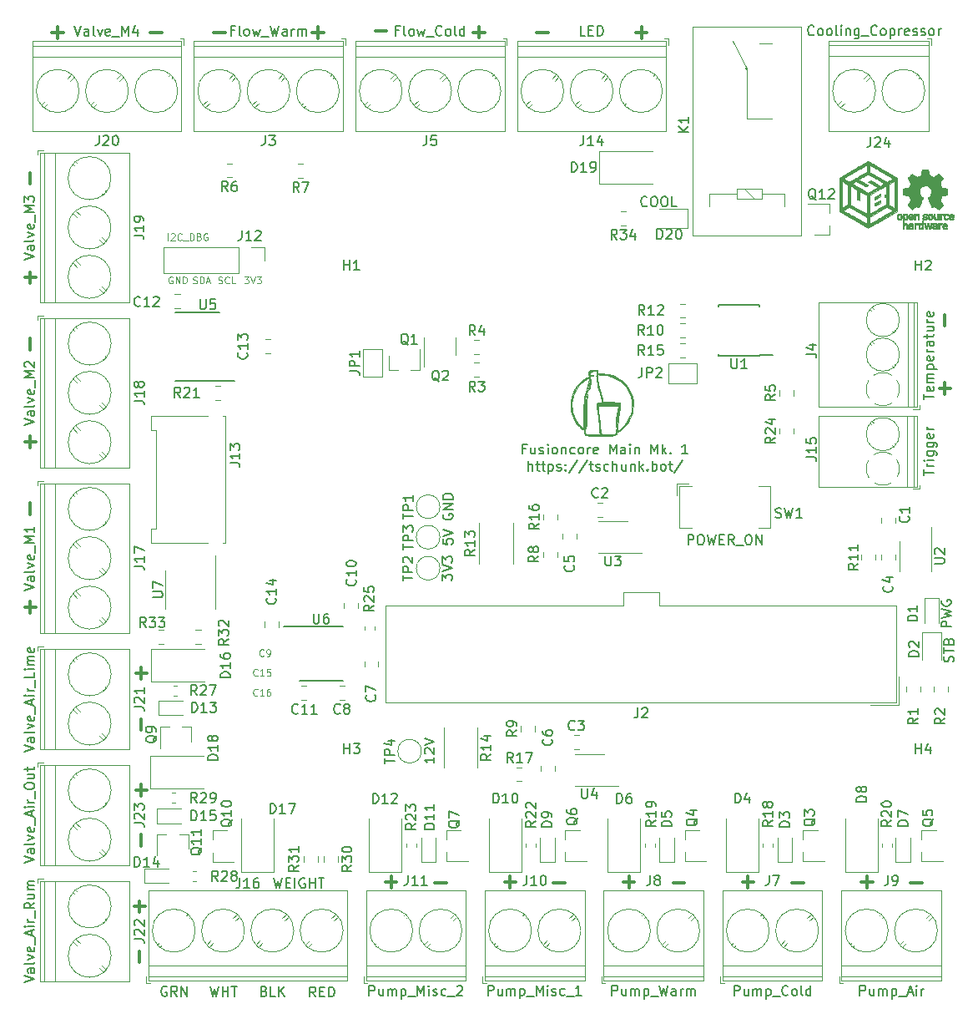
<source format=gbr>
G04 #@! TF.GenerationSoftware,KiCad,Pcbnew,(5.1.5)-3*
G04 #@! TF.CreationDate,2020-03-21T18:00:00+01:00*
G04 #@! TF.ProjectId,fusioncore,66757369-6f6e-4636-9f72-652e6b696361,A*
G04 #@! TF.SameCoordinates,Original*
G04 #@! TF.FileFunction,Legend,Top*
G04 #@! TF.FilePolarity,Positive*
%FSLAX46Y46*%
G04 Gerber Fmt 4.6, Leading zero omitted, Abs format (unit mm)*
G04 Created by KiCad (PCBNEW (5.1.5)-3) date 2020-03-21 18:00:00*
%MOMM*%
%LPD*%
G04 APERTURE LIST*
%ADD10C,0.100000*%
%ADD11C,0.150000*%
%ADD12C,0.300000*%
%ADD13C,0.200000*%
%ADD14C,0.120000*%
%ADD15C,0.010000*%
G04 APERTURE END LIST*
D10*
X63919166Y-65563000D02*
X63852500Y-65529666D01*
X63752500Y-65529666D01*
X63652500Y-65563000D01*
X63585833Y-65629666D01*
X63552500Y-65696333D01*
X63519166Y-65829666D01*
X63519166Y-65929666D01*
X63552500Y-66063000D01*
X63585833Y-66129666D01*
X63652500Y-66196333D01*
X63752500Y-66229666D01*
X63819166Y-66229666D01*
X63919166Y-66196333D01*
X63952500Y-66163000D01*
X63952500Y-65929666D01*
X63819166Y-65929666D01*
X64252500Y-66229666D02*
X64252500Y-65529666D01*
X64652500Y-66229666D01*
X64652500Y-65529666D01*
X64985833Y-66229666D02*
X64985833Y-65529666D01*
X65152500Y-65529666D01*
X65252500Y-65563000D01*
X65319166Y-65629666D01*
X65352500Y-65696333D01*
X65385833Y-65829666D01*
X65385833Y-65929666D01*
X65352500Y-66063000D01*
X65319166Y-66129666D01*
X65252500Y-66196333D01*
X65152500Y-66229666D01*
X64985833Y-66229666D01*
X71205833Y-65529666D02*
X71639166Y-65529666D01*
X71405833Y-65796333D01*
X71505833Y-65796333D01*
X71572500Y-65829666D01*
X71605833Y-65863000D01*
X71639166Y-65929666D01*
X71639166Y-66096333D01*
X71605833Y-66163000D01*
X71572500Y-66196333D01*
X71505833Y-66229666D01*
X71305833Y-66229666D01*
X71239166Y-66196333D01*
X71205833Y-66163000D01*
X71839166Y-65529666D02*
X72072500Y-66229666D01*
X72305833Y-65529666D01*
X72472500Y-65529666D02*
X72905833Y-65529666D01*
X72672500Y-65796333D01*
X72772500Y-65796333D01*
X72839166Y-65829666D01*
X72872500Y-65863000D01*
X72905833Y-65929666D01*
X72905833Y-66096333D01*
X72872500Y-66163000D01*
X72839166Y-66196333D01*
X72772500Y-66229666D01*
X72572500Y-66229666D01*
X72505833Y-66196333D01*
X72472500Y-66163000D01*
X66015500Y-66196333D02*
X66115500Y-66229666D01*
X66282166Y-66229666D01*
X66348833Y-66196333D01*
X66382166Y-66163000D01*
X66415500Y-66096333D01*
X66415500Y-66029666D01*
X66382166Y-65963000D01*
X66348833Y-65929666D01*
X66282166Y-65896333D01*
X66148833Y-65863000D01*
X66082166Y-65829666D01*
X66048833Y-65796333D01*
X66015500Y-65729666D01*
X66015500Y-65663000D01*
X66048833Y-65596333D01*
X66082166Y-65563000D01*
X66148833Y-65529666D01*
X66315500Y-65529666D01*
X66415500Y-65563000D01*
X66715500Y-66229666D02*
X66715500Y-65529666D01*
X66882166Y-65529666D01*
X66982166Y-65563000D01*
X67048833Y-65629666D01*
X67082166Y-65696333D01*
X67115500Y-65829666D01*
X67115500Y-65929666D01*
X67082166Y-66063000D01*
X67048833Y-66129666D01*
X66982166Y-66196333D01*
X66882166Y-66229666D01*
X66715500Y-66229666D01*
X67382166Y-66029666D02*
X67715500Y-66029666D01*
X67315500Y-66229666D02*
X67548833Y-65529666D01*
X67782166Y-66229666D01*
X68572166Y-66196333D02*
X68672166Y-66229666D01*
X68838833Y-66229666D01*
X68905500Y-66196333D01*
X68938833Y-66163000D01*
X68972166Y-66096333D01*
X68972166Y-66029666D01*
X68938833Y-65963000D01*
X68905500Y-65929666D01*
X68838833Y-65896333D01*
X68705500Y-65863000D01*
X68638833Y-65829666D01*
X68605500Y-65796333D01*
X68572166Y-65729666D01*
X68572166Y-65663000D01*
X68605500Y-65596333D01*
X68638833Y-65563000D01*
X68705500Y-65529666D01*
X68872166Y-65529666D01*
X68972166Y-65563000D01*
X69672166Y-66163000D02*
X69638833Y-66196333D01*
X69538833Y-66229666D01*
X69472166Y-66229666D01*
X69372166Y-66196333D01*
X69305500Y-66129666D01*
X69272166Y-66063000D01*
X69238833Y-65929666D01*
X69238833Y-65829666D01*
X69272166Y-65696333D01*
X69305500Y-65629666D01*
X69372166Y-65563000D01*
X69472166Y-65529666D01*
X69538833Y-65529666D01*
X69638833Y-65563000D01*
X69672166Y-65596333D01*
X70305500Y-66229666D02*
X69972166Y-66229666D01*
X69972166Y-65529666D01*
D11*
X67766666Y-137475980D02*
X68004761Y-138475980D01*
X68195238Y-137761695D01*
X68385714Y-138475980D01*
X68623809Y-137475980D01*
X69004761Y-138475980D02*
X69004761Y-137475980D01*
X69004761Y-137952171D02*
X69576190Y-137952171D01*
X69576190Y-138475980D02*
X69576190Y-137475980D01*
X69909523Y-137475980D02*
X70480952Y-137475980D01*
X70195238Y-138475980D02*
X70195238Y-137475980D01*
X63338095Y-137523600D02*
X63242857Y-137475980D01*
X63100000Y-137475980D01*
X62957142Y-137523600D01*
X62861904Y-137618838D01*
X62814285Y-137714076D01*
X62766666Y-137904552D01*
X62766666Y-138047409D01*
X62814285Y-138237885D01*
X62861904Y-138333123D01*
X62957142Y-138428361D01*
X63100000Y-138475980D01*
X63195238Y-138475980D01*
X63338095Y-138428361D01*
X63385714Y-138380742D01*
X63385714Y-138047409D01*
X63195238Y-138047409D01*
X64385714Y-138475980D02*
X64052380Y-137999790D01*
X63814285Y-138475980D02*
X63814285Y-137475980D01*
X64195238Y-137475980D01*
X64290476Y-137523600D01*
X64338095Y-137571219D01*
X64385714Y-137666457D01*
X64385714Y-137809314D01*
X64338095Y-137904552D01*
X64290476Y-137952171D01*
X64195238Y-137999790D01*
X63814285Y-137999790D01*
X64814285Y-138475980D02*
X64814285Y-137475980D01*
X65385714Y-138475980D01*
X65385714Y-137475980D01*
X73233066Y-137952171D02*
X73375923Y-137999790D01*
X73423542Y-138047409D01*
X73471161Y-138142647D01*
X73471161Y-138285504D01*
X73423542Y-138380742D01*
X73375923Y-138428361D01*
X73280685Y-138475980D01*
X72899733Y-138475980D01*
X72899733Y-137475980D01*
X73233066Y-137475980D01*
X73328304Y-137523600D01*
X73375923Y-137571219D01*
X73423542Y-137666457D01*
X73423542Y-137761695D01*
X73375923Y-137856933D01*
X73328304Y-137904552D01*
X73233066Y-137952171D01*
X72899733Y-137952171D01*
X74375923Y-138475980D02*
X73899733Y-138475980D01*
X73899733Y-137475980D01*
X74709257Y-138475980D02*
X74709257Y-137475980D01*
X75280685Y-138475980D02*
X74852114Y-137904552D01*
X75280685Y-137475980D02*
X74709257Y-138047409D01*
X78452742Y-138526780D02*
X78119409Y-138050590D01*
X77881314Y-138526780D02*
X77881314Y-137526780D01*
X78262266Y-137526780D01*
X78357504Y-137574400D01*
X78405123Y-137622019D01*
X78452742Y-137717257D01*
X78452742Y-137860114D01*
X78405123Y-137955352D01*
X78357504Y-138002971D01*
X78262266Y-138050590D01*
X77881314Y-138050590D01*
X78881314Y-138002971D02*
X79214647Y-138002971D01*
X79357504Y-138526780D02*
X78881314Y-138526780D01*
X78881314Y-137526780D01*
X79357504Y-137526780D01*
X79786076Y-138526780D02*
X79786076Y-137526780D01*
X80024171Y-137526780D01*
X80167028Y-137574400D01*
X80262266Y-137669638D01*
X80309885Y-137764876D01*
X80357504Y-137955352D01*
X80357504Y-138098209D01*
X80309885Y-138288685D01*
X80262266Y-138383923D01*
X80167028Y-138479161D01*
X80024171Y-138526780D01*
X79786076Y-138526780D01*
D12*
X142242857Y-69378571D02*
X142242857Y-70521428D01*
X142292857Y-76303571D02*
X142292857Y-77446428D01*
X141721428Y-76875000D02*
X142864285Y-76875000D01*
X100876171Y-40773942D02*
X102019028Y-40773942D01*
X84505871Y-40665942D02*
X85648728Y-40665942D01*
X68110171Y-40773942D02*
X69253028Y-40773942D01*
X61709371Y-40807142D02*
X62852228Y-40807142D01*
X51701771Y-40807142D02*
X52844628Y-40807142D01*
X52273200Y-41378571D02*
X52273200Y-40235714D01*
X78117771Y-40773942D02*
X79260628Y-40773942D01*
X78689200Y-41345371D02*
X78689200Y-40202514D01*
X110934571Y-40773942D02*
X112077428Y-40773942D01*
X111506000Y-41345371D02*
X111506000Y-40202514D01*
X94462671Y-40767542D02*
X95605528Y-40767542D01*
X95034100Y-41338971D02*
X95034100Y-40196114D01*
X60609942Y-135039028D02*
X60609942Y-133896171D01*
X60762342Y-123253428D02*
X60762342Y-122110571D01*
X60762342Y-111518628D02*
X60762342Y-110375771D01*
X49513142Y-89623828D02*
X49513142Y-88480971D01*
X49514742Y-72961428D02*
X49514742Y-71818571D01*
X49513142Y-56146628D02*
X49513142Y-55003771D01*
X49513142Y-66205028D02*
X49513142Y-65062171D01*
X50084571Y-65633600D02*
X48941714Y-65633600D01*
X49514742Y-82867428D02*
X49514742Y-81724571D01*
X50086171Y-82296000D02*
X48943314Y-82296000D01*
X49513142Y-99631428D02*
X49513142Y-98488571D01*
X50084571Y-99060000D02*
X48941714Y-99060000D01*
X60762342Y-106286228D02*
X60762342Y-105143371D01*
X61333771Y-105714800D02*
X60190914Y-105714800D01*
X60609942Y-129959028D02*
X60609942Y-128816171D01*
X61181371Y-129387600D02*
X60038514Y-129387600D01*
X60762342Y-118173428D02*
X60762342Y-117030571D01*
X61333771Y-117602000D02*
X60190914Y-117602000D01*
X138823771Y-126954742D02*
X139966628Y-126954742D01*
X126784171Y-126954742D02*
X127927028Y-126954742D01*
X114744571Y-127005542D02*
X115887428Y-127005542D01*
X102603371Y-126954742D02*
X103746228Y-126954742D01*
X90563771Y-127005542D02*
X91706628Y-127005542D01*
X85534571Y-126903942D02*
X86677428Y-126903942D01*
X86106000Y-127475371D02*
X86106000Y-126332514D01*
X97624971Y-126903942D02*
X98767828Y-126903942D01*
X98196400Y-127475371D02*
X98196400Y-126332514D01*
X109664571Y-126903942D02*
X110807428Y-126903942D01*
X110236000Y-127475371D02*
X110236000Y-126332514D01*
X133845371Y-126903942D02*
X134988228Y-126903942D01*
X134416800Y-127475371D02*
X134416800Y-126332514D01*
X121754971Y-126903942D02*
X122897828Y-126903942D01*
X122326400Y-127475371D02*
X122326400Y-126332514D01*
D13*
X99776190Y-82978571D02*
X99442857Y-82978571D01*
X99442857Y-83502380D02*
X99442857Y-82502380D01*
X99919047Y-82502380D01*
X100728571Y-82835714D02*
X100728571Y-83502380D01*
X100300000Y-82835714D02*
X100300000Y-83359523D01*
X100347619Y-83454761D01*
X100442857Y-83502380D01*
X100585714Y-83502380D01*
X100680952Y-83454761D01*
X100728571Y-83407142D01*
X101157142Y-83454761D02*
X101252380Y-83502380D01*
X101442857Y-83502380D01*
X101538095Y-83454761D01*
X101585714Y-83359523D01*
X101585714Y-83311904D01*
X101538095Y-83216666D01*
X101442857Y-83169047D01*
X101300000Y-83169047D01*
X101204761Y-83121428D01*
X101157142Y-83026190D01*
X101157142Y-82978571D01*
X101204761Y-82883333D01*
X101300000Y-82835714D01*
X101442857Y-82835714D01*
X101538095Y-82883333D01*
X102014285Y-83502380D02*
X102014285Y-82835714D01*
X102014285Y-82502380D02*
X101966666Y-82550000D01*
X102014285Y-82597619D01*
X102061904Y-82550000D01*
X102014285Y-82502380D01*
X102014285Y-82597619D01*
X102633333Y-83502380D02*
X102538095Y-83454761D01*
X102490476Y-83407142D01*
X102442857Y-83311904D01*
X102442857Y-83026190D01*
X102490476Y-82930952D01*
X102538095Y-82883333D01*
X102633333Y-82835714D01*
X102776190Y-82835714D01*
X102871428Y-82883333D01*
X102919047Y-82930952D01*
X102966666Y-83026190D01*
X102966666Y-83311904D01*
X102919047Y-83407142D01*
X102871428Y-83454761D01*
X102776190Y-83502380D01*
X102633333Y-83502380D01*
X103395238Y-82835714D02*
X103395238Y-83502380D01*
X103395238Y-82930952D02*
X103442857Y-82883333D01*
X103538095Y-82835714D01*
X103680952Y-82835714D01*
X103776190Y-82883333D01*
X103823809Y-82978571D01*
X103823809Y-83502380D01*
X104728571Y-83454761D02*
X104633333Y-83502380D01*
X104442857Y-83502380D01*
X104347619Y-83454761D01*
X104300000Y-83407142D01*
X104252380Y-83311904D01*
X104252380Y-83026190D01*
X104300000Y-82930952D01*
X104347619Y-82883333D01*
X104442857Y-82835714D01*
X104633333Y-82835714D01*
X104728571Y-82883333D01*
X105300000Y-83502380D02*
X105204761Y-83454761D01*
X105157142Y-83407142D01*
X105109523Y-83311904D01*
X105109523Y-83026190D01*
X105157142Y-82930952D01*
X105204761Y-82883333D01*
X105300000Y-82835714D01*
X105442857Y-82835714D01*
X105538095Y-82883333D01*
X105585714Y-82930952D01*
X105633333Y-83026190D01*
X105633333Y-83311904D01*
X105585714Y-83407142D01*
X105538095Y-83454761D01*
X105442857Y-83502380D01*
X105300000Y-83502380D01*
X106061904Y-83502380D02*
X106061904Y-82835714D01*
X106061904Y-83026190D02*
X106109523Y-82930952D01*
X106157142Y-82883333D01*
X106252380Y-82835714D01*
X106347619Y-82835714D01*
X107061904Y-83454761D02*
X106966666Y-83502380D01*
X106776190Y-83502380D01*
X106680952Y-83454761D01*
X106633333Y-83359523D01*
X106633333Y-82978571D01*
X106680952Y-82883333D01*
X106776190Y-82835714D01*
X106966666Y-82835714D01*
X107061904Y-82883333D01*
X107109523Y-82978571D01*
X107109523Y-83073809D01*
X106633333Y-83169047D01*
X108300000Y-83502380D02*
X108300000Y-82502380D01*
X108633333Y-83216666D01*
X108966666Y-82502380D01*
X108966666Y-83502380D01*
X109871428Y-83502380D02*
X109871428Y-82978571D01*
X109823809Y-82883333D01*
X109728571Y-82835714D01*
X109538095Y-82835714D01*
X109442857Y-82883333D01*
X109871428Y-83454761D02*
X109776190Y-83502380D01*
X109538095Y-83502380D01*
X109442857Y-83454761D01*
X109395238Y-83359523D01*
X109395238Y-83264285D01*
X109442857Y-83169047D01*
X109538095Y-83121428D01*
X109776190Y-83121428D01*
X109871428Y-83073809D01*
X110347619Y-83502380D02*
X110347619Y-82835714D01*
X110347619Y-82502380D02*
X110300000Y-82550000D01*
X110347619Y-82597619D01*
X110395238Y-82550000D01*
X110347619Y-82502380D01*
X110347619Y-82597619D01*
X110823809Y-82835714D02*
X110823809Y-83502380D01*
X110823809Y-82930952D02*
X110871428Y-82883333D01*
X110966666Y-82835714D01*
X111109523Y-82835714D01*
X111204761Y-82883333D01*
X111252380Y-82978571D01*
X111252380Y-83502380D01*
X112490476Y-83502380D02*
X112490476Y-82502380D01*
X112823809Y-83216666D01*
X113157142Y-82502380D01*
X113157142Y-83502380D01*
X113633333Y-83502380D02*
X113633333Y-82502380D01*
X113728571Y-83121428D02*
X114014285Y-83502380D01*
X114014285Y-82835714D02*
X113633333Y-83216666D01*
X114442857Y-83407142D02*
X114490476Y-83454761D01*
X114442857Y-83502380D01*
X114395238Y-83454761D01*
X114442857Y-83407142D01*
X114442857Y-83502380D01*
X116204761Y-83502380D02*
X115633333Y-83502380D01*
X115919047Y-83502380D02*
X115919047Y-82502380D01*
X115823809Y-82645238D01*
X115728571Y-82740476D01*
X115633333Y-82788095D01*
X100038095Y-85202380D02*
X100038095Y-84202380D01*
X100466666Y-85202380D02*
X100466666Y-84678571D01*
X100419047Y-84583333D01*
X100323809Y-84535714D01*
X100180952Y-84535714D01*
X100085714Y-84583333D01*
X100038095Y-84630952D01*
X100800000Y-84535714D02*
X101180952Y-84535714D01*
X100942857Y-84202380D02*
X100942857Y-85059523D01*
X100990476Y-85154761D01*
X101085714Y-85202380D01*
X101180952Y-85202380D01*
X101371428Y-84535714D02*
X101752380Y-84535714D01*
X101514285Y-84202380D02*
X101514285Y-85059523D01*
X101561904Y-85154761D01*
X101657142Y-85202380D01*
X101752380Y-85202380D01*
X102085714Y-84535714D02*
X102085714Y-85535714D01*
X102085714Y-84583333D02*
X102180952Y-84535714D01*
X102371428Y-84535714D01*
X102466666Y-84583333D01*
X102514285Y-84630952D01*
X102561904Y-84726190D01*
X102561904Y-85011904D01*
X102514285Y-85107142D01*
X102466666Y-85154761D01*
X102371428Y-85202380D01*
X102180952Y-85202380D01*
X102085714Y-85154761D01*
X102942857Y-85154761D02*
X103038095Y-85202380D01*
X103228571Y-85202380D01*
X103323809Y-85154761D01*
X103371428Y-85059523D01*
X103371428Y-85011904D01*
X103323809Y-84916666D01*
X103228571Y-84869047D01*
X103085714Y-84869047D01*
X102990476Y-84821428D01*
X102942857Y-84726190D01*
X102942857Y-84678571D01*
X102990476Y-84583333D01*
X103085714Y-84535714D01*
X103228571Y-84535714D01*
X103323809Y-84583333D01*
X103800000Y-85107142D02*
X103847619Y-85154761D01*
X103800000Y-85202380D01*
X103752380Y-85154761D01*
X103800000Y-85107142D01*
X103800000Y-85202380D01*
X103800000Y-84583333D02*
X103847619Y-84630952D01*
X103800000Y-84678571D01*
X103752380Y-84630952D01*
X103800000Y-84583333D01*
X103800000Y-84678571D01*
X104990476Y-84154761D02*
X104133333Y-85440476D01*
X106038095Y-84154761D02*
X105180952Y-85440476D01*
X106228571Y-84535714D02*
X106609523Y-84535714D01*
X106371428Y-84202380D02*
X106371428Y-85059523D01*
X106419047Y-85154761D01*
X106514285Y-85202380D01*
X106609523Y-85202380D01*
X106895238Y-85154761D02*
X106990476Y-85202380D01*
X107180952Y-85202380D01*
X107276190Y-85154761D01*
X107323809Y-85059523D01*
X107323809Y-85011904D01*
X107276190Y-84916666D01*
X107180952Y-84869047D01*
X107038095Y-84869047D01*
X106942857Y-84821428D01*
X106895238Y-84726190D01*
X106895238Y-84678571D01*
X106942857Y-84583333D01*
X107038095Y-84535714D01*
X107180952Y-84535714D01*
X107276190Y-84583333D01*
X108180952Y-85154761D02*
X108085714Y-85202380D01*
X107895238Y-85202380D01*
X107800000Y-85154761D01*
X107752380Y-85107142D01*
X107704761Y-85011904D01*
X107704761Y-84726190D01*
X107752380Y-84630952D01*
X107800000Y-84583333D01*
X107895238Y-84535714D01*
X108085714Y-84535714D01*
X108180952Y-84583333D01*
X108609523Y-85202380D02*
X108609523Y-84202380D01*
X109038095Y-85202380D02*
X109038095Y-84678571D01*
X108990476Y-84583333D01*
X108895238Y-84535714D01*
X108752380Y-84535714D01*
X108657142Y-84583333D01*
X108609523Y-84630952D01*
X109942857Y-84535714D02*
X109942857Y-85202380D01*
X109514285Y-84535714D02*
X109514285Y-85059523D01*
X109561904Y-85154761D01*
X109657142Y-85202380D01*
X109800000Y-85202380D01*
X109895238Y-85154761D01*
X109942857Y-85107142D01*
X110419047Y-84535714D02*
X110419047Y-85202380D01*
X110419047Y-84630952D02*
X110466666Y-84583333D01*
X110561904Y-84535714D01*
X110704761Y-84535714D01*
X110800000Y-84583333D01*
X110847619Y-84678571D01*
X110847619Y-85202380D01*
X111323809Y-85202380D02*
X111323809Y-84202380D01*
X111419047Y-84821428D02*
X111704761Y-85202380D01*
X111704761Y-84535714D02*
X111323809Y-84916666D01*
X112133333Y-85107142D02*
X112180952Y-85154761D01*
X112133333Y-85202380D01*
X112085714Y-85154761D01*
X112133333Y-85107142D01*
X112133333Y-85202380D01*
X112609523Y-85202380D02*
X112609523Y-84202380D01*
X112609523Y-84583333D02*
X112704761Y-84535714D01*
X112895238Y-84535714D01*
X112990476Y-84583333D01*
X113038095Y-84630952D01*
X113085714Y-84726190D01*
X113085714Y-85011904D01*
X113038095Y-85107142D01*
X112990476Y-85154761D01*
X112895238Y-85202380D01*
X112704761Y-85202380D01*
X112609523Y-85154761D01*
X113657142Y-85202380D02*
X113561904Y-85154761D01*
X113514285Y-85107142D01*
X113466666Y-85011904D01*
X113466666Y-84726190D01*
X113514285Y-84630952D01*
X113561904Y-84583333D01*
X113657142Y-84535714D01*
X113800000Y-84535714D01*
X113895238Y-84583333D01*
X113942857Y-84630952D01*
X113990476Y-84726190D01*
X113990476Y-85011904D01*
X113942857Y-85107142D01*
X113895238Y-85154761D01*
X113800000Y-85202380D01*
X113657142Y-85202380D01*
X114276190Y-84535714D02*
X114657142Y-84535714D01*
X114419047Y-84202380D02*
X114419047Y-85059523D01*
X114466666Y-85154761D01*
X114561904Y-85202380D01*
X114657142Y-85202380D01*
X115704761Y-84154761D02*
X114847619Y-85440476D01*
D14*
G04 #@! TO.C,Q2*
X89474400Y-71700000D02*
X89474400Y-74650000D01*
X92694400Y-73500000D02*
X92694400Y-71700000D01*
G04 #@! TO.C,C7*
X84810000Y-105061252D02*
X84810000Y-104538748D01*
X83390000Y-105061252D02*
X83390000Y-104538748D01*
G04 #@! TO.C,J2*
X111474000Y-108698000D02*
X137384000Y-108698000D01*
X137384000Y-108698000D02*
X137384000Y-98878000D01*
X137384000Y-98878000D02*
X113284000Y-98878000D01*
X113284000Y-98878000D02*
X113284000Y-97478000D01*
X113284000Y-97478000D02*
X111474000Y-97478000D01*
X111474000Y-108698000D02*
X85564000Y-108698000D01*
X85564000Y-108698000D02*
X85564000Y-98878000D01*
X85564000Y-98878000D02*
X109664000Y-98878000D01*
X109664000Y-98878000D02*
X109664000Y-97478000D01*
X109664000Y-97478000D02*
X111474000Y-97478000D01*
X134774000Y-108938000D02*
X137624000Y-108938000D01*
X137624000Y-108938000D02*
X137624000Y-106088000D01*
D11*
G04 #@! TO.C,U6*
X75225000Y-101000000D02*
X81200000Y-101000000D01*
X76800000Y-106525000D02*
X81200000Y-106525000D01*
D14*
G04 #@! TO.C,R25*
X83390000Y-101003733D02*
X83390000Y-101346267D01*
X84410000Y-101003733D02*
X84410000Y-101346267D01*
G04 #@! TO.C,C10*
X81290000Y-98638748D02*
X81290000Y-99161252D01*
X82710000Y-98638748D02*
X82710000Y-99161252D01*
G04 #@! TO.C,C14*
X74710000Y-101036252D02*
X74710000Y-100513748D01*
X73290000Y-101036252D02*
X73290000Y-100513748D01*
G04 #@! TO.C,C13*
X73886252Y-71890000D02*
X73363748Y-71890000D01*
X73886252Y-73310000D02*
X73363748Y-73310000D01*
G04 #@! TO.C,C12*
X64163748Y-68710000D02*
X64686252Y-68710000D01*
X64163748Y-67290000D02*
X64686252Y-67290000D01*
D15*
G04 #@! TO.C,G\002A\002A\002A*
G36*
X135736133Y-57407642D02*
G01*
X135501710Y-57543004D01*
X135442394Y-57577253D01*
X135385979Y-57609822D01*
X135334625Y-57639465D01*
X135290495Y-57664934D01*
X135255751Y-57684981D01*
X135232554Y-57698359D01*
X135226543Y-57701821D01*
X135185800Y-57725276D01*
X135186328Y-57466700D01*
X135461231Y-57308765D01*
X135736133Y-57150830D01*
X135736133Y-57407642D01*
G37*
X135736133Y-57407642D02*
X135501710Y-57543004D01*
X135442394Y-57577253D01*
X135385979Y-57609822D01*
X135334625Y-57639465D01*
X135290495Y-57664934D01*
X135255751Y-57684981D01*
X135232554Y-57698359D01*
X135226543Y-57701821D01*
X135185800Y-57725276D01*
X135186328Y-57466700D01*
X135461231Y-57308765D01*
X135736133Y-57150830D01*
X135736133Y-57407642D01*
G36*
X135733686Y-57800644D02*
G01*
X135734799Y-57822617D01*
X135735625Y-57855649D01*
X135736076Y-57896804D01*
X135736133Y-57918787D01*
X135736133Y-58044907D01*
X135480017Y-58192752D01*
X135419368Y-58227733D01*
X135362740Y-58260339D01*
X135311965Y-58289520D01*
X135268874Y-58314225D01*
X135235297Y-58333406D01*
X135213065Y-58346011D01*
X135204627Y-58350683D01*
X135185355Y-58360768D01*
X135190033Y-58103974D01*
X135459323Y-57948321D01*
X135520685Y-57912909D01*
X135577340Y-57880324D01*
X135627639Y-57851506D01*
X135669936Y-57827392D01*
X135702582Y-57808922D01*
X135723931Y-57797036D01*
X135732334Y-57792672D01*
X135732373Y-57792667D01*
X135733686Y-57800644D01*
G37*
X135733686Y-57800644D02*
X135734799Y-57822617D01*
X135735625Y-57855649D01*
X135736076Y-57896804D01*
X135736133Y-57918787D01*
X135736133Y-58044907D01*
X135480017Y-58192752D01*
X135419368Y-58227733D01*
X135362740Y-58260339D01*
X135311965Y-58289520D01*
X135268874Y-58314225D01*
X135235297Y-58333406D01*
X135213065Y-58346011D01*
X135204627Y-58350683D01*
X135185355Y-58360768D01*
X135190033Y-58103974D01*
X135459323Y-57948321D01*
X135520685Y-57912909D01*
X135577340Y-57880324D01*
X135627639Y-57851506D01*
X135669936Y-57827392D01*
X135702582Y-57808922D01*
X135723931Y-57797036D01*
X135732334Y-57792672D01*
X135732373Y-57792667D01*
X135733686Y-57800644D01*
G36*
X134521023Y-53821790D02*
G01*
X134529965Y-53826887D01*
X134552862Y-53840042D01*
X134589004Y-53860845D01*
X134637681Y-53888888D01*
X134698185Y-53923761D01*
X134769804Y-53965054D01*
X134851831Y-54012358D01*
X134943554Y-54065264D01*
X135044265Y-54123363D01*
X135153254Y-54186245D01*
X135269812Y-54253501D01*
X135393228Y-54324721D01*
X135522793Y-54399496D01*
X135657798Y-54477417D01*
X135797532Y-54558075D01*
X135941287Y-54641060D01*
X135985900Y-54666815D01*
X137433700Y-55502634D01*
X137433700Y-58897378D01*
X135973200Y-59741345D01*
X135827894Y-59825286D01*
X135686465Y-59906939D01*
X135549613Y-59985901D01*
X135418037Y-60061770D01*
X135292440Y-60134144D01*
X135173520Y-60202619D01*
X135061979Y-60266795D01*
X134958516Y-60326268D01*
X134863832Y-60380637D01*
X134778628Y-60429498D01*
X134703603Y-60472451D01*
X134639458Y-60509092D01*
X134586894Y-60539019D01*
X134546611Y-60561830D01*
X134519309Y-60577122D01*
X134505688Y-60584494D01*
X134504234Y-60585136D01*
X134496170Y-60580944D01*
X134474150Y-60568675D01*
X134438875Y-60548729D01*
X134391044Y-60521509D01*
X134331359Y-60487419D01*
X134260518Y-60446860D01*
X134179224Y-60400235D01*
X134088175Y-60347946D01*
X133988073Y-60290396D01*
X133879618Y-60227988D01*
X133763510Y-60161124D01*
X133640449Y-60090206D01*
X133511136Y-60015638D01*
X133376271Y-59937820D01*
X133236555Y-59857157D01*
X133092687Y-59774051D01*
X133035267Y-59740869D01*
X131574767Y-58896777D01*
X131574767Y-58817067D01*
X131976933Y-58817067D01*
X131984142Y-58821735D01*
X132005254Y-58834407D01*
X132039500Y-58854639D01*
X132086111Y-58881983D01*
X132144318Y-58915991D01*
X132213351Y-58956219D01*
X132292441Y-59002218D01*
X132380819Y-59053541D01*
X132477716Y-59109743D01*
X132582362Y-59170376D01*
X132693987Y-59234993D01*
X132811823Y-59303148D01*
X132935101Y-59374393D01*
X133063050Y-59448283D01*
X133172850Y-59511648D01*
X134368767Y-60201595D01*
X134370978Y-59850665D01*
X134371302Y-59775153D01*
X134371311Y-59704927D01*
X134371028Y-59641788D01*
X134370472Y-59587537D01*
X134369667Y-59543975D01*
X134368632Y-59512904D01*
X134367411Y-59496419D01*
X134635467Y-59496419D01*
X134635467Y-60204997D01*
X134828083Y-60093896D01*
X134869446Y-60070033D01*
X134923617Y-60038774D01*
X134988740Y-60001189D01*
X135062959Y-59958351D01*
X135144418Y-59911330D01*
X135231261Y-59861198D01*
X135321632Y-59809027D01*
X135413675Y-59755887D01*
X135505534Y-59702850D01*
X135528700Y-59689474D01*
X135633212Y-59629132D01*
X135748537Y-59562551D01*
X135871305Y-59491680D01*
X135998141Y-59418464D01*
X136125675Y-59344850D01*
X136250533Y-59272785D01*
X136369342Y-59204214D01*
X136478732Y-59141086D01*
X136534117Y-59109126D01*
X136618096Y-59060597D01*
X136697618Y-59014508D01*
X136771491Y-58971558D01*
X136838521Y-58932449D01*
X136897512Y-58897880D01*
X136947273Y-58868553D01*
X136986608Y-58845168D01*
X137014325Y-58828426D01*
X137029229Y-58819026D01*
X137031534Y-58817227D01*
X137024481Y-58811985D01*
X137004576Y-58799475D01*
X136973692Y-58780779D01*
X136933706Y-58756981D01*
X136886494Y-58729167D01*
X136833931Y-58698420D01*
X136777893Y-58665825D01*
X136720255Y-58632465D01*
X136662894Y-58599424D01*
X136607684Y-58567788D01*
X136556503Y-58538640D01*
X136511225Y-58513064D01*
X136473726Y-58492144D01*
X136445882Y-58476966D01*
X136429569Y-58468612D01*
X136426167Y-58467319D01*
X136417897Y-58471488D01*
X136395871Y-58483621D01*
X136360990Y-58503203D01*
X136314156Y-58529719D01*
X136256268Y-58562653D01*
X136188229Y-58601489D01*
X136110939Y-58645712D01*
X136025300Y-58694807D01*
X135932212Y-58748258D01*
X135832577Y-58805550D01*
X135727295Y-58866167D01*
X135617269Y-58929594D01*
X135526583Y-58981927D01*
X134635467Y-59496419D01*
X134367411Y-59496419D01*
X134367389Y-59496124D01*
X134366744Y-59493692D01*
X134358605Y-59488656D01*
X134336888Y-59475818D01*
X134302689Y-59455811D01*
X134257106Y-59429265D01*
X134201234Y-59396815D01*
X134136171Y-59359091D01*
X134063011Y-59316726D01*
X133982853Y-59270352D01*
X133896792Y-59220601D01*
X133805924Y-59168105D01*
X133711347Y-59113497D01*
X133614156Y-59057409D01*
X133515448Y-59000473D01*
X133416320Y-58943321D01*
X133317867Y-58886585D01*
X133221186Y-58830897D01*
X133127373Y-58776890D01*
X133037526Y-58725196D01*
X132952740Y-58676446D01*
X132874112Y-58631274D01*
X132802738Y-58590311D01*
X132739715Y-58554189D01*
X132686139Y-58523541D01*
X132643106Y-58498998D01*
X132611713Y-58481194D01*
X132593056Y-58470759D01*
X132588078Y-58468149D01*
X132579357Y-58471733D01*
X132557952Y-58482749D01*
X132525740Y-58500126D01*
X132484598Y-58522792D01*
X132436406Y-58549674D01*
X132383040Y-58579701D01*
X132326378Y-58611800D01*
X132268299Y-58644899D01*
X132210679Y-58677926D01*
X132155398Y-58709809D01*
X132104332Y-58739476D01*
X132059360Y-58765855D01*
X132022360Y-58787873D01*
X131995208Y-58804458D01*
X131979784Y-58814540D01*
X131976933Y-58817067D01*
X131574767Y-58817067D01*
X131574767Y-57200000D01*
X131824533Y-57200000D01*
X131824556Y-57385820D01*
X131824628Y-57555355D01*
X131824753Y-57709257D01*
X131824937Y-57848174D01*
X131825184Y-57972755D01*
X131825500Y-58083652D01*
X131825890Y-58181512D01*
X131826358Y-58266985D01*
X131826909Y-58340722D01*
X131827549Y-58403372D01*
X131828283Y-58455583D01*
X131829114Y-58498006D01*
X131830049Y-58531291D01*
X131831093Y-58556086D01*
X131832249Y-58573042D01*
X131833524Y-58582807D01*
X131834921Y-58586032D01*
X131835117Y-58586003D01*
X131844529Y-58580943D01*
X131866987Y-58568307D01*
X131900887Y-58549014D01*
X131944626Y-58523983D01*
X131996600Y-58494131D01*
X132055205Y-58460378D01*
X132118838Y-58423641D01*
X132146267Y-58407780D01*
X132446833Y-58233900D01*
X132446833Y-56836396D01*
X132706544Y-56836396D01*
X132706603Y-56953815D01*
X132706778Y-57086411D01*
X132707064Y-57234968D01*
X132707147Y-57272698D01*
X132709300Y-58227768D01*
X133539033Y-58706723D01*
X134368767Y-59185677D01*
X134370920Y-58233515D01*
X134371148Y-58107935D01*
X134371259Y-57987097D01*
X134371257Y-57872078D01*
X134371147Y-57763956D01*
X134370934Y-57663809D01*
X134370622Y-57572715D01*
X134370217Y-57491750D01*
X134369723Y-57421993D01*
X134369144Y-57364521D01*
X134368486Y-57320411D01*
X134367754Y-57290743D01*
X134367035Y-57278049D01*
X134635467Y-57278049D01*
X134635467Y-59188798D01*
X134836717Y-59072816D01*
X134875590Y-59050404D01*
X134927582Y-59020417D01*
X134991146Y-58983745D01*
X135064736Y-58941282D01*
X135146807Y-58893920D01*
X135235812Y-58842550D01*
X135330207Y-58788065D01*
X135428444Y-58731357D01*
X135528979Y-58673319D01*
X135630265Y-58614841D01*
X135674917Y-58589060D01*
X136311867Y-58221287D01*
X136311867Y-57812243D01*
X136311796Y-57730825D01*
X136311593Y-57654801D01*
X136311272Y-57585801D01*
X136310847Y-57525457D01*
X136310332Y-57475399D01*
X136309741Y-57437257D01*
X136309088Y-57412664D01*
X136308388Y-57403249D01*
X136308333Y-57403200D01*
X136299958Y-57407221D01*
X136280561Y-57417970D01*
X136253652Y-57433484D01*
X136240356Y-57441300D01*
X136210593Y-57458377D01*
X136186059Y-57471496D01*
X136170572Y-57478653D01*
X136167690Y-57479400D01*
X136164466Y-57471264D01*
X136161965Y-57448156D01*
X136160313Y-57412028D01*
X136159637Y-57364832D01*
X136159630Y-57354517D01*
X136159792Y-57229633D01*
X136235667Y-57187300D01*
X136311541Y-57144967D01*
X136311867Y-56309053D01*
X136292817Y-56321188D01*
X136283074Y-56326959D01*
X136259619Y-56340631D01*
X136223409Y-56361650D01*
X136175404Y-56389463D01*
X136116561Y-56423516D01*
X136047839Y-56463254D01*
X135970196Y-56508124D01*
X135884591Y-56557572D01*
X135791981Y-56611044D01*
X135693327Y-56667985D01*
X135589585Y-56727842D01*
X135481714Y-56790060D01*
X135454617Y-56805687D01*
X134635467Y-57278049D01*
X134367035Y-57278049D01*
X134366952Y-57276592D01*
X134366687Y-57275522D01*
X134358050Y-57270043D01*
X134336508Y-57257191D01*
X134303852Y-57238000D01*
X134261876Y-57213502D01*
X134212374Y-57184731D01*
X134157138Y-57152721D01*
X134097961Y-57118506D01*
X134036636Y-57083118D01*
X133974958Y-57047591D01*
X133914717Y-57012959D01*
X133857709Y-56980255D01*
X133805725Y-56950512D01*
X133760559Y-56924765D01*
X133724004Y-56904045D01*
X133697854Y-56889388D01*
X133683900Y-56881827D01*
X133682319Y-56881080D01*
X133679722Y-56882088D01*
X133677496Y-56888064D01*
X133675604Y-56900219D01*
X133674010Y-56919766D01*
X133672679Y-56947915D01*
X133671573Y-56985877D01*
X133670656Y-57034865D01*
X133669893Y-57096090D01*
X133669246Y-57170762D01*
X133668680Y-57260094D01*
X133668221Y-57351462D01*
X133666033Y-57826415D01*
X133543267Y-57755442D01*
X133420500Y-57684468D01*
X133416267Y-57203798D01*
X133412033Y-56723127D01*
X133069134Y-56524715D01*
X132999378Y-56484389D01*
X132933936Y-56446630D01*
X132874301Y-56412294D01*
X132821966Y-56382237D01*
X132778425Y-56357314D01*
X132745169Y-56338383D01*
X132723692Y-56326300D01*
X132715614Y-56321965D01*
X132713925Y-56324244D01*
X132712430Y-56333066D01*
X132711122Y-56349216D01*
X132709994Y-56373478D01*
X132709038Y-56406638D01*
X132708249Y-56449480D01*
X132707618Y-56502789D01*
X132707139Y-56567350D01*
X132706805Y-56643948D01*
X132706609Y-56733369D01*
X132706544Y-56836396D01*
X132446833Y-56836396D01*
X132446833Y-56165791D01*
X132317067Y-56090746D01*
X132857467Y-56090746D01*
X132864648Y-56095499D01*
X132885575Y-56108165D01*
X132919319Y-56128204D01*
X132964954Y-56155076D01*
X133021552Y-56188241D01*
X133088187Y-56227157D01*
X133163932Y-56271284D01*
X133247860Y-56320082D01*
X133339042Y-56373010D01*
X133436554Y-56429527D01*
X133539467Y-56489094D01*
X133646854Y-56551170D01*
X133680850Y-56570805D01*
X134504234Y-57046272D01*
X134529634Y-57031648D01*
X134541328Y-57024905D01*
X134566356Y-57010469D01*
X134603386Y-56989107D01*
X134651084Y-56961589D01*
X134708118Y-56928683D01*
X134773155Y-56891159D01*
X134844862Y-56849785D01*
X134921907Y-56805330D01*
X135002956Y-56758563D01*
X135014916Y-56751663D01*
X135111350Y-56695925D01*
X135193941Y-56647968D01*
X135263588Y-56607238D01*
X135321188Y-56573185D01*
X135367640Y-56545255D01*
X135403842Y-56522897D01*
X135430694Y-56505560D01*
X135449093Y-56492691D01*
X135459938Y-56483738D01*
X135464127Y-56478150D01*
X135463649Y-56476004D01*
X135454512Y-56470072D01*
X135431961Y-56456472D01*
X135397278Y-56435953D01*
X135351744Y-56409260D01*
X135296642Y-56377141D01*
X135233253Y-56340343D01*
X135162858Y-56299611D01*
X135086740Y-56255693D01*
X135006179Y-56209335D01*
X134991067Y-56200652D01*
X134909828Y-56153930D01*
X134832793Y-56109515D01*
X134761243Y-56068153D01*
X134696461Y-56030590D01*
X134639729Y-55997573D01*
X134592328Y-55969849D01*
X134555542Y-55948163D01*
X134530651Y-55933263D01*
X134518939Y-55925894D01*
X134518324Y-55925421D01*
X134516677Y-55920037D01*
X134522687Y-55911993D01*
X134537966Y-55900114D01*
X134564126Y-55883229D01*
X134602779Y-55860164D01*
X134628391Y-55845316D01*
X134669449Y-55821927D01*
X134705615Y-55801829D01*
X134734257Y-55786441D01*
X134752746Y-55777187D01*
X134758234Y-55775120D01*
X134766833Y-55779204D01*
X134788848Y-55791083D01*
X134823045Y-55810057D01*
X134868191Y-55835427D01*
X134923052Y-55866495D01*
X134986397Y-55902560D01*
X135056990Y-55942924D01*
X135133599Y-55986886D01*
X135214991Y-56033749D01*
X135251694Y-56054929D01*
X135736688Y-56335006D01*
X135943916Y-56215268D01*
X135997285Y-56184170D01*
X136033259Y-56162834D01*
X136566172Y-56162834D01*
X136566199Y-57200000D01*
X136566226Y-58237167D01*
X136864275Y-58408617D01*
X136929076Y-58445803D01*
X136989344Y-58480214D01*
X137043493Y-58510958D01*
X137089940Y-58537143D01*
X137127100Y-58557878D01*
X137153387Y-58572271D01*
X137167219Y-58579429D01*
X137168896Y-58580067D01*
X137169617Y-58571748D01*
X137170316Y-58547384D01*
X137170988Y-58507861D01*
X137171630Y-58454067D01*
X137172237Y-58386891D01*
X137172805Y-58307219D01*
X137173330Y-58215939D01*
X137173808Y-58113938D01*
X137174233Y-58002105D01*
X137174603Y-57881326D01*
X137174913Y-57752490D01*
X137175158Y-57616483D01*
X137175335Y-57474193D01*
X137175439Y-57326509D01*
X137175467Y-57199094D01*
X137175460Y-57019907D01*
X137175436Y-56856893D01*
X137175384Y-56709296D01*
X137175299Y-56576356D01*
X137175170Y-56457315D01*
X137174990Y-56351413D01*
X137174752Y-56257893D01*
X137174445Y-56175995D01*
X137174064Y-56104961D01*
X137173598Y-56044033D01*
X137173041Y-55992450D01*
X137172384Y-55949456D01*
X137171618Y-55914290D01*
X137170737Y-55886195D01*
X137169730Y-55864412D01*
X137168591Y-55848181D01*
X137167311Y-55836745D01*
X137165882Y-55829344D01*
X137164296Y-55825221D01*
X137162544Y-55823615D01*
X137160650Y-55823758D01*
X137150231Y-55829114D01*
X137126817Y-55841995D01*
X137092078Y-55861454D01*
X137047683Y-55886548D01*
X136995302Y-55916332D01*
X136936605Y-55949861D01*
X136873260Y-55986191D01*
X136856003Y-55996113D01*
X136566172Y-56162834D01*
X136033259Y-56162834D01*
X136045409Y-56155628D01*
X136086455Y-56130769D01*
X136118595Y-56110719D01*
X136139998Y-56096602D01*
X136148836Y-56089545D01*
X136148955Y-56089122D01*
X136141348Y-56083492D01*
X136120794Y-56070510D01*
X136089046Y-56051225D01*
X136047859Y-56026685D01*
X135998987Y-55997939D01*
X135944185Y-55966036D01*
X135909700Y-55946110D01*
X135862966Y-55919171D01*
X135803363Y-55884796D01*
X135732684Y-55844023D01*
X135652723Y-55797886D01*
X135565275Y-55747419D01*
X135472132Y-55693660D01*
X135375089Y-55637641D01*
X135275939Y-55580400D01*
X135176477Y-55522970D01*
X135092787Y-55474642D01*
X135001793Y-55422157D01*
X134914972Y-55372203D01*
X134833448Y-55325420D01*
X134758345Y-55282448D01*
X134690788Y-55243925D01*
X134631902Y-55210492D01*
X134582809Y-55182787D01*
X134544635Y-55161449D01*
X134518503Y-55147118D01*
X134505538Y-55140434D01*
X134504354Y-55140014D01*
X134495728Y-55144184D01*
X134473690Y-55156142D01*
X134439479Y-55175185D01*
X134394334Y-55200609D01*
X134339494Y-55231711D01*
X134276197Y-55267787D01*
X134205682Y-55308135D01*
X134129188Y-55352051D01*
X134047954Y-55398832D01*
X134014414Y-55418187D01*
X133917870Y-55473985D01*
X133835054Y-55521991D01*
X133764990Y-55562807D01*
X133706703Y-55597040D01*
X133659217Y-55625292D01*
X133621556Y-55648169D01*
X133592745Y-55666275D01*
X133571806Y-55680215D01*
X133557765Y-55690593D01*
X133549646Y-55698013D01*
X133546472Y-55703080D01*
X133547269Y-55706399D01*
X133548036Y-55707072D01*
X133557861Y-55713142D01*
X133581068Y-55726897D01*
X133616357Y-55747582D01*
X133662430Y-55774443D01*
X133717986Y-55806726D01*
X133781728Y-55843674D01*
X133852356Y-55884535D01*
X133928572Y-55928553D01*
X134009076Y-55974973D01*
X134020922Y-55981797D01*
X134101815Y-56028456D01*
X134178502Y-56072807D01*
X134249697Y-56114098D01*
X134314115Y-56151578D01*
X134370469Y-56184496D01*
X134417474Y-56212101D01*
X134453846Y-56233642D01*
X134478297Y-56248367D01*
X134489542Y-56255525D01*
X134490012Y-56255900D01*
X134491639Y-56261329D01*
X134485685Y-56269389D01*
X134470530Y-56281268D01*
X134444558Y-56298149D01*
X134406149Y-56321218D01*
X134379945Y-56336505D01*
X134338947Y-56359974D01*
X134302830Y-56380092D01*
X134274220Y-56395441D01*
X134255738Y-56404605D01*
X134250234Y-56406580D01*
X134241634Y-56402414D01*
X134219618Y-56390457D01*
X134185419Y-56371408D01*
X134140272Y-56345969D01*
X134085409Y-56314840D01*
X134022064Y-56278721D01*
X133951470Y-56238314D01*
X133874861Y-56194319D01*
X133793470Y-56147436D01*
X133756870Y-56126310D01*
X133271973Y-55846244D01*
X133064720Y-55966199D01*
X133011259Y-55997297D01*
X132962913Y-56025720D01*
X132921532Y-56050354D01*
X132888966Y-56070089D01*
X132867067Y-56083811D01*
X132857684Y-56090410D01*
X132857467Y-56090746D01*
X132317067Y-56090746D01*
X132146267Y-55991971D01*
X132081020Y-55954283D01*
X132020138Y-55919201D01*
X131965224Y-55887643D01*
X131917882Y-55860528D01*
X131879716Y-55838772D01*
X131852329Y-55823293D01*
X131837325Y-55815010D01*
X131835117Y-55813903D01*
X131833702Y-55816321D01*
X131832411Y-55825193D01*
X131831240Y-55841170D01*
X131830182Y-55864902D01*
X131829232Y-55897036D01*
X131828387Y-55938224D01*
X131827641Y-55989114D01*
X131826989Y-56050357D01*
X131826426Y-56122601D01*
X131825947Y-56206497D01*
X131825547Y-56302693D01*
X131825222Y-56411840D01*
X131824966Y-56534587D01*
X131824774Y-56671584D01*
X131824641Y-56823479D01*
X131824563Y-56990923D01*
X131824534Y-57174566D01*
X131824533Y-57200000D01*
X131574767Y-57200000D01*
X131574767Y-55582774D01*
X131976934Y-55582774D01*
X131984019Y-55587841D01*
X132004257Y-55600437D01*
X132036115Y-55619654D01*
X132078063Y-55644586D01*
X132128571Y-55674325D01*
X132186109Y-55707963D01*
X132249144Y-55744593D01*
X132279617Y-55762227D01*
X132582300Y-55937160D01*
X132624634Y-55912985D01*
X132637415Y-55905640D01*
X132663888Y-55890389D01*
X132703081Y-55867794D01*
X132754019Y-55838414D01*
X132815732Y-55802813D01*
X132887245Y-55761550D01*
X132967587Y-55715187D01*
X133055785Y-55664286D01*
X133150865Y-55609408D01*
X133251857Y-55551114D01*
X133357786Y-55489965D01*
X133467680Y-55426522D01*
X133517867Y-55397547D01*
X134368767Y-54906284D01*
X134368787Y-54902971D01*
X134635467Y-54902971D01*
X136426167Y-55937357D01*
X136451567Y-55922657D01*
X136464525Y-55915166D01*
X136490350Y-55900244D01*
X136527245Y-55878931D01*
X136573413Y-55852263D01*
X136627056Y-55821278D01*
X136686379Y-55787015D01*
X136749583Y-55750511D01*
X136754250Y-55747816D01*
X136816436Y-55711775D01*
X136873758Y-55678309D01*
X136924615Y-55648370D01*
X136967408Y-55622913D01*
X137000535Y-55602889D01*
X137022396Y-55589252D01*
X137031392Y-55582954D01*
X137031534Y-55582713D01*
X137024329Y-55577999D01*
X137003236Y-55565282D01*
X136969037Y-55545016D01*
X136922514Y-55517657D01*
X136864448Y-55483660D01*
X136795621Y-55443478D01*
X136716814Y-55397567D01*
X136628810Y-55346382D01*
X136532390Y-55290378D01*
X136428336Y-55230009D01*
X136317429Y-55165730D01*
X136200452Y-55097996D01*
X136078186Y-55027263D01*
X135951413Y-54953983D01*
X135874103Y-54909325D01*
X135744291Y-54834358D01*
X135618062Y-54761459D01*
X135496235Y-54691103D01*
X135379629Y-54623762D01*
X135269061Y-54559908D01*
X135165350Y-54500014D01*
X135069314Y-54444552D01*
X134981772Y-54393995D01*
X134903540Y-54348815D01*
X134835439Y-54309485D01*
X134778285Y-54276478D01*
X134732897Y-54250265D01*
X134700094Y-54231320D01*
X134680693Y-54220115D01*
X134676070Y-54217446D01*
X134635467Y-54193991D01*
X134635467Y-54902971D01*
X134368787Y-54902971D01*
X134370975Y-54550521D01*
X134373184Y-54194758D01*
X134324409Y-54223237D01*
X134309875Y-54231672D01*
X134281325Y-54248194D01*
X134239407Y-54272427D01*
X134184772Y-54303997D01*
X134118070Y-54342527D01*
X134039950Y-54387642D01*
X133951065Y-54438968D01*
X133852062Y-54496128D01*
X133743593Y-54558748D01*
X133626307Y-54626453D01*
X133500855Y-54698866D01*
X133367887Y-54775613D01*
X133228052Y-54856319D01*
X133082001Y-54940607D01*
X132930384Y-55028104D01*
X132773852Y-55118433D01*
X132613053Y-55211219D01*
X132448639Y-55306087D01*
X132389683Y-55340104D01*
X132313362Y-55384218D01*
X132241615Y-55425840D01*
X132175752Y-55464198D01*
X132117084Y-55498523D01*
X132066922Y-55528044D01*
X132026576Y-55551989D01*
X131997358Y-55569588D01*
X131980578Y-55580072D01*
X131976934Y-55582774D01*
X131574767Y-55582774D01*
X131574767Y-55503228D01*
X133039357Y-54657906D01*
X133213964Y-54557147D01*
X133374499Y-54464552D01*
X133521542Y-54379795D01*
X133655672Y-54302549D01*
X133777467Y-54232487D01*
X133887508Y-54169282D01*
X133986372Y-54112609D01*
X134074639Y-54062139D01*
X134152888Y-54017546D01*
X134221697Y-53978504D01*
X134281647Y-53944686D01*
X134333316Y-53915765D01*
X134377282Y-53891413D01*
X134414126Y-53871306D01*
X134444426Y-53855115D01*
X134468762Y-53842513D01*
X134487711Y-53833175D01*
X134501854Y-53826774D01*
X134511769Y-53822982D01*
X134518035Y-53821472D01*
X134521023Y-53821790D01*
G37*
X134521023Y-53821790D02*
X134529965Y-53826887D01*
X134552862Y-53840042D01*
X134589004Y-53860845D01*
X134637681Y-53888888D01*
X134698185Y-53923761D01*
X134769804Y-53965054D01*
X134851831Y-54012358D01*
X134943554Y-54065264D01*
X135044265Y-54123363D01*
X135153254Y-54186245D01*
X135269812Y-54253501D01*
X135393228Y-54324721D01*
X135522793Y-54399496D01*
X135657798Y-54477417D01*
X135797532Y-54558075D01*
X135941287Y-54641060D01*
X135985900Y-54666815D01*
X137433700Y-55502634D01*
X137433700Y-58897378D01*
X135973200Y-59741345D01*
X135827894Y-59825286D01*
X135686465Y-59906939D01*
X135549613Y-59985901D01*
X135418037Y-60061770D01*
X135292440Y-60134144D01*
X135173520Y-60202619D01*
X135061979Y-60266795D01*
X134958516Y-60326268D01*
X134863832Y-60380637D01*
X134778628Y-60429498D01*
X134703603Y-60472451D01*
X134639458Y-60509092D01*
X134586894Y-60539019D01*
X134546611Y-60561830D01*
X134519309Y-60577122D01*
X134505688Y-60584494D01*
X134504234Y-60585136D01*
X134496170Y-60580944D01*
X134474150Y-60568675D01*
X134438875Y-60548729D01*
X134391044Y-60521509D01*
X134331359Y-60487419D01*
X134260518Y-60446860D01*
X134179224Y-60400235D01*
X134088175Y-60347946D01*
X133988073Y-60290396D01*
X133879618Y-60227988D01*
X133763510Y-60161124D01*
X133640449Y-60090206D01*
X133511136Y-60015638D01*
X133376271Y-59937820D01*
X133236555Y-59857157D01*
X133092687Y-59774051D01*
X133035267Y-59740869D01*
X131574767Y-58896777D01*
X131574767Y-58817067D01*
X131976933Y-58817067D01*
X131984142Y-58821735D01*
X132005254Y-58834407D01*
X132039500Y-58854639D01*
X132086111Y-58881983D01*
X132144318Y-58915991D01*
X132213351Y-58956219D01*
X132292441Y-59002218D01*
X132380819Y-59053541D01*
X132477716Y-59109743D01*
X132582362Y-59170376D01*
X132693987Y-59234993D01*
X132811823Y-59303148D01*
X132935101Y-59374393D01*
X133063050Y-59448283D01*
X133172850Y-59511648D01*
X134368767Y-60201595D01*
X134370978Y-59850665D01*
X134371302Y-59775153D01*
X134371311Y-59704927D01*
X134371028Y-59641788D01*
X134370472Y-59587537D01*
X134369667Y-59543975D01*
X134368632Y-59512904D01*
X134367411Y-59496419D01*
X134635467Y-59496419D01*
X134635467Y-60204997D01*
X134828083Y-60093896D01*
X134869446Y-60070033D01*
X134923617Y-60038774D01*
X134988740Y-60001189D01*
X135062959Y-59958351D01*
X135144418Y-59911330D01*
X135231261Y-59861198D01*
X135321632Y-59809027D01*
X135413675Y-59755887D01*
X135505534Y-59702850D01*
X135528700Y-59689474D01*
X135633212Y-59629132D01*
X135748537Y-59562551D01*
X135871305Y-59491680D01*
X135998141Y-59418464D01*
X136125675Y-59344850D01*
X136250533Y-59272785D01*
X136369342Y-59204214D01*
X136478732Y-59141086D01*
X136534117Y-59109126D01*
X136618096Y-59060597D01*
X136697618Y-59014508D01*
X136771491Y-58971558D01*
X136838521Y-58932449D01*
X136897512Y-58897880D01*
X136947273Y-58868553D01*
X136986608Y-58845168D01*
X137014325Y-58828426D01*
X137029229Y-58819026D01*
X137031534Y-58817227D01*
X137024481Y-58811985D01*
X137004576Y-58799475D01*
X136973692Y-58780779D01*
X136933706Y-58756981D01*
X136886494Y-58729167D01*
X136833931Y-58698420D01*
X136777893Y-58665825D01*
X136720255Y-58632465D01*
X136662894Y-58599424D01*
X136607684Y-58567788D01*
X136556503Y-58538640D01*
X136511225Y-58513064D01*
X136473726Y-58492144D01*
X136445882Y-58476966D01*
X136429569Y-58468612D01*
X136426167Y-58467319D01*
X136417897Y-58471488D01*
X136395871Y-58483621D01*
X136360990Y-58503203D01*
X136314156Y-58529719D01*
X136256268Y-58562653D01*
X136188229Y-58601489D01*
X136110939Y-58645712D01*
X136025300Y-58694807D01*
X135932212Y-58748258D01*
X135832577Y-58805550D01*
X135727295Y-58866167D01*
X135617269Y-58929594D01*
X135526583Y-58981927D01*
X134635467Y-59496419D01*
X134367411Y-59496419D01*
X134367389Y-59496124D01*
X134366744Y-59493692D01*
X134358605Y-59488656D01*
X134336888Y-59475818D01*
X134302689Y-59455811D01*
X134257106Y-59429265D01*
X134201234Y-59396815D01*
X134136171Y-59359091D01*
X134063011Y-59316726D01*
X133982853Y-59270352D01*
X133896792Y-59220601D01*
X133805924Y-59168105D01*
X133711347Y-59113497D01*
X133614156Y-59057409D01*
X133515448Y-59000473D01*
X133416320Y-58943321D01*
X133317867Y-58886585D01*
X133221186Y-58830897D01*
X133127373Y-58776890D01*
X133037526Y-58725196D01*
X132952740Y-58676446D01*
X132874112Y-58631274D01*
X132802738Y-58590311D01*
X132739715Y-58554189D01*
X132686139Y-58523541D01*
X132643106Y-58498998D01*
X132611713Y-58481194D01*
X132593056Y-58470759D01*
X132588078Y-58468149D01*
X132579357Y-58471733D01*
X132557952Y-58482749D01*
X132525740Y-58500126D01*
X132484598Y-58522792D01*
X132436406Y-58549674D01*
X132383040Y-58579701D01*
X132326378Y-58611800D01*
X132268299Y-58644899D01*
X132210679Y-58677926D01*
X132155398Y-58709809D01*
X132104332Y-58739476D01*
X132059360Y-58765855D01*
X132022360Y-58787873D01*
X131995208Y-58804458D01*
X131979784Y-58814540D01*
X131976933Y-58817067D01*
X131574767Y-58817067D01*
X131574767Y-57200000D01*
X131824533Y-57200000D01*
X131824556Y-57385820D01*
X131824628Y-57555355D01*
X131824753Y-57709257D01*
X131824937Y-57848174D01*
X131825184Y-57972755D01*
X131825500Y-58083652D01*
X131825890Y-58181512D01*
X131826358Y-58266985D01*
X131826909Y-58340722D01*
X131827549Y-58403372D01*
X131828283Y-58455583D01*
X131829114Y-58498006D01*
X131830049Y-58531291D01*
X131831093Y-58556086D01*
X131832249Y-58573042D01*
X131833524Y-58582807D01*
X131834921Y-58586032D01*
X131835117Y-58586003D01*
X131844529Y-58580943D01*
X131866987Y-58568307D01*
X131900887Y-58549014D01*
X131944626Y-58523983D01*
X131996600Y-58494131D01*
X132055205Y-58460378D01*
X132118838Y-58423641D01*
X132146267Y-58407780D01*
X132446833Y-58233900D01*
X132446833Y-56836396D01*
X132706544Y-56836396D01*
X132706603Y-56953815D01*
X132706778Y-57086411D01*
X132707064Y-57234968D01*
X132707147Y-57272698D01*
X132709300Y-58227768D01*
X133539033Y-58706723D01*
X134368767Y-59185677D01*
X134370920Y-58233515D01*
X134371148Y-58107935D01*
X134371259Y-57987097D01*
X134371257Y-57872078D01*
X134371147Y-57763956D01*
X134370934Y-57663809D01*
X134370622Y-57572715D01*
X134370217Y-57491750D01*
X134369723Y-57421993D01*
X134369144Y-57364521D01*
X134368486Y-57320411D01*
X134367754Y-57290743D01*
X134367035Y-57278049D01*
X134635467Y-57278049D01*
X134635467Y-59188798D01*
X134836717Y-59072816D01*
X134875590Y-59050404D01*
X134927582Y-59020417D01*
X134991146Y-58983745D01*
X135064736Y-58941282D01*
X135146807Y-58893920D01*
X135235812Y-58842550D01*
X135330207Y-58788065D01*
X135428444Y-58731357D01*
X135528979Y-58673319D01*
X135630265Y-58614841D01*
X135674917Y-58589060D01*
X136311867Y-58221287D01*
X136311867Y-57812243D01*
X136311796Y-57730825D01*
X136311593Y-57654801D01*
X136311272Y-57585801D01*
X136310847Y-57525457D01*
X136310332Y-57475399D01*
X136309741Y-57437257D01*
X136309088Y-57412664D01*
X136308388Y-57403249D01*
X136308333Y-57403200D01*
X136299958Y-57407221D01*
X136280561Y-57417970D01*
X136253652Y-57433484D01*
X136240356Y-57441300D01*
X136210593Y-57458377D01*
X136186059Y-57471496D01*
X136170572Y-57478653D01*
X136167690Y-57479400D01*
X136164466Y-57471264D01*
X136161965Y-57448156D01*
X136160313Y-57412028D01*
X136159637Y-57364832D01*
X136159630Y-57354517D01*
X136159792Y-57229633D01*
X136235667Y-57187300D01*
X136311541Y-57144967D01*
X136311867Y-56309053D01*
X136292817Y-56321188D01*
X136283074Y-56326959D01*
X136259619Y-56340631D01*
X136223409Y-56361650D01*
X136175404Y-56389463D01*
X136116561Y-56423516D01*
X136047839Y-56463254D01*
X135970196Y-56508124D01*
X135884591Y-56557572D01*
X135791981Y-56611044D01*
X135693327Y-56667985D01*
X135589585Y-56727842D01*
X135481714Y-56790060D01*
X135454617Y-56805687D01*
X134635467Y-57278049D01*
X134367035Y-57278049D01*
X134366952Y-57276592D01*
X134366687Y-57275522D01*
X134358050Y-57270043D01*
X134336508Y-57257191D01*
X134303852Y-57238000D01*
X134261876Y-57213502D01*
X134212374Y-57184731D01*
X134157138Y-57152721D01*
X134097961Y-57118506D01*
X134036636Y-57083118D01*
X133974958Y-57047591D01*
X133914717Y-57012959D01*
X133857709Y-56980255D01*
X133805725Y-56950512D01*
X133760559Y-56924765D01*
X133724004Y-56904045D01*
X133697854Y-56889388D01*
X133683900Y-56881827D01*
X133682319Y-56881080D01*
X133679722Y-56882088D01*
X133677496Y-56888064D01*
X133675604Y-56900219D01*
X133674010Y-56919766D01*
X133672679Y-56947915D01*
X133671573Y-56985877D01*
X133670656Y-57034865D01*
X133669893Y-57096090D01*
X133669246Y-57170762D01*
X133668680Y-57260094D01*
X133668221Y-57351462D01*
X133666033Y-57826415D01*
X133543267Y-57755442D01*
X133420500Y-57684468D01*
X133416267Y-57203798D01*
X133412033Y-56723127D01*
X133069134Y-56524715D01*
X132999378Y-56484389D01*
X132933936Y-56446630D01*
X132874301Y-56412294D01*
X132821966Y-56382237D01*
X132778425Y-56357314D01*
X132745169Y-56338383D01*
X132723692Y-56326300D01*
X132715614Y-56321965D01*
X132713925Y-56324244D01*
X132712430Y-56333066D01*
X132711122Y-56349216D01*
X132709994Y-56373478D01*
X132709038Y-56406638D01*
X132708249Y-56449480D01*
X132707618Y-56502789D01*
X132707139Y-56567350D01*
X132706805Y-56643948D01*
X132706609Y-56733369D01*
X132706544Y-56836396D01*
X132446833Y-56836396D01*
X132446833Y-56165791D01*
X132317067Y-56090746D01*
X132857467Y-56090746D01*
X132864648Y-56095499D01*
X132885575Y-56108165D01*
X132919319Y-56128204D01*
X132964954Y-56155076D01*
X133021552Y-56188241D01*
X133088187Y-56227157D01*
X133163932Y-56271284D01*
X133247860Y-56320082D01*
X133339042Y-56373010D01*
X133436554Y-56429527D01*
X133539467Y-56489094D01*
X133646854Y-56551170D01*
X133680850Y-56570805D01*
X134504234Y-57046272D01*
X134529634Y-57031648D01*
X134541328Y-57024905D01*
X134566356Y-57010469D01*
X134603386Y-56989107D01*
X134651084Y-56961589D01*
X134708118Y-56928683D01*
X134773155Y-56891159D01*
X134844862Y-56849785D01*
X134921907Y-56805330D01*
X135002956Y-56758563D01*
X135014916Y-56751663D01*
X135111350Y-56695925D01*
X135193941Y-56647968D01*
X135263588Y-56607238D01*
X135321188Y-56573185D01*
X135367640Y-56545255D01*
X135403842Y-56522897D01*
X135430694Y-56505560D01*
X135449093Y-56492691D01*
X135459938Y-56483738D01*
X135464127Y-56478150D01*
X135463649Y-56476004D01*
X135454512Y-56470072D01*
X135431961Y-56456472D01*
X135397278Y-56435953D01*
X135351744Y-56409260D01*
X135296642Y-56377141D01*
X135233253Y-56340343D01*
X135162858Y-56299611D01*
X135086740Y-56255693D01*
X135006179Y-56209335D01*
X134991067Y-56200652D01*
X134909828Y-56153930D01*
X134832793Y-56109515D01*
X134761243Y-56068153D01*
X134696461Y-56030590D01*
X134639729Y-55997573D01*
X134592328Y-55969849D01*
X134555542Y-55948163D01*
X134530651Y-55933263D01*
X134518939Y-55925894D01*
X134518324Y-55925421D01*
X134516677Y-55920037D01*
X134522687Y-55911993D01*
X134537966Y-55900114D01*
X134564126Y-55883229D01*
X134602779Y-55860164D01*
X134628391Y-55845316D01*
X134669449Y-55821927D01*
X134705615Y-55801829D01*
X134734257Y-55786441D01*
X134752746Y-55777187D01*
X134758234Y-55775120D01*
X134766833Y-55779204D01*
X134788848Y-55791083D01*
X134823045Y-55810057D01*
X134868191Y-55835427D01*
X134923052Y-55866495D01*
X134986397Y-55902560D01*
X135056990Y-55942924D01*
X135133599Y-55986886D01*
X135214991Y-56033749D01*
X135251694Y-56054929D01*
X135736688Y-56335006D01*
X135943916Y-56215268D01*
X135997285Y-56184170D01*
X136033259Y-56162834D01*
X136566172Y-56162834D01*
X136566199Y-57200000D01*
X136566226Y-58237167D01*
X136864275Y-58408617D01*
X136929076Y-58445803D01*
X136989344Y-58480214D01*
X137043493Y-58510958D01*
X137089940Y-58537143D01*
X137127100Y-58557878D01*
X137153387Y-58572271D01*
X137167219Y-58579429D01*
X137168896Y-58580067D01*
X137169617Y-58571748D01*
X137170316Y-58547384D01*
X137170988Y-58507861D01*
X137171630Y-58454067D01*
X137172237Y-58386891D01*
X137172805Y-58307219D01*
X137173330Y-58215939D01*
X137173808Y-58113938D01*
X137174233Y-58002105D01*
X137174603Y-57881326D01*
X137174913Y-57752490D01*
X137175158Y-57616483D01*
X137175335Y-57474193D01*
X137175439Y-57326509D01*
X137175467Y-57199094D01*
X137175460Y-57019907D01*
X137175436Y-56856893D01*
X137175384Y-56709296D01*
X137175299Y-56576356D01*
X137175170Y-56457315D01*
X137174990Y-56351413D01*
X137174752Y-56257893D01*
X137174445Y-56175995D01*
X137174064Y-56104961D01*
X137173598Y-56044033D01*
X137173041Y-55992450D01*
X137172384Y-55949456D01*
X137171618Y-55914290D01*
X137170737Y-55886195D01*
X137169730Y-55864412D01*
X137168591Y-55848181D01*
X137167311Y-55836745D01*
X137165882Y-55829344D01*
X137164296Y-55825221D01*
X137162544Y-55823615D01*
X137160650Y-55823758D01*
X137150231Y-55829114D01*
X137126817Y-55841995D01*
X137092078Y-55861454D01*
X137047683Y-55886548D01*
X136995302Y-55916332D01*
X136936605Y-55949861D01*
X136873260Y-55986191D01*
X136856003Y-55996113D01*
X136566172Y-56162834D01*
X136033259Y-56162834D01*
X136045409Y-56155628D01*
X136086455Y-56130769D01*
X136118595Y-56110719D01*
X136139998Y-56096602D01*
X136148836Y-56089545D01*
X136148955Y-56089122D01*
X136141348Y-56083492D01*
X136120794Y-56070510D01*
X136089046Y-56051225D01*
X136047859Y-56026685D01*
X135998987Y-55997939D01*
X135944185Y-55966036D01*
X135909700Y-55946110D01*
X135862966Y-55919171D01*
X135803363Y-55884796D01*
X135732684Y-55844023D01*
X135652723Y-55797886D01*
X135565275Y-55747419D01*
X135472132Y-55693660D01*
X135375089Y-55637641D01*
X135275939Y-55580400D01*
X135176477Y-55522970D01*
X135092787Y-55474642D01*
X135001793Y-55422157D01*
X134914972Y-55372203D01*
X134833448Y-55325420D01*
X134758345Y-55282448D01*
X134690788Y-55243925D01*
X134631902Y-55210492D01*
X134582809Y-55182787D01*
X134544635Y-55161449D01*
X134518503Y-55147118D01*
X134505538Y-55140434D01*
X134504354Y-55140014D01*
X134495728Y-55144184D01*
X134473690Y-55156142D01*
X134439479Y-55175185D01*
X134394334Y-55200609D01*
X134339494Y-55231711D01*
X134276197Y-55267787D01*
X134205682Y-55308135D01*
X134129188Y-55352051D01*
X134047954Y-55398832D01*
X134014414Y-55418187D01*
X133917870Y-55473985D01*
X133835054Y-55521991D01*
X133764990Y-55562807D01*
X133706703Y-55597040D01*
X133659217Y-55625292D01*
X133621556Y-55648169D01*
X133592745Y-55666275D01*
X133571806Y-55680215D01*
X133557765Y-55690593D01*
X133549646Y-55698013D01*
X133546472Y-55703080D01*
X133547269Y-55706399D01*
X133548036Y-55707072D01*
X133557861Y-55713142D01*
X133581068Y-55726897D01*
X133616357Y-55747582D01*
X133662430Y-55774443D01*
X133717986Y-55806726D01*
X133781728Y-55843674D01*
X133852356Y-55884535D01*
X133928572Y-55928553D01*
X134009076Y-55974973D01*
X134020922Y-55981797D01*
X134101815Y-56028456D01*
X134178502Y-56072807D01*
X134249697Y-56114098D01*
X134314115Y-56151578D01*
X134370469Y-56184496D01*
X134417474Y-56212101D01*
X134453846Y-56233642D01*
X134478297Y-56248367D01*
X134489542Y-56255525D01*
X134490012Y-56255900D01*
X134491639Y-56261329D01*
X134485685Y-56269389D01*
X134470530Y-56281268D01*
X134444558Y-56298149D01*
X134406149Y-56321218D01*
X134379945Y-56336505D01*
X134338947Y-56359974D01*
X134302830Y-56380092D01*
X134274220Y-56395441D01*
X134255738Y-56404605D01*
X134250234Y-56406580D01*
X134241634Y-56402414D01*
X134219618Y-56390457D01*
X134185419Y-56371408D01*
X134140272Y-56345969D01*
X134085409Y-56314840D01*
X134022064Y-56278721D01*
X133951470Y-56238314D01*
X133874861Y-56194319D01*
X133793470Y-56147436D01*
X133756870Y-56126310D01*
X133271973Y-55846244D01*
X133064720Y-55966199D01*
X133011259Y-55997297D01*
X132962913Y-56025720D01*
X132921532Y-56050354D01*
X132888966Y-56070089D01*
X132867067Y-56083811D01*
X132857684Y-56090410D01*
X132857467Y-56090746D01*
X132317067Y-56090746D01*
X132146267Y-55991971D01*
X132081020Y-55954283D01*
X132020138Y-55919201D01*
X131965224Y-55887643D01*
X131917882Y-55860528D01*
X131879716Y-55838772D01*
X131852329Y-55823293D01*
X131837325Y-55815010D01*
X131835117Y-55813903D01*
X131833702Y-55816321D01*
X131832411Y-55825193D01*
X131831240Y-55841170D01*
X131830182Y-55864902D01*
X131829232Y-55897036D01*
X131828387Y-55938224D01*
X131827641Y-55989114D01*
X131826989Y-56050357D01*
X131826426Y-56122601D01*
X131825947Y-56206497D01*
X131825547Y-56302693D01*
X131825222Y-56411840D01*
X131824966Y-56534587D01*
X131824774Y-56671584D01*
X131824641Y-56823479D01*
X131824563Y-56990923D01*
X131824534Y-57174566D01*
X131824533Y-57200000D01*
X131574767Y-57200000D01*
X131574767Y-55582774D01*
X131976934Y-55582774D01*
X131984019Y-55587841D01*
X132004257Y-55600437D01*
X132036115Y-55619654D01*
X132078063Y-55644586D01*
X132128571Y-55674325D01*
X132186109Y-55707963D01*
X132249144Y-55744593D01*
X132279617Y-55762227D01*
X132582300Y-55937160D01*
X132624634Y-55912985D01*
X132637415Y-55905640D01*
X132663888Y-55890389D01*
X132703081Y-55867794D01*
X132754019Y-55838414D01*
X132815732Y-55802813D01*
X132887245Y-55761550D01*
X132967587Y-55715187D01*
X133055785Y-55664286D01*
X133150865Y-55609408D01*
X133251857Y-55551114D01*
X133357786Y-55489965D01*
X133467680Y-55426522D01*
X133517867Y-55397547D01*
X134368767Y-54906284D01*
X134368787Y-54902971D01*
X134635467Y-54902971D01*
X136426167Y-55937357D01*
X136451567Y-55922657D01*
X136464525Y-55915166D01*
X136490350Y-55900244D01*
X136527245Y-55878931D01*
X136573413Y-55852263D01*
X136627056Y-55821278D01*
X136686379Y-55787015D01*
X136749583Y-55750511D01*
X136754250Y-55747816D01*
X136816436Y-55711775D01*
X136873758Y-55678309D01*
X136924615Y-55648370D01*
X136967408Y-55622913D01*
X137000535Y-55602889D01*
X137022396Y-55589252D01*
X137031392Y-55582954D01*
X137031534Y-55582713D01*
X137024329Y-55577999D01*
X137003236Y-55565282D01*
X136969037Y-55545016D01*
X136922514Y-55517657D01*
X136864448Y-55483660D01*
X136795621Y-55443478D01*
X136716814Y-55397567D01*
X136628810Y-55346382D01*
X136532390Y-55290378D01*
X136428336Y-55230009D01*
X136317429Y-55165730D01*
X136200452Y-55097996D01*
X136078186Y-55027263D01*
X135951413Y-54953983D01*
X135874103Y-54909325D01*
X135744291Y-54834358D01*
X135618062Y-54761459D01*
X135496235Y-54691103D01*
X135379629Y-54623762D01*
X135269061Y-54559908D01*
X135165350Y-54500014D01*
X135069314Y-54444552D01*
X134981772Y-54393995D01*
X134903540Y-54348815D01*
X134835439Y-54309485D01*
X134778285Y-54276478D01*
X134732897Y-54250265D01*
X134700094Y-54231320D01*
X134680693Y-54220115D01*
X134676070Y-54217446D01*
X134635467Y-54193991D01*
X134635467Y-54902971D01*
X134368787Y-54902971D01*
X134370975Y-54550521D01*
X134373184Y-54194758D01*
X134324409Y-54223237D01*
X134309875Y-54231672D01*
X134281325Y-54248194D01*
X134239407Y-54272427D01*
X134184772Y-54303997D01*
X134118070Y-54342527D01*
X134039950Y-54387642D01*
X133951065Y-54438968D01*
X133852062Y-54496128D01*
X133743593Y-54558748D01*
X133626307Y-54626453D01*
X133500855Y-54698866D01*
X133367887Y-54775613D01*
X133228052Y-54856319D01*
X133082001Y-54940607D01*
X132930384Y-55028104D01*
X132773852Y-55118433D01*
X132613053Y-55211219D01*
X132448639Y-55306087D01*
X132389683Y-55340104D01*
X132313362Y-55384218D01*
X132241615Y-55425840D01*
X132175752Y-55464198D01*
X132117084Y-55498523D01*
X132066922Y-55528044D01*
X132026576Y-55551989D01*
X131997358Y-55569588D01*
X131980578Y-55580072D01*
X131976934Y-55582774D01*
X131574767Y-55582774D01*
X131574767Y-55503228D01*
X133039357Y-54657906D01*
X133213964Y-54557147D01*
X133374499Y-54464552D01*
X133521542Y-54379795D01*
X133655672Y-54302549D01*
X133777467Y-54232487D01*
X133887508Y-54169282D01*
X133986372Y-54112609D01*
X134074639Y-54062139D01*
X134152888Y-54017546D01*
X134221697Y-53978504D01*
X134281647Y-53944686D01*
X134333316Y-53915765D01*
X134377282Y-53891413D01*
X134414126Y-53871306D01*
X134444426Y-53855115D01*
X134468762Y-53842513D01*
X134487711Y-53833175D01*
X134501854Y-53826774D01*
X134511769Y-53822982D01*
X134518035Y-53821472D01*
X134521023Y-53821790D01*
G36*
X109119793Y-78886161D02*
G01*
X109126286Y-78949135D01*
X109127149Y-79040855D01*
X109122924Y-79150493D01*
X109114152Y-79267218D01*
X109101375Y-79380200D01*
X109085135Y-79478611D01*
X109073930Y-79526244D01*
X109053503Y-79619134D01*
X109032825Y-79745682D01*
X109014399Y-79888769D01*
X109001450Y-80022040D01*
X108984624Y-80230710D01*
X108970773Y-80394405D01*
X108959261Y-80518875D01*
X108949449Y-80609867D01*
X108940700Y-80673130D01*
X108932377Y-80714413D01*
X108923843Y-80739463D01*
X108921389Y-80744245D01*
X108910988Y-80740569D01*
X108903635Y-80691531D01*
X108899991Y-80602563D01*
X108899716Y-80566267D01*
X108902868Y-80354684D01*
X108912182Y-80144333D01*
X108926783Y-79944693D01*
X108945792Y-79765240D01*
X108968334Y-79615453D01*
X108993531Y-79504809D01*
X108999682Y-79485686D01*
X109028384Y-79379210D01*
X109052480Y-79245248D01*
X109067825Y-79107162D01*
X109068464Y-79097948D01*
X109077549Y-78995696D01*
X109089034Y-78915908D01*
X109101082Y-78869761D01*
X109107127Y-78862763D01*
X109119793Y-78886161D01*
G37*
X109119793Y-78886161D02*
X109126286Y-78949135D01*
X109127149Y-79040855D01*
X109122924Y-79150493D01*
X109114152Y-79267218D01*
X109101375Y-79380200D01*
X109085135Y-79478611D01*
X109073930Y-79526244D01*
X109053503Y-79619134D01*
X109032825Y-79745682D01*
X109014399Y-79888769D01*
X109001450Y-80022040D01*
X108984624Y-80230710D01*
X108970773Y-80394405D01*
X108959261Y-80518875D01*
X108949449Y-80609867D01*
X108940700Y-80673130D01*
X108932377Y-80714413D01*
X108923843Y-80739463D01*
X108921389Y-80744245D01*
X108910988Y-80740569D01*
X108903635Y-80691531D01*
X108899991Y-80602563D01*
X108899716Y-80566267D01*
X108902868Y-80354684D01*
X108912182Y-80144333D01*
X108926783Y-79944693D01*
X108945792Y-79765240D01*
X108968334Y-79615453D01*
X108993531Y-79504809D01*
X108999682Y-79485686D01*
X109028384Y-79379210D01*
X109052480Y-79245248D01*
X109067825Y-79107162D01*
X109068464Y-79097948D01*
X109077549Y-78995696D01*
X109089034Y-78915908D01*
X109101082Y-78869761D01*
X109107127Y-78862763D01*
X109119793Y-78886161D01*
G36*
X106343712Y-75914753D02*
G01*
X106350766Y-75968742D01*
X106354943Y-76054307D01*
X106355678Y-76118088D01*
X106342831Y-76337231D01*
X106306986Y-76555957D01*
X106251709Y-76757267D01*
X106190508Y-76905168D01*
X106152207Y-76974631D01*
X106121590Y-77019784D01*
X106103794Y-77035136D01*
X106103956Y-77015191D01*
X106113386Y-76987638D01*
X106138699Y-76907707D01*
X106168633Y-76790796D01*
X106200376Y-76650226D01*
X106231118Y-76499324D01*
X106258048Y-76351411D01*
X106278356Y-76219812D01*
X106282914Y-76184016D01*
X106297761Y-76073429D01*
X106313280Y-75981452D01*
X106327273Y-75920055D01*
X106334713Y-75901972D01*
X106343712Y-75914753D01*
G37*
X106343712Y-75914753D02*
X106350766Y-75968742D01*
X106354943Y-76054307D01*
X106355678Y-76118088D01*
X106342831Y-76337231D01*
X106306986Y-76555957D01*
X106251709Y-76757267D01*
X106190508Y-76905168D01*
X106152207Y-76974631D01*
X106121590Y-77019784D01*
X106103794Y-77035136D01*
X106103956Y-77015191D01*
X106113386Y-76987638D01*
X106138699Y-76907707D01*
X106168633Y-76790796D01*
X106200376Y-76650226D01*
X106231118Y-76499324D01*
X106258048Y-76351411D01*
X106278356Y-76219812D01*
X106282914Y-76184016D01*
X106297761Y-76073429D01*
X106313280Y-75981452D01*
X106327273Y-75920055D01*
X106334713Y-75901972D01*
X106343712Y-75914753D01*
G36*
X106037534Y-77442673D02*
G01*
X106037634Y-77470423D01*
X106029997Y-77538146D01*
X106015949Y-77635776D01*
X105996815Y-77753248D01*
X105996058Y-77757660D01*
X105984493Y-77828976D01*
X105974594Y-77901085D01*
X105966162Y-77978889D01*
X105958999Y-78067287D01*
X105952906Y-78171180D01*
X105947683Y-78295468D01*
X105943133Y-78445052D01*
X105939057Y-78624832D01*
X105935255Y-78839709D01*
X105931530Y-79094582D01*
X105927682Y-79394353D01*
X105926821Y-79465031D01*
X105923382Y-79727415D01*
X105919635Y-79974375D01*
X105915683Y-80201263D01*
X105911634Y-80403432D01*
X105907591Y-80576233D01*
X105903661Y-80715017D01*
X105899949Y-80815138D01*
X105896560Y-80871946D01*
X105894664Y-80883382D01*
X105880033Y-80872715D01*
X105865052Y-80826244D01*
X105864100Y-80821648D01*
X105857589Y-80763488D01*
X105851622Y-80661066D01*
X105846248Y-80520969D01*
X105841517Y-80349784D01*
X105837477Y-80154099D01*
X105834177Y-79940499D01*
X105831666Y-79715572D01*
X105829993Y-79485904D01*
X105829207Y-79258083D01*
X105829358Y-79038695D01*
X105830493Y-78834327D01*
X105832663Y-78651566D01*
X105835915Y-78496999D01*
X105840300Y-78377212D01*
X105845374Y-78303404D01*
X105863432Y-78153071D01*
X105886534Y-77999820D01*
X105912996Y-77851200D01*
X105941130Y-77714765D01*
X105969252Y-77598067D01*
X105995674Y-77508657D01*
X106018711Y-77454088D01*
X106036677Y-77441913D01*
X106037534Y-77442673D01*
G37*
X106037534Y-77442673D02*
X106037634Y-77470423D01*
X106029997Y-77538146D01*
X106015949Y-77635776D01*
X105996815Y-77753248D01*
X105996058Y-77757660D01*
X105984493Y-77828976D01*
X105974594Y-77901085D01*
X105966162Y-77978889D01*
X105958999Y-78067287D01*
X105952906Y-78171180D01*
X105947683Y-78295468D01*
X105943133Y-78445052D01*
X105939057Y-78624832D01*
X105935255Y-78839709D01*
X105931530Y-79094582D01*
X105927682Y-79394353D01*
X105926821Y-79465031D01*
X105923382Y-79727415D01*
X105919635Y-79974375D01*
X105915683Y-80201263D01*
X105911634Y-80403432D01*
X105907591Y-80576233D01*
X105903661Y-80715017D01*
X105899949Y-80815138D01*
X105896560Y-80871946D01*
X105894664Y-80883382D01*
X105880033Y-80872715D01*
X105865052Y-80826244D01*
X105864100Y-80821648D01*
X105857589Y-80763488D01*
X105851622Y-80661066D01*
X105846248Y-80520969D01*
X105841517Y-80349784D01*
X105837477Y-80154099D01*
X105834177Y-79940499D01*
X105831666Y-79715572D01*
X105829993Y-79485904D01*
X105829207Y-79258083D01*
X105829358Y-79038695D01*
X105830493Y-78834327D01*
X105832663Y-78651566D01*
X105835915Y-78496999D01*
X105840300Y-78377212D01*
X105845374Y-78303404D01*
X105863432Y-78153071D01*
X105886534Y-77999820D01*
X105912996Y-77851200D01*
X105941130Y-77714765D01*
X105969252Y-77598067D01*
X105995674Y-77508657D01*
X106018711Y-77454088D01*
X106036677Y-77441913D01*
X106037534Y-77442673D01*
G36*
X106123845Y-75706328D02*
G01*
X106127027Y-75745732D01*
X106118738Y-75780657D01*
X106088686Y-75816922D01*
X106029090Y-75861435D01*
X105932172Y-75921106D01*
X105924538Y-75925591D01*
X105776486Y-76022567D01*
X105612019Y-76147054D01*
X105446120Y-76286565D01*
X105293771Y-76428611D01*
X105189187Y-76538534D01*
X105000633Y-76780550D01*
X104828367Y-77058124D01*
X104680734Y-77356585D01*
X104587286Y-77596677D01*
X104497610Y-77932038D01*
X104448581Y-78287103D01*
X104440333Y-78650838D01*
X104473002Y-79012212D01*
X104546725Y-79360191D01*
X104564845Y-79422122D01*
X104693484Y-79761910D01*
X104866476Y-80092795D01*
X105077347Y-80404299D01*
X105319624Y-80685941D01*
X105386965Y-80752988D01*
X105484797Y-80852844D01*
X105543866Y-80927327D01*
X105567073Y-80980213D01*
X105567668Y-80988173D01*
X105556589Y-81034764D01*
X105536349Y-81049350D01*
X105508402Y-81032048D01*
X105452280Y-80984391D01*
X105374979Y-80912752D01*
X105283493Y-80823503D01*
X105236346Y-80776026D01*
X104963444Y-80465441D01*
X104738314Y-80137454D01*
X104560896Y-79791917D01*
X104431126Y-79428680D01*
X104348943Y-79047596D01*
X104314285Y-78648516D01*
X104313032Y-78557658D01*
X104334805Y-78160560D01*
X104401868Y-77781850D01*
X104515641Y-77416880D01*
X104677546Y-77061003D01*
X104868833Y-76739740D01*
X105030618Y-76524343D01*
X105226165Y-76310870D01*
X105443555Y-76110090D01*
X105670871Y-75932773D01*
X105896193Y-75789689D01*
X105954681Y-75758557D01*
X106031666Y-75720396D01*
X106089260Y-75693683D01*
X106113590Y-75684585D01*
X106123845Y-75706328D01*
G37*
X106123845Y-75706328D02*
X106127027Y-75745732D01*
X106118738Y-75780657D01*
X106088686Y-75816922D01*
X106029090Y-75861435D01*
X105932172Y-75921106D01*
X105924538Y-75925591D01*
X105776486Y-76022567D01*
X105612019Y-76147054D01*
X105446120Y-76286565D01*
X105293771Y-76428611D01*
X105189187Y-76538534D01*
X105000633Y-76780550D01*
X104828367Y-77058124D01*
X104680734Y-77356585D01*
X104587286Y-77596677D01*
X104497610Y-77932038D01*
X104448581Y-78287103D01*
X104440333Y-78650838D01*
X104473002Y-79012212D01*
X104546725Y-79360191D01*
X104564845Y-79422122D01*
X104693484Y-79761910D01*
X104866476Y-80092795D01*
X105077347Y-80404299D01*
X105319624Y-80685941D01*
X105386965Y-80752988D01*
X105484797Y-80852844D01*
X105543866Y-80927327D01*
X105567073Y-80980213D01*
X105567668Y-80988173D01*
X105556589Y-81034764D01*
X105536349Y-81049350D01*
X105508402Y-81032048D01*
X105452280Y-80984391D01*
X105374979Y-80912752D01*
X105283493Y-80823503D01*
X105236346Y-80776026D01*
X104963444Y-80465441D01*
X104738314Y-80137454D01*
X104560896Y-79791917D01*
X104431126Y-79428680D01*
X104348943Y-79047596D01*
X104314285Y-78648516D01*
X104313032Y-78557658D01*
X104334805Y-78160560D01*
X104401868Y-77781850D01*
X104515641Y-77416880D01*
X104677546Y-77061003D01*
X104868833Y-76739740D01*
X105030618Y-76524343D01*
X105226165Y-76310870D01*
X105443555Y-76110090D01*
X105670871Y-75932773D01*
X105896193Y-75789689D01*
X105954681Y-75758557D01*
X106031666Y-75720396D01*
X106089260Y-75693683D01*
X106113590Y-75684585D01*
X106123845Y-75706328D01*
G36*
X107556629Y-75366249D02*
G01*
X107695653Y-75372668D01*
X107784850Y-75379623D01*
X108180264Y-75441081D01*
X108558014Y-75548598D01*
X108914984Y-75699510D01*
X109248060Y-75891152D01*
X109554129Y-76120858D01*
X109830077Y-76385965D01*
X110072790Y-76683806D01*
X110279153Y-77011717D01*
X110446053Y-77367034D01*
X110570376Y-77747091D01*
X110575763Y-77768053D01*
X110648685Y-78157064D01*
X110672010Y-78548096D01*
X110646641Y-78937222D01*
X110573483Y-79320514D01*
X110453441Y-79694045D01*
X110287417Y-80053887D01*
X110076317Y-80396112D01*
X109924793Y-80595769D01*
X109741769Y-80794793D01*
X109522394Y-80991681D01*
X109320136Y-81146262D01*
X109229489Y-81208483D01*
X109171887Y-81241742D01*
X109140441Y-81248554D01*
X109128260Y-81231434D01*
X109127228Y-81216694D01*
X109135340Y-81163780D01*
X109164850Y-81113922D01*
X109223520Y-81057671D01*
X109314129Y-80989136D01*
X109577691Y-80771204D01*
X109819887Y-80512152D01*
X110035687Y-80219015D01*
X110220060Y-79898829D01*
X110367977Y-79558629D01*
X110398102Y-79472973D01*
X110482820Y-79148234D01*
X110529042Y-78802087D01*
X110537066Y-78445989D01*
X110507187Y-78091400D01*
X110439703Y-77749779D01*
X110345990Y-77460158D01*
X110180509Y-77106403D01*
X109974913Y-76779108D01*
X109732873Y-76481714D01*
X109458057Y-76217665D01*
X109154139Y-75990403D01*
X108824787Y-75803373D01*
X108473673Y-75660016D01*
X108402603Y-75637327D01*
X108200225Y-75579353D01*
X108025460Y-75539147D01*
X107859472Y-75513779D01*
X107683425Y-75500319D01*
X107493650Y-75495915D01*
X107360348Y-75494691D01*
X107269694Y-75492042D01*
X107213483Y-75486557D01*
X107183513Y-75476826D01*
X107171578Y-75461440D01*
X107169476Y-75440198D01*
X107175252Y-75410389D01*
X107200029Y-75391601D01*
X107254961Y-75379039D01*
X107333548Y-75369692D01*
X107429496Y-75365115D01*
X107556629Y-75366249D01*
G37*
X107556629Y-75366249D02*
X107695653Y-75372668D01*
X107784850Y-75379623D01*
X108180264Y-75441081D01*
X108558014Y-75548598D01*
X108914984Y-75699510D01*
X109248060Y-75891152D01*
X109554129Y-76120858D01*
X109830077Y-76385965D01*
X110072790Y-76683806D01*
X110279153Y-77011717D01*
X110446053Y-77367034D01*
X110570376Y-77747091D01*
X110575763Y-77768053D01*
X110648685Y-78157064D01*
X110672010Y-78548096D01*
X110646641Y-78937222D01*
X110573483Y-79320514D01*
X110453441Y-79694045D01*
X110287417Y-80053887D01*
X110076317Y-80396112D01*
X109924793Y-80595769D01*
X109741769Y-80794793D01*
X109522394Y-80991681D01*
X109320136Y-81146262D01*
X109229489Y-81208483D01*
X109171887Y-81241742D01*
X109140441Y-81248554D01*
X109128260Y-81231434D01*
X109127228Y-81216694D01*
X109135340Y-81163780D01*
X109164850Y-81113922D01*
X109223520Y-81057671D01*
X109314129Y-80989136D01*
X109577691Y-80771204D01*
X109819887Y-80512152D01*
X110035687Y-80219015D01*
X110220060Y-79898829D01*
X110367977Y-79558629D01*
X110398102Y-79472973D01*
X110482820Y-79148234D01*
X110529042Y-78802087D01*
X110537066Y-78445989D01*
X110507187Y-78091400D01*
X110439703Y-77749779D01*
X110345990Y-77460158D01*
X110180509Y-77106403D01*
X109974913Y-76779108D01*
X109732873Y-76481714D01*
X109458057Y-76217665D01*
X109154139Y-75990403D01*
X108824787Y-75803373D01*
X108473673Y-75660016D01*
X108402603Y-75637327D01*
X108200225Y-75579353D01*
X108025460Y-75539147D01*
X107859472Y-75513779D01*
X107683425Y-75500319D01*
X107493650Y-75495915D01*
X107360348Y-75494691D01*
X107269694Y-75492042D01*
X107213483Y-75486557D01*
X107183513Y-75476826D01*
X107171578Y-75461440D01*
X107169476Y-75440198D01*
X107175252Y-75410389D01*
X107200029Y-75391601D01*
X107254961Y-75379039D01*
X107333548Y-75369692D01*
X107429496Y-75365115D01*
X107556629Y-75366249D01*
G36*
X106781547Y-75023933D02*
G01*
X106892955Y-75025736D01*
X106968961Y-75029796D01*
X107017287Y-75036976D01*
X107045658Y-75048141D01*
X107061795Y-75064154D01*
X107066874Y-75072703D01*
X107081110Y-75126781D01*
X107089666Y-75214641D01*
X107092663Y-75320665D01*
X107090217Y-75429235D01*
X107082449Y-75524731D01*
X107069476Y-75591535D01*
X107062808Y-75606802D01*
X107048595Y-75664330D01*
X107047980Y-75763784D01*
X107059679Y-75898466D01*
X107082407Y-76061678D01*
X107114880Y-76246722D01*
X107155811Y-76446901D01*
X107203917Y-76655516D01*
X107257913Y-76865869D01*
X107316513Y-77071262D01*
X107378434Y-77264998D01*
X107384013Y-77281306D01*
X107428969Y-77422417D01*
X107471682Y-77575391D01*
X107509742Y-77729396D01*
X107540740Y-77873596D01*
X107562267Y-77997159D01*
X107571913Y-78089249D01*
X107571221Y-78123090D01*
X107553185Y-78172656D01*
X107526919Y-78188989D01*
X107505849Y-78172362D01*
X107484820Y-78119003D01*
X107462163Y-78023698D01*
X107445216Y-77933637D01*
X107420003Y-77813926D01*
X107382241Y-77663469D01*
X107336537Y-77499388D01*
X107287498Y-77338807D01*
X107274194Y-77298001D01*
X107166299Y-76952064D01*
X107081334Y-76630403D01*
X107015300Y-76314158D01*
X106964200Y-75984470D01*
X106928145Y-75665516D01*
X106921498Y-75577332D01*
X106924322Y-75528717D01*
X106938224Y-75509003D01*
X106952091Y-75506607D01*
X106973620Y-75496878D01*
X106985818Y-75461179D01*
X106990912Y-75389739D01*
X106991492Y-75333714D01*
X106987032Y-75234958D01*
X106975035Y-75161700D01*
X106960981Y-75130311D01*
X106916100Y-75114067D01*
X106821065Y-75105002D01*
X106675786Y-75103108D01*
X106662233Y-75103263D01*
X106559494Y-75105581D01*
X106485590Y-75109227D01*
X106448211Y-75113673D01*
X106451202Y-75117744D01*
X106499320Y-75137738D01*
X106503020Y-75161551D01*
X106462598Y-75175623D01*
X106449930Y-75176076D01*
X106382653Y-75191725D01*
X106344140Y-75242305D01*
X106330566Y-75333268D01*
X106330431Y-75346427D01*
X106323823Y-75417659D01*
X106307113Y-75453933D01*
X106284972Y-75449155D01*
X106270993Y-75423974D01*
X106260581Y-75419247D01*
X106256162Y-75447652D01*
X106259207Y-75475592D01*
X106277548Y-75493790D01*
X106321295Y-75505920D01*
X106400557Y-75515658D01*
X106457558Y-75520855D01*
X106554365Y-75532635D01*
X106623585Y-75547241D01*
X106660188Y-75562080D01*
X106659146Y-75574557D01*
X106615431Y-75582077D01*
X106578329Y-75583163D01*
X106493972Y-75587810D01*
X106403656Y-75598664D01*
X106400351Y-75599202D01*
X106339090Y-75612877D01*
X106311996Y-75637861D01*
X106305175Y-75691235D01*
X106305005Y-75716430D01*
X106295740Y-75881862D01*
X106269170Y-76085704D01*
X106227136Y-76319259D01*
X106171479Y-76573827D01*
X106104039Y-76840709D01*
X106026655Y-77111208D01*
X105975550Y-77273674D01*
X105933446Y-77402286D01*
X105897306Y-77513925D01*
X105866650Y-77613533D01*
X105840999Y-77706051D01*
X105819873Y-77796423D01*
X105802791Y-77889591D01*
X105789274Y-77990498D01*
X105778840Y-78104085D01*
X105771011Y-78235295D01*
X105765307Y-78389071D01*
X105761246Y-78570355D01*
X105758350Y-78784090D01*
X105756137Y-79035217D01*
X105754129Y-79328679D01*
X105752534Y-79569736D01*
X105750414Y-79925629D01*
X105749329Y-80234113D01*
X105749429Y-80498619D01*
X105750865Y-80722582D01*
X105753785Y-80909435D01*
X105758340Y-81062610D01*
X105764678Y-81185542D01*
X105772950Y-81281662D01*
X105783306Y-81354405D01*
X105795894Y-81407203D01*
X105810865Y-81443490D01*
X105828369Y-81466698D01*
X105835490Y-81472639D01*
X105902691Y-81501292D01*
X106014758Y-81524241D01*
X106165973Y-81540999D01*
X106350619Y-81551078D01*
X106562979Y-81553989D01*
X106750854Y-81550774D01*
X106901697Y-81545417D01*
X107037812Y-81538992D01*
X107149844Y-81532068D01*
X107228434Y-81525211D01*
X107262133Y-81519802D01*
X107298169Y-81503156D01*
X107300384Y-81475562D01*
X107281358Y-81434823D01*
X107260994Y-81370362D01*
X107248035Y-81280615D01*
X107245640Y-81227328D01*
X107243218Y-81143119D01*
X107237003Y-81025733D01*
X107228019Y-80892613D01*
X107220265Y-80795095D01*
X107208708Y-80653255D01*
X107195590Y-80482038D01*
X107182508Y-80302824D01*
X107171061Y-80136989D01*
X107170865Y-80134034D01*
X107159104Y-79989911D01*
X107143957Y-79852570D01*
X107127179Y-79735539D01*
X107110525Y-79652347D01*
X107106530Y-79638239D01*
X107094104Y-79581344D01*
X107078384Y-79483507D01*
X107060474Y-79354447D01*
X107041475Y-79203883D01*
X107022489Y-79041533D01*
X107004617Y-78877117D01*
X106988962Y-78720353D01*
X106982440Y-78646647D01*
X107092225Y-78646647D01*
X107107125Y-78837338D01*
X107127574Y-79078551D01*
X107147667Y-79272570D01*
X107167882Y-79423045D01*
X107188697Y-79533627D01*
X107206608Y-79597266D01*
X107214972Y-79639780D01*
X107226611Y-79725537D01*
X107240834Y-79847084D01*
X107256949Y-79996967D01*
X107274262Y-80167734D01*
X107292082Y-80351931D01*
X107309717Y-80542106D01*
X107326473Y-80730806D01*
X107341660Y-80910577D01*
X107354583Y-81073967D01*
X107364552Y-81213522D01*
X107370874Y-81321789D01*
X107372873Y-81387167D01*
X107395418Y-81413452D01*
X107454649Y-81446646D01*
X107537963Y-81481155D01*
X107632758Y-81511386D01*
X107677978Y-81522588D01*
X107794069Y-81539936D01*
X107945124Y-81550563D01*
X108115712Y-81554522D01*
X108290399Y-81551866D01*
X108453752Y-81542647D01*
X108590340Y-81526916D01*
X108631432Y-81519365D01*
X108712785Y-81502737D01*
X108778114Y-81487329D01*
X108829571Y-81467751D01*
X108869310Y-81438609D01*
X108899483Y-81394513D01*
X108922245Y-81330071D01*
X108939747Y-81239889D01*
X108954145Y-81118577D01*
X108967589Y-80960743D01*
X108982235Y-80760995D01*
X108992813Y-80614419D01*
X109014677Y-80335146D01*
X109036799Y-80091795D01*
X109058777Y-79888077D01*
X109080211Y-79727703D01*
X109100700Y-79614384D01*
X109101054Y-79612813D01*
X109125181Y-79486944D01*
X109149053Y-79328950D01*
X109170744Y-79155598D01*
X109188325Y-78983655D01*
X109199869Y-78829887D01*
X109203504Y-78721577D01*
X109203504Y-78646647D01*
X107092225Y-78646647D01*
X106982440Y-78646647D01*
X106976626Y-78580959D01*
X106971108Y-78502653D01*
X107093194Y-78502653D01*
X107116242Y-78518859D01*
X107175931Y-78533019D01*
X107239390Y-78540335D01*
X107312002Y-78543642D01*
X107422040Y-78546075D01*
X107562790Y-78547686D01*
X107727537Y-78548527D01*
X107909567Y-78548649D01*
X108102168Y-78548103D01*
X108298625Y-78546939D01*
X108492223Y-78545211D01*
X108676250Y-78542968D01*
X108843991Y-78540263D01*
X108988732Y-78537145D01*
X109103759Y-78533668D01*
X109182359Y-78529881D01*
X109217818Y-78525836D01*
X109218994Y-78525218D01*
X109230094Y-78506315D01*
X109214172Y-78495055D01*
X109165831Y-78491175D01*
X109079676Y-78494411D01*
X108950310Y-78504499D01*
X108895760Y-78509421D01*
X108791029Y-78516180D01*
X108650510Y-78521017D01*
X108482738Y-78524022D01*
X108296247Y-78525283D01*
X108099572Y-78524890D01*
X107901247Y-78522933D01*
X107709806Y-78519500D01*
X107533783Y-78514681D01*
X107381714Y-78508565D01*
X107262131Y-78501241D01*
X107183571Y-78492799D01*
X107175826Y-78491437D01*
X107115131Y-78487071D01*
X107093194Y-78502653D01*
X106971108Y-78502653D01*
X106968711Y-78468655D01*
X106966279Y-78401236D01*
X106970274Y-78383580D01*
X107321944Y-78383580D01*
X107343476Y-78394738D01*
X107413395Y-78405019D01*
X107525455Y-78413467D01*
X107607396Y-78416397D01*
X107722581Y-78418121D01*
X107863248Y-78418747D01*
X108021632Y-78418379D01*
X108189972Y-78417127D01*
X108360505Y-78415095D01*
X108525467Y-78412391D01*
X108677096Y-78409122D01*
X108807628Y-78405394D01*
X108909301Y-78401313D01*
X108974351Y-78396987D01*
X108994982Y-78393273D01*
X108997734Y-78368851D01*
X108997404Y-78368508D01*
X108965688Y-78361102D01*
X108891146Y-78354252D01*
X108781802Y-78348129D01*
X108645677Y-78342903D01*
X108490795Y-78338745D01*
X108325180Y-78335825D01*
X108156854Y-78334313D01*
X107993841Y-78334379D01*
X107844164Y-78336194D01*
X107715846Y-78339929D01*
X107694747Y-78340859D01*
X107535200Y-78350183D01*
X107419053Y-78360767D01*
X107347552Y-78372078D01*
X107321944Y-78383580D01*
X106970274Y-78383580D01*
X106978441Y-78347487D01*
X107024344Y-78314160D01*
X107044276Y-78306540D01*
X107122188Y-78288535D01*
X107242795Y-78272338D01*
X107397958Y-78258354D01*
X107579542Y-78246991D01*
X107779409Y-78238653D01*
X107989422Y-78233748D01*
X108201444Y-78232680D01*
X108407338Y-78235858D01*
X108440741Y-78236836D01*
X108697342Y-78246584D01*
X108905973Y-78258309D01*
X109069486Y-78272326D01*
X109190734Y-78288949D01*
X109272572Y-78308493D01*
X109317851Y-78331272D01*
X109320570Y-78333833D01*
X109329556Y-78370221D01*
X109332228Y-78448660D01*
X109329326Y-78560844D01*
X109321587Y-78698464D01*
X109309749Y-78853214D01*
X109294552Y-79016786D01*
X109276734Y-79180872D01*
X109257032Y-79337165D01*
X109236185Y-79477357D01*
X109214931Y-79593141D01*
X109204644Y-79638239D01*
X109185132Y-79735002D01*
X109165924Y-79869122D01*
X109146692Y-80043698D01*
X109127106Y-80261834D01*
X109106838Y-80526632D01*
X109099597Y-80629830D01*
X109083800Y-80858165D01*
X109070320Y-81041345D01*
X109057865Y-81184940D01*
X109045145Y-81294517D01*
X109030869Y-81375645D01*
X109013746Y-81433892D01*
X108992484Y-81474827D01*
X108965792Y-81504018D01*
X108932380Y-81527034D01*
X108890956Y-81549443D01*
X108885746Y-81552166D01*
X108831495Y-81578857D01*
X108776347Y-81601120D01*
X108715203Y-81619391D01*
X108642964Y-81634105D01*
X108554531Y-81645697D01*
X108444805Y-81654603D01*
X108308686Y-81661257D01*
X108141076Y-81666095D01*
X107936876Y-81669552D01*
X107690987Y-81672063D01*
X107461862Y-81673676D01*
X107225087Y-81674600D01*
X106996986Y-81674448D01*
X106784175Y-81673300D01*
X106593269Y-81671235D01*
X106430884Y-81668332D01*
X106303634Y-81664671D01*
X106218135Y-81660330D01*
X106198180Y-81658542D01*
X106026949Y-81635972D01*
X105899193Y-81608915D01*
X105807537Y-81573127D01*
X105744605Y-81524367D01*
X105703021Y-81458392D01*
X105675411Y-81370958D01*
X105672052Y-81355885D01*
X105666006Y-81301558D01*
X105660667Y-81201996D01*
X105656036Y-81062812D01*
X105652115Y-80889617D01*
X105648904Y-80688022D01*
X105646405Y-80463638D01*
X105644618Y-80222079D01*
X105643545Y-79968955D01*
X105643186Y-79709878D01*
X105643543Y-79450459D01*
X105644616Y-79196310D01*
X105646407Y-78953043D01*
X105648916Y-78726269D01*
X105652146Y-78521600D01*
X105656095Y-78344648D01*
X105660767Y-78201023D01*
X105666161Y-78096338D01*
X105671443Y-78041307D01*
X105714069Y-77813270D01*
X105777350Y-77552721D01*
X105858075Y-77272053D01*
X105922479Y-77072511D01*
X105976216Y-76900959D01*
X106026991Y-76716011D01*
X106073564Y-76524704D01*
X106114697Y-76334078D01*
X106149151Y-76151173D01*
X106175686Y-75983027D01*
X106193065Y-75836682D01*
X106200047Y-75719174D01*
X106195395Y-75637545D01*
X106181351Y-75601611D01*
X106166915Y-75561791D01*
X106157345Y-75485579D01*
X106152599Y-75387194D01*
X106152635Y-75280858D01*
X106157412Y-75180792D01*
X106161081Y-75149972D01*
X106254154Y-75149972D01*
X106273456Y-75156316D01*
X106315866Y-75142169D01*
X106358031Y-75118089D01*
X106368633Y-75104102D01*
X106338298Y-75102581D01*
X106292689Y-75118395D01*
X106258600Y-75140808D01*
X106254154Y-75149972D01*
X106161081Y-75149972D01*
X106166887Y-75101215D01*
X106181019Y-75056348D01*
X106182963Y-75054034D01*
X106217388Y-75040994D01*
X106292704Y-75031717D01*
X106411948Y-75025995D01*
X106578157Y-75023619D01*
X106627014Y-75023524D01*
X106781547Y-75023933D01*
G37*
X106781547Y-75023933D02*
X106892955Y-75025736D01*
X106968961Y-75029796D01*
X107017287Y-75036976D01*
X107045658Y-75048141D01*
X107061795Y-75064154D01*
X107066874Y-75072703D01*
X107081110Y-75126781D01*
X107089666Y-75214641D01*
X107092663Y-75320665D01*
X107090217Y-75429235D01*
X107082449Y-75524731D01*
X107069476Y-75591535D01*
X107062808Y-75606802D01*
X107048595Y-75664330D01*
X107047980Y-75763784D01*
X107059679Y-75898466D01*
X107082407Y-76061678D01*
X107114880Y-76246722D01*
X107155811Y-76446901D01*
X107203917Y-76655516D01*
X107257913Y-76865869D01*
X107316513Y-77071262D01*
X107378434Y-77264998D01*
X107384013Y-77281306D01*
X107428969Y-77422417D01*
X107471682Y-77575391D01*
X107509742Y-77729396D01*
X107540740Y-77873596D01*
X107562267Y-77997159D01*
X107571913Y-78089249D01*
X107571221Y-78123090D01*
X107553185Y-78172656D01*
X107526919Y-78188989D01*
X107505849Y-78172362D01*
X107484820Y-78119003D01*
X107462163Y-78023698D01*
X107445216Y-77933637D01*
X107420003Y-77813926D01*
X107382241Y-77663469D01*
X107336537Y-77499388D01*
X107287498Y-77338807D01*
X107274194Y-77298001D01*
X107166299Y-76952064D01*
X107081334Y-76630403D01*
X107015300Y-76314158D01*
X106964200Y-75984470D01*
X106928145Y-75665516D01*
X106921498Y-75577332D01*
X106924322Y-75528717D01*
X106938224Y-75509003D01*
X106952091Y-75506607D01*
X106973620Y-75496878D01*
X106985818Y-75461179D01*
X106990912Y-75389739D01*
X106991492Y-75333714D01*
X106987032Y-75234958D01*
X106975035Y-75161700D01*
X106960981Y-75130311D01*
X106916100Y-75114067D01*
X106821065Y-75105002D01*
X106675786Y-75103108D01*
X106662233Y-75103263D01*
X106559494Y-75105581D01*
X106485590Y-75109227D01*
X106448211Y-75113673D01*
X106451202Y-75117744D01*
X106499320Y-75137738D01*
X106503020Y-75161551D01*
X106462598Y-75175623D01*
X106449930Y-75176076D01*
X106382653Y-75191725D01*
X106344140Y-75242305D01*
X106330566Y-75333268D01*
X106330431Y-75346427D01*
X106323823Y-75417659D01*
X106307113Y-75453933D01*
X106284972Y-75449155D01*
X106270993Y-75423974D01*
X106260581Y-75419247D01*
X106256162Y-75447652D01*
X106259207Y-75475592D01*
X106277548Y-75493790D01*
X106321295Y-75505920D01*
X106400557Y-75515658D01*
X106457558Y-75520855D01*
X106554365Y-75532635D01*
X106623585Y-75547241D01*
X106660188Y-75562080D01*
X106659146Y-75574557D01*
X106615431Y-75582077D01*
X106578329Y-75583163D01*
X106493972Y-75587810D01*
X106403656Y-75598664D01*
X106400351Y-75599202D01*
X106339090Y-75612877D01*
X106311996Y-75637861D01*
X106305175Y-75691235D01*
X106305005Y-75716430D01*
X106295740Y-75881862D01*
X106269170Y-76085704D01*
X106227136Y-76319259D01*
X106171479Y-76573827D01*
X106104039Y-76840709D01*
X106026655Y-77111208D01*
X105975550Y-77273674D01*
X105933446Y-77402286D01*
X105897306Y-77513925D01*
X105866650Y-77613533D01*
X105840999Y-77706051D01*
X105819873Y-77796423D01*
X105802791Y-77889591D01*
X105789274Y-77990498D01*
X105778840Y-78104085D01*
X105771011Y-78235295D01*
X105765307Y-78389071D01*
X105761246Y-78570355D01*
X105758350Y-78784090D01*
X105756137Y-79035217D01*
X105754129Y-79328679D01*
X105752534Y-79569736D01*
X105750414Y-79925629D01*
X105749329Y-80234113D01*
X105749429Y-80498619D01*
X105750865Y-80722582D01*
X105753785Y-80909435D01*
X105758340Y-81062610D01*
X105764678Y-81185542D01*
X105772950Y-81281662D01*
X105783306Y-81354405D01*
X105795894Y-81407203D01*
X105810865Y-81443490D01*
X105828369Y-81466698D01*
X105835490Y-81472639D01*
X105902691Y-81501292D01*
X106014758Y-81524241D01*
X106165973Y-81540999D01*
X106350619Y-81551078D01*
X106562979Y-81553989D01*
X106750854Y-81550774D01*
X106901697Y-81545417D01*
X107037812Y-81538992D01*
X107149844Y-81532068D01*
X107228434Y-81525211D01*
X107262133Y-81519802D01*
X107298169Y-81503156D01*
X107300384Y-81475562D01*
X107281358Y-81434823D01*
X107260994Y-81370362D01*
X107248035Y-81280615D01*
X107245640Y-81227328D01*
X107243218Y-81143119D01*
X107237003Y-81025733D01*
X107228019Y-80892613D01*
X107220265Y-80795095D01*
X107208708Y-80653255D01*
X107195590Y-80482038D01*
X107182508Y-80302824D01*
X107171061Y-80136989D01*
X107170865Y-80134034D01*
X107159104Y-79989911D01*
X107143957Y-79852570D01*
X107127179Y-79735539D01*
X107110525Y-79652347D01*
X107106530Y-79638239D01*
X107094104Y-79581344D01*
X107078384Y-79483507D01*
X107060474Y-79354447D01*
X107041475Y-79203883D01*
X107022489Y-79041533D01*
X107004617Y-78877117D01*
X106988962Y-78720353D01*
X106982440Y-78646647D01*
X107092225Y-78646647D01*
X107107125Y-78837338D01*
X107127574Y-79078551D01*
X107147667Y-79272570D01*
X107167882Y-79423045D01*
X107188697Y-79533627D01*
X107206608Y-79597266D01*
X107214972Y-79639780D01*
X107226611Y-79725537D01*
X107240834Y-79847084D01*
X107256949Y-79996967D01*
X107274262Y-80167734D01*
X107292082Y-80351931D01*
X107309717Y-80542106D01*
X107326473Y-80730806D01*
X107341660Y-80910577D01*
X107354583Y-81073967D01*
X107364552Y-81213522D01*
X107370874Y-81321789D01*
X107372873Y-81387167D01*
X107395418Y-81413452D01*
X107454649Y-81446646D01*
X107537963Y-81481155D01*
X107632758Y-81511386D01*
X107677978Y-81522588D01*
X107794069Y-81539936D01*
X107945124Y-81550563D01*
X108115712Y-81554522D01*
X108290399Y-81551866D01*
X108453752Y-81542647D01*
X108590340Y-81526916D01*
X108631432Y-81519365D01*
X108712785Y-81502737D01*
X108778114Y-81487329D01*
X108829571Y-81467751D01*
X108869310Y-81438609D01*
X108899483Y-81394513D01*
X108922245Y-81330071D01*
X108939747Y-81239889D01*
X108954145Y-81118577D01*
X108967589Y-80960743D01*
X108982235Y-80760995D01*
X108992813Y-80614419D01*
X109014677Y-80335146D01*
X109036799Y-80091795D01*
X109058777Y-79888077D01*
X109080211Y-79727703D01*
X109100700Y-79614384D01*
X109101054Y-79612813D01*
X109125181Y-79486944D01*
X109149053Y-79328950D01*
X109170744Y-79155598D01*
X109188325Y-78983655D01*
X109199869Y-78829887D01*
X109203504Y-78721577D01*
X109203504Y-78646647D01*
X107092225Y-78646647D01*
X106982440Y-78646647D01*
X106976626Y-78580959D01*
X106971108Y-78502653D01*
X107093194Y-78502653D01*
X107116242Y-78518859D01*
X107175931Y-78533019D01*
X107239390Y-78540335D01*
X107312002Y-78543642D01*
X107422040Y-78546075D01*
X107562790Y-78547686D01*
X107727537Y-78548527D01*
X107909567Y-78548649D01*
X108102168Y-78548103D01*
X108298625Y-78546939D01*
X108492223Y-78545211D01*
X108676250Y-78542968D01*
X108843991Y-78540263D01*
X108988732Y-78537145D01*
X109103759Y-78533668D01*
X109182359Y-78529881D01*
X109217818Y-78525836D01*
X109218994Y-78525218D01*
X109230094Y-78506315D01*
X109214172Y-78495055D01*
X109165831Y-78491175D01*
X109079676Y-78494411D01*
X108950310Y-78504499D01*
X108895760Y-78509421D01*
X108791029Y-78516180D01*
X108650510Y-78521017D01*
X108482738Y-78524022D01*
X108296247Y-78525283D01*
X108099572Y-78524890D01*
X107901247Y-78522933D01*
X107709806Y-78519500D01*
X107533783Y-78514681D01*
X107381714Y-78508565D01*
X107262131Y-78501241D01*
X107183571Y-78492799D01*
X107175826Y-78491437D01*
X107115131Y-78487071D01*
X107093194Y-78502653D01*
X106971108Y-78502653D01*
X106968711Y-78468655D01*
X106966279Y-78401236D01*
X106970274Y-78383580D01*
X107321944Y-78383580D01*
X107343476Y-78394738D01*
X107413395Y-78405019D01*
X107525455Y-78413467D01*
X107607396Y-78416397D01*
X107722581Y-78418121D01*
X107863248Y-78418747D01*
X108021632Y-78418379D01*
X108189972Y-78417127D01*
X108360505Y-78415095D01*
X108525467Y-78412391D01*
X108677096Y-78409122D01*
X108807628Y-78405394D01*
X108909301Y-78401313D01*
X108974351Y-78396987D01*
X108994982Y-78393273D01*
X108997734Y-78368851D01*
X108997404Y-78368508D01*
X108965688Y-78361102D01*
X108891146Y-78354252D01*
X108781802Y-78348129D01*
X108645677Y-78342903D01*
X108490795Y-78338745D01*
X108325180Y-78335825D01*
X108156854Y-78334313D01*
X107993841Y-78334379D01*
X107844164Y-78336194D01*
X107715846Y-78339929D01*
X107694747Y-78340859D01*
X107535200Y-78350183D01*
X107419053Y-78360767D01*
X107347552Y-78372078D01*
X107321944Y-78383580D01*
X106970274Y-78383580D01*
X106978441Y-78347487D01*
X107024344Y-78314160D01*
X107044276Y-78306540D01*
X107122188Y-78288535D01*
X107242795Y-78272338D01*
X107397958Y-78258354D01*
X107579542Y-78246991D01*
X107779409Y-78238653D01*
X107989422Y-78233748D01*
X108201444Y-78232680D01*
X108407338Y-78235858D01*
X108440741Y-78236836D01*
X108697342Y-78246584D01*
X108905973Y-78258309D01*
X109069486Y-78272326D01*
X109190734Y-78288949D01*
X109272572Y-78308493D01*
X109317851Y-78331272D01*
X109320570Y-78333833D01*
X109329556Y-78370221D01*
X109332228Y-78448660D01*
X109329326Y-78560844D01*
X109321587Y-78698464D01*
X109309749Y-78853214D01*
X109294552Y-79016786D01*
X109276734Y-79180872D01*
X109257032Y-79337165D01*
X109236185Y-79477357D01*
X109214931Y-79593141D01*
X109204644Y-79638239D01*
X109185132Y-79735002D01*
X109165924Y-79869122D01*
X109146692Y-80043698D01*
X109127106Y-80261834D01*
X109106838Y-80526632D01*
X109099597Y-80629830D01*
X109083800Y-80858165D01*
X109070320Y-81041345D01*
X109057865Y-81184940D01*
X109045145Y-81294517D01*
X109030869Y-81375645D01*
X109013746Y-81433892D01*
X108992484Y-81474827D01*
X108965792Y-81504018D01*
X108932380Y-81527034D01*
X108890956Y-81549443D01*
X108885746Y-81552166D01*
X108831495Y-81578857D01*
X108776347Y-81601120D01*
X108715203Y-81619391D01*
X108642964Y-81634105D01*
X108554531Y-81645697D01*
X108444805Y-81654603D01*
X108308686Y-81661257D01*
X108141076Y-81666095D01*
X107936876Y-81669552D01*
X107690987Y-81672063D01*
X107461862Y-81673676D01*
X107225087Y-81674600D01*
X106996986Y-81674448D01*
X106784175Y-81673300D01*
X106593269Y-81671235D01*
X106430884Y-81668332D01*
X106303634Y-81664671D01*
X106218135Y-81660330D01*
X106198180Y-81658542D01*
X106026949Y-81635972D01*
X105899193Y-81608915D01*
X105807537Y-81573127D01*
X105744605Y-81524367D01*
X105703021Y-81458392D01*
X105675411Y-81370958D01*
X105672052Y-81355885D01*
X105666006Y-81301558D01*
X105660667Y-81201996D01*
X105656036Y-81062812D01*
X105652115Y-80889617D01*
X105648904Y-80688022D01*
X105646405Y-80463638D01*
X105644618Y-80222079D01*
X105643545Y-79968955D01*
X105643186Y-79709878D01*
X105643543Y-79450459D01*
X105644616Y-79196310D01*
X105646407Y-78953043D01*
X105648916Y-78726269D01*
X105652146Y-78521600D01*
X105656095Y-78344648D01*
X105660767Y-78201023D01*
X105666161Y-78096338D01*
X105671443Y-78041307D01*
X105714069Y-77813270D01*
X105777350Y-77552721D01*
X105858075Y-77272053D01*
X105922479Y-77072511D01*
X105976216Y-76900959D01*
X106026991Y-76716011D01*
X106073564Y-76524704D01*
X106114697Y-76334078D01*
X106149151Y-76151173D01*
X106175686Y-75983027D01*
X106193065Y-75836682D01*
X106200047Y-75719174D01*
X106195395Y-75637545D01*
X106181351Y-75601611D01*
X106166915Y-75561791D01*
X106157345Y-75485579D01*
X106152599Y-75387194D01*
X106152635Y-75280858D01*
X106157412Y-75180792D01*
X106161081Y-75149972D01*
X106254154Y-75149972D01*
X106273456Y-75156316D01*
X106315866Y-75142169D01*
X106358031Y-75118089D01*
X106368633Y-75104102D01*
X106338298Y-75102581D01*
X106292689Y-75118395D01*
X106258600Y-75140808D01*
X106254154Y-75149972D01*
X106161081Y-75149972D01*
X106166887Y-75101215D01*
X106181019Y-75056348D01*
X106182963Y-75054034D01*
X106217388Y-75040994D01*
X106292704Y-75031717D01*
X106411948Y-75025995D01*
X106578157Y-75023619D01*
X106627014Y-75023524D01*
X106781547Y-75023933D01*
D14*
G04 #@! TO.C,J24*
X140887100Y-41397900D02*
X140487100Y-41397900D01*
X140887100Y-42037900D02*
X140887100Y-41397900D01*
X134345100Y-45705900D02*
X134740100Y-45309900D01*
X131699100Y-48351900D02*
X132079100Y-47971900D01*
X134094100Y-45423900D02*
X134474100Y-45043900D01*
X131433100Y-48085900D02*
X131828100Y-47689900D01*
X139635100Y-45416900D02*
X139741100Y-45309900D01*
X136699100Y-48351900D02*
X136806100Y-48244900D01*
X139369100Y-45150900D02*
X139475100Y-45043900D01*
X136433100Y-48085900D02*
X136540100Y-47978900D01*
X130527100Y-50757900D02*
X130527100Y-41637900D01*
X140647100Y-50757900D02*
X140647100Y-41637900D01*
X140647100Y-41637900D02*
X130527100Y-41637900D01*
X140647100Y-50757900D02*
X130527100Y-50757900D01*
X140647100Y-43197900D02*
X130527100Y-43197900D01*
X140647100Y-42097900D02*
X130527100Y-42097900D01*
X135267100Y-46697900D02*
G75*
G03X135267100Y-46697900I-2180000J0D01*
G01*
X140267100Y-46697900D02*
G75*
G03X140267100Y-46697900I-2180000J0D01*
G01*
G04 #@! TO.C,J4*
X137185300Y-70911600D02*
X137278300Y-71005600D01*
X136945300Y-71081600D02*
X137073300Y-71210600D01*
X134729300Y-68866600D02*
X134823300Y-68960600D01*
X134935300Y-68661600D02*
X135063300Y-68790600D01*
X137684300Y-69936600D02*
G75*
G03X137684300Y-69936600I-1680000J0D01*
G01*
X137429021Y-76046336D02*
G75*
G02X137684300Y-76936600I-1424721J-890264D01*
G01*
X134578942Y-77826494D02*
G75*
G02X134564300Y-76070600I1425358J889894D01*
G01*
X137684399Y-76907926D02*
G75*
G02X137444300Y-77802600I-1680099J-28674D01*
G01*
X136894194Y-78361958D02*
G75*
G02X135138300Y-78376600I-889894J1425358D01*
G01*
X137684300Y-73436600D02*
G75*
G03X137684300Y-73436600I-1680000J0D01*
G01*
X135114107Y-75511095D02*
G75*
G02X136895300Y-75511600I890193J-1425505D01*
G01*
X139104300Y-78746600D02*
X139104300Y-68136600D01*
X134935300Y-72161600D02*
X135063300Y-72290600D01*
X129504300Y-78746600D02*
X139504300Y-78746600D01*
X138504300Y-78736600D02*
X138504300Y-68136600D01*
X129504300Y-68136600D02*
X139504300Y-68136600D01*
X136945300Y-74581600D02*
X137073300Y-74710600D01*
X139064300Y-78986600D02*
X139704300Y-78986600D01*
X139704300Y-78986600D02*
X139704300Y-78586600D01*
X134729300Y-72366600D02*
X134823300Y-72460600D01*
X139504300Y-78746600D02*
X139504300Y-68136600D01*
X137185300Y-74411600D02*
X137278300Y-74505600D01*
X129504300Y-78746600D02*
X129504300Y-68136600D01*
G04 #@! TO.C,J15*
X137424721Y-84109736D02*
G75*
G02X137680000Y-85000000I-1424721J-890264D01*
G01*
X134574642Y-85889894D02*
G75*
G02X134560000Y-84134000I1425358J889894D01*
G01*
X137680099Y-84971326D02*
G75*
G02X137440000Y-85866000I-1680099J-28674D01*
G01*
X136889894Y-86425358D02*
G75*
G02X135134000Y-86440000I-889894J1425358D01*
G01*
X137680000Y-81500000D02*
G75*
G03X137680000Y-81500000I-1680000J0D01*
G01*
X135109807Y-83574495D02*
G75*
G02X136891000Y-83575000I890193J-1425505D01*
G01*
X139100000Y-86810000D02*
X139100000Y-79690000D01*
X134931000Y-80225000D02*
X135059000Y-80354000D01*
X129500000Y-86810000D02*
X139500000Y-86810000D01*
X138500000Y-86800000D02*
X138500000Y-79700000D01*
X129500000Y-79690000D02*
X139500000Y-79690000D01*
X136941000Y-82645000D02*
X137069000Y-82774000D01*
X139060000Y-87050000D02*
X139700000Y-87050000D01*
X139700000Y-87050000D02*
X139700000Y-86650000D01*
X134725000Y-80430000D02*
X134819000Y-80524000D01*
X139500000Y-86810000D02*
X139500000Y-79690000D01*
X137181000Y-82475000D02*
X137274000Y-82569000D01*
X129500000Y-86810000D02*
X129500000Y-79690000D01*
G04 #@! TO.C,Q12*
X130553000Y-61282700D02*
X129093000Y-61282700D01*
X130553000Y-58122700D02*
X128393000Y-58122700D01*
X130553000Y-58122700D02*
X130553000Y-59052700D01*
X130553000Y-61282700D02*
X130553000Y-60352700D01*
G04 #@! TO.C,K1*
X122316700Y-44437300D02*
G75*
G03X122316700Y-44437300I-130000J0D01*
G01*
X116686700Y-61357300D02*
X116686700Y-40217300D01*
X127686700Y-61357300D02*
X116686700Y-61357300D01*
X127686700Y-40217300D02*
X116686700Y-40217300D01*
X127686700Y-61357300D02*
X127686700Y-40217300D01*
X123706700Y-56627300D02*
X123706700Y-57137300D01*
X121166700Y-56627300D02*
X123706700Y-56627300D01*
X121166700Y-57137300D02*
X121166700Y-56627300D01*
X121166700Y-57647300D02*
X121166700Y-57137300D01*
X123706700Y-57647300D02*
X121166700Y-57647300D01*
X123706700Y-57137300D02*
X123706700Y-57647300D01*
X125996700Y-58407300D02*
X125996700Y-57137300D01*
X125996700Y-57137300D02*
X123706700Y-57137300D01*
X121166700Y-57137300D02*
X118376700Y-57137300D01*
X118376700Y-57137300D02*
X118376700Y-58407300D01*
X122946700Y-57647300D02*
X121936700Y-56627300D01*
X122186700Y-49517300D02*
X122186700Y-44437300D01*
X124726700Y-49517300D02*
X122186700Y-49517300D01*
X124726700Y-41897300D02*
X123456700Y-41897300D01*
X122186700Y-44437300D02*
X120786700Y-41647300D01*
G04 #@! TO.C,R34*
X109432348Y-60323800D02*
X109954852Y-60323800D01*
X109432348Y-58903800D02*
X109954852Y-58903800D01*
G04 #@! TO.C,D20*
X116172700Y-58653800D02*
X113312700Y-58653800D01*
X116172700Y-60573800D02*
X116172700Y-58653800D01*
X113312700Y-60573800D02*
X116172700Y-60573800D01*
G04 #@! TO.C,D19*
X107242400Y-52794900D02*
X112642400Y-52794900D01*
X107242400Y-56094900D02*
X112642400Y-56094900D01*
X107242400Y-52794900D02*
X107242400Y-56094900D01*
D15*
G04 #@! TO.C,REF\002A\002A*
G36*
X140676964Y-54990018D02*
G01*
X140733812Y-55291570D01*
X141153338Y-55464512D01*
X141404984Y-55293395D01*
X141475458Y-55245750D01*
X141539163Y-55203210D01*
X141593126Y-55167715D01*
X141634373Y-55141210D01*
X141659934Y-55125636D01*
X141666895Y-55122278D01*
X141679435Y-55130914D01*
X141706231Y-55154792D01*
X141744280Y-55190859D01*
X141790579Y-55236067D01*
X141842123Y-55287364D01*
X141895909Y-55341701D01*
X141948935Y-55396028D01*
X141998195Y-55447295D01*
X142040687Y-55492451D01*
X142073407Y-55528446D01*
X142093351Y-55552230D01*
X142098119Y-55560190D01*
X142091257Y-55574865D01*
X142072020Y-55607014D01*
X142042430Y-55653492D01*
X142004510Y-55711156D01*
X141960282Y-55776860D01*
X141934654Y-55814336D01*
X141887941Y-55882768D01*
X141846432Y-55944520D01*
X141812140Y-55996519D01*
X141787080Y-56035692D01*
X141773264Y-56058965D01*
X141771188Y-56063855D01*
X141775895Y-56077755D01*
X141788723Y-56110150D01*
X141807738Y-56156485D01*
X141831003Y-56212206D01*
X141856584Y-56272758D01*
X141882545Y-56333586D01*
X141906950Y-56390136D01*
X141927863Y-56437852D01*
X141943349Y-56472181D01*
X141951472Y-56488568D01*
X141951952Y-56489212D01*
X141964707Y-56492341D01*
X141998677Y-56499321D01*
X142050340Y-56509467D01*
X142116176Y-56522092D01*
X142192664Y-56536509D01*
X142237290Y-56544823D01*
X142319021Y-56560384D01*
X142392843Y-56575192D01*
X142455021Y-56588436D01*
X142501822Y-56599305D01*
X142529509Y-56606989D01*
X142535074Y-56609427D01*
X142540526Y-56625930D01*
X142544924Y-56663200D01*
X142548272Y-56716880D01*
X142550574Y-56782612D01*
X142551832Y-56856037D01*
X142552048Y-56932796D01*
X142551227Y-57008532D01*
X142549371Y-57078886D01*
X142546482Y-57139500D01*
X142542565Y-57186016D01*
X142537622Y-57214075D01*
X142534657Y-57219916D01*
X142516934Y-57226917D01*
X142479381Y-57236927D01*
X142426964Y-57248769D01*
X142364652Y-57261267D01*
X142342900Y-57265310D01*
X142238024Y-57284520D01*
X142155180Y-57299991D01*
X142091630Y-57312337D01*
X142044637Y-57322173D01*
X142011463Y-57330114D01*
X141989371Y-57336776D01*
X141975624Y-57342773D01*
X141967484Y-57348719D01*
X141966345Y-57349894D01*
X141954977Y-57368826D01*
X141937635Y-57405669D01*
X141916050Y-57455913D01*
X141891954Y-57515046D01*
X141867079Y-57578556D01*
X141843157Y-57641932D01*
X141821919Y-57700662D01*
X141805097Y-57750235D01*
X141794422Y-57786139D01*
X141791627Y-57803862D01*
X141791860Y-57804483D01*
X141801331Y-57818970D01*
X141822818Y-57850844D01*
X141854063Y-57896789D01*
X141892807Y-57953485D01*
X141936793Y-58017617D01*
X141949319Y-58035842D01*
X141993984Y-58101914D01*
X142033288Y-58162200D01*
X142065088Y-58213235D01*
X142087245Y-58251560D01*
X142097617Y-58273711D01*
X142098119Y-58276432D01*
X142089405Y-58290736D01*
X142065325Y-58319072D01*
X142028976Y-58358396D01*
X141983453Y-58405661D01*
X141931852Y-58457823D01*
X141877267Y-58511835D01*
X141822794Y-58564653D01*
X141771529Y-58613231D01*
X141726567Y-58654523D01*
X141691004Y-58685485D01*
X141667935Y-58703070D01*
X141661554Y-58705941D01*
X141646699Y-58699178D01*
X141616286Y-58680939D01*
X141575268Y-58654297D01*
X141543709Y-58632852D01*
X141486525Y-58593503D01*
X141418806Y-58547171D01*
X141350880Y-58500913D01*
X141314361Y-58476155D01*
X141190752Y-58392547D01*
X141086991Y-58448650D01*
X141039720Y-58473228D01*
X140999523Y-58492331D01*
X140972326Y-58503227D01*
X140965402Y-58504743D01*
X140957077Y-58493549D01*
X140940654Y-58461917D01*
X140917357Y-58412765D01*
X140888414Y-58349010D01*
X140855050Y-58273571D01*
X140818491Y-58189364D01*
X140779964Y-58099308D01*
X140740694Y-58006321D01*
X140701908Y-57913320D01*
X140664830Y-57823223D01*
X140630689Y-57738948D01*
X140600708Y-57663413D01*
X140576116Y-57599534D01*
X140558136Y-57550231D01*
X140547997Y-57518421D01*
X140546366Y-57507496D01*
X140559291Y-57493561D01*
X140587589Y-57470940D01*
X140625346Y-57444333D01*
X140628515Y-57442228D01*
X140726100Y-57364114D01*
X140804786Y-57272982D01*
X140863891Y-57171745D01*
X140902732Y-57063318D01*
X140920628Y-56950614D01*
X140916897Y-56836548D01*
X140890857Y-56724034D01*
X140841825Y-56615985D01*
X140827400Y-56592345D01*
X140752369Y-56496887D01*
X140663730Y-56420232D01*
X140564549Y-56362780D01*
X140457895Y-56324929D01*
X140346836Y-56307078D01*
X140234439Y-56309625D01*
X140123773Y-56332970D01*
X140017906Y-56377510D01*
X139919905Y-56443645D01*
X139889590Y-56470487D01*
X139812438Y-56554512D01*
X139756218Y-56642966D01*
X139717653Y-56742115D01*
X139696174Y-56840303D01*
X139690872Y-56950697D01*
X139708552Y-57061640D01*
X139747419Y-57169381D01*
X139805677Y-57270169D01*
X139881531Y-57360256D01*
X139973183Y-57435892D01*
X139985228Y-57443864D01*
X140023389Y-57469974D01*
X140052399Y-57492595D01*
X140066268Y-57507039D01*
X140066469Y-57507496D01*
X140063492Y-57523121D01*
X140051689Y-57558582D01*
X140032286Y-57610962D01*
X140006512Y-57677345D01*
X139975591Y-57754814D01*
X139940751Y-57840450D01*
X139903217Y-57931337D01*
X139864217Y-58024559D01*
X139824977Y-58117197D01*
X139786724Y-58206335D01*
X139750683Y-58289055D01*
X139718083Y-58362441D01*
X139690148Y-58423575D01*
X139668105Y-58469541D01*
X139653182Y-58497421D01*
X139647172Y-58504743D01*
X139628809Y-58499041D01*
X139594448Y-58483749D01*
X139550016Y-58461599D01*
X139525583Y-58448650D01*
X139421822Y-58392547D01*
X139298213Y-58476155D01*
X139235114Y-58518987D01*
X139166030Y-58566122D01*
X139101293Y-58610503D01*
X139068866Y-58632852D01*
X139023259Y-58663477D01*
X138984640Y-58687747D01*
X138958048Y-58702587D01*
X138949410Y-58705724D01*
X138936839Y-58697261D01*
X138909016Y-58673636D01*
X138868639Y-58637302D01*
X138818405Y-58590711D01*
X138761012Y-58536317D01*
X138724714Y-58501392D01*
X138661210Y-58438996D01*
X138606327Y-58383188D01*
X138562286Y-58336354D01*
X138531305Y-58300882D01*
X138515602Y-58279161D01*
X138514095Y-58274752D01*
X138521086Y-58257985D01*
X138540406Y-58224082D01*
X138569909Y-58176476D01*
X138607455Y-58118599D01*
X138650900Y-58053884D01*
X138663255Y-58035842D01*
X138708273Y-57970267D01*
X138748660Y-57911228D01*
X138782160Y-57862042D01*
X138806514Y-57826028D01*
X138819464Y-57806502D01*
X138820715Y-57804483D01*
X138818844Y-57788922D01*
X138808913Y-57754709D01*
X138792653Y-57706355D01*
X138771795Y-57648371D01*
X138748073Y-57585270D01*
X138723216Y-57521563D01*
X138698958Y-57461761D01*
X138677029Y-57410376D01*
X138659162Y-57371919D01*
X138647087Y-57350902D01*
X138646229Y-57349894D01*
X138638846Y-57343888D01*
X138626375Y-57337948D01*
X138606080Y-57331460D01*
X138575222Y-57323809D01*
X138531066Y-57314380D01*
X138470874Y-57302559D01*
X138391907Y-57287729D01*
X138291430Y-57269277D01*
X138269675Y-57265310D01*
X138205198Y-57252853D01*
X138148989Y-57240666D01*
X138106013Y-57229926D01*
X138081240Y-57221809D01*
X138077918Y-57219916D01*
X138072444Y-57203138D01*
X138067994Y-57165645D01*
X138064572Y-57111794D01*
X138062181Y-57045944D01*
X138060823Y-56972453D01*
X138060501Y-56895680D01*
X138061219Y-56819983D01*
X138062979Y-56749720D01*
X138065784Y-56689250D01*
X138069638Y-56642930D01*
X138074543Y-56615119D01*
X138077500Y-56609427D01*
X138093963Y-56603686D01*
X138131449Y-56594345D01*
X138186225Y-56582215D01*
X138254555Y-56568107D01*
X138332706Y-56552830D01*
X138375284Y-56544823D01*
X138456071Y-56529721D01*
X138528113Y-56516040D01*
X138587889Y-56504467D01*
X138631879Y-56495687D01*
X138656561Y-56490387D01*
X138660623Y-56489212D01*
X138667489Y-56475965D01*
X138682002Y-56444057D01*
X138702229Y-56398047D01*
X138726234Y-56342492D01*
X138752082Y-56281953D01*
X138777840Y-56220986D01*
X138801573Y-56164151D01*
X138821346Y-56116006D01*
X138835224Y-56081110D01*
X138841274Y-56064021D01*
X138841386Y-56063274D01*
X138834528Y-56049793D01*
X138815302Y-56018770D01*
X138785728Y-55973289D01*
X138747827Y-55916432D01*
X138703620Y-55851283D01*
X138677921Y-55813862D01*
X138631093Y-55745247D01*
X138589501Y-55682952D01*
X138555175Y-55630129D01*
X138530143Y-55589927D01*
X138516435Y-55565500D01*
X138514456Y-55560024D01*
X138522966Y-55547278D01*
X138546493Y-55520063D01*
X138582032Y-55481428D01*
X138626577Y-55434423D01*
X138677123Y-55382095D01*
X138730664Y-55327495D01*
X138784195Y-55273670D01*
X138834711Y-55223670D01*
X138879206Y-55180543D01*
X138914675Y-55147339D01*
X138938113Y-55127106D01*
X138945954Y-55122278D01*
X138958720Y-55129067D01*
X138989256Y-55148142D01*
X139034590Y-55177561D01*
X139091756Y-55215381D01*
X139157784Y-55259661D01*
X139207590Y-55293395D01*
X139459236Y-55464512D01*
X139668999Y-55378041D01*
X139878763Y-55291570D01*
X139935611Y-54990018D01*
X139992460Y-54688466D01*
X140620115Y-54688466D01*
X140676964Y-54990018D01*
G37*
X140676964Y-54990018D02*
X140733812Y-55291570D01*
X141153338Y-55464512D01*
X141404984Y-55293395D01*
X141475458Y-55245750D01*
X141539163Y-55203210D01*
X141593126Y-55167715D01*
X141634373Y-55141210D01*
X141659934Y-55125636D01*
X141666895Y-55122278D01*
X141679435Y-55130914D01*
X141706231Y-55154792D01*
X141744280Y-55190859D01*
X141790579Y-55236067D01*
X141842123Y-55287364D01*
X141895909Y-55341701D01*
X141948935Y-55396028D01*
X141998195Y-55447295D01*
X142040687Y-55492451D01*
X142073407Y-55528446D01*
X142093351Y-55552230D01*
X142098119Y-55560190D01*
X142091257Y-55574865D01*
X142072020Y-55607014D01*
X142042430Y-55653492D01*
X142004510Y-55711156D01*
X141960282Y-55776860D01*
X141934654Y-55814336D01*
X141887941Y-55882768D01*
X141846432Y-55944520D01*
X141812140Y-55996519D01*
X141787080Y-56035692D01*
X141773264Y-56058965D01*
X141771188Y-56063855D01*
X141775895Y-56077755D01*
X141788723Y-56110150D01*
X141807738Y-56156485D01*
X141831003Y-56212206D01*
X141856584Y-56272758D01*
X141882545Y-56333586D01*
X141906950Y-56390136D01*
X141927863Y-56437852D01*
X141943349Y-56472181D01*
X141951472Y-56488568D01*
X141951952Y-56489212D01*
X141964707Y-56492341D01*
X141998677Y-56499321D01*
X142050340Y-56509467D01*
X142116176Y-56522092D01*
X142192664Y-56536509D01*
X142237290Y-56544823D01*
X142319021Y-56560384D01*
X142392843Y-56575192D01*
X142455021Y-56588436D01*
X142501822Y-56599305D01*
X142529509Y-56606989D01*
X142535074Y-56609427D01*
X142540526Y-56625930D01*
X142544924Y-56663200D01*
X142548272Y-56716880D01*
X142550574Y-56782612D01*
X142551832Y-56856037D01*
X142552048Y-56932796D01*
X142551227Y-57008532D01*
X142549371Y-57078886D01*
X142546482Y-57139500D01*
X142542565Y-57186016D01*
X142537622Y-57214075D01*
X142534657Y-57219916D01*
X142516934Y-57226917D01*
X142479381Y-57236927D01*
X142426964Y-57248769D01*
X142364652Y-57261267D01*
X142342900Y-57265310D01*
X142238024Y-57284520D01*
X142155180Y-57299991D01*
X142091630Y-57312337D01*
X142044637Y-57322173D01*
X142011463Y-57330114D01*
X141989371Y-57336776D01*
X141975624Y-57342773D01*
X141967484Y-57348719D01*
X141966345Y-57349894D01*
X141954977Y-57368826D01*
X141937635Y-57405669D01*
X141916050Y-57455913D01*
X141891954Y-57515046D01*
X141867079Y-57578556D01*
X141843157Y-57641932D01*
X141821919Y-57700662D01*
X141805097Y-57750235D01*
X141794422Y-57786139D01*
X141791627Y-57803862D01*
X141791860Y-57804483D01*
X141801331Y-57818970D01*
X141822818Y-57850844D01*
X141854063Y-57896789D01*
X141892807Y-57953485D01*
X141936793Y-58017617D01*
X141949319Y-58035842D01*
X141993984Y-58101914D01*
X142033288Y-58162200D01*
X142065088Y-58213235D01*
X142087245Y-58251560D01*
X142097617Y-58273711D01*
X142098119Y-58276432D01*
X142089405Y-58290736D01*
X142065325Y-58319072D01*
X142028976Y-58358396D01*
X141983453Y-58405661D01*
X141931852Y-58457823D01*
X141877267Y-58511835D01*
X141822794Y-58564653D01*
X141771529Y-58613231D01*
X141726567Y-58654523D01*
X141691004Y-58685485D01*
X141667935Y-58703070D01*
X141661554Y-58705941D01*
X141646699Y-58699178D01*
X141616286Y-58680939D01*
X141575268Y-58654297D01*
X141543709Y-58632852D01*
X141486525Y-58593503D01*
X141418806Y-58547171D01*
X141350880Y-58500913D01*
X141314361Y-58476155D01*
X141190752Y-58392547D01*
X141086991Y-58448650D01*
X141039720Y-58473228D01*
X140999523Y-58492331D01*
X140972326Y-58503227D01*
X140965402Y-58504743D01*
X140957077Y-58493549D01*
X140940654Y-58461917D01*
X140917357Y-58412765D01*
X140888414Y-58349010D01*
X140855050Y-58273571D01*
X140818491Y-58189364D01*
X140779964Y-58099308D01*
X140740694Y-58006321D01*
X140701908Y-57913320D01*
X140664830Y-57823223D01*
X140630689Y-57738948D01*
X140600708Y-57663413D01*
X140576116Y-57599534D01*
X140558136Y-57550231D01*
X140547997Y-57518421D01*
X140546366Y-57507496D01*
X140559291Y-57493561D01*
X140587589Y-57470940D01*
X140625346Y-57444333D01*
X140628515Y-57442228D01*
X140726100Y-57364114D01*
X140804786Y-57272982D01*
X140863891Y-57171745D01*
X140902732Y-57063318D01*
X140920628Y-56950614D01*
X140916897Y-56836548D01*
X140890857Y-56724034D01*
X140841825Y-56615985D01*
X140827400Y-56592345D01*
X140752369Y-56496887D01*
X140663730Y-56420232D01*
X140564549Y-56362780D01*
X140457895Y-56324929D01*
X140346836Y-56307078D01*
X140234439Y-56309625D01*
X140123773Y-56332970D01*
X140017906Y-56377510D01*
X139919905Y-56443645D01*
X139889590Y-56470487D01*
X139812438Y-56554512D01*
X139756218Y-56642966D01*
X139717653Y-56742115D01*
X139696174Y-56840303D01*
X139690872Y-56950697D01*
X139708552Y-57061640D01*
X139747419Y-57169381D01*
X139805677Y-57270169D01*
X139881531Y-57360256D01*
X139973183Y-57435892D01*
X139985228Y-57443864D01*
X140023389Y-57469974D01*
X140052399Y-57492595D01*
X140066268Y-57507039D01*
X140066469Y-57507496D01*
X140063492Y-57523121D01*
X140051689Y-57558582D01*
X140032286Y-57610962D01*
X140006512Y-57677345D01*
X139975591Y-57754814D01*
X139940751Y-57840450D01*
X139903217Y-57931337D01*
X139864217Y-58024559D01*
X139824977Y-58117197D01*
X139786724Y-58206335D01*
X139750683Y-58289055D01*
X139718083Y-58362441D01*
X139690148Y-58423575D01*
X139668105Y-58469541D01*
X139653182Y-58497421D01*
X139647172Y-58504743D01*
X139628809Y-58499041D01*
X139594448Y-58483749D01*
X139550016Y-58461599D01*
X139525583Y-58448650D01*
X139421822Y-58392547D01*
X139298213Y-58476155D01*
X139235114Y-58518987D01*
X139166030Y-58566122D01*
X139101293Y-58610503D01*
X139068866Y-58632852D01*
X139023259Y-58663477D01*
X138984640Y-58687747D01*
X138958048Y-58702587D01*
X138949410Y-58705724D01*
X138936839Y-58697261D01*
X138909016Y-58673636D01*
X138868639Y-58637302D01*
X138818405Y-58590711D01*
X138761012Y-58536317D01*
X138724714Y-58501392D01*
X138661210Y-58438996D01*
X138606327Y-58383188D01*
X138562286Y-58336354D01*
X138531305Y-58300882D01*
X138515602Y-58279161D01*
X138514095Y-58274752D01*
X138521086Y-58257985D01*
X138540406Y-58224082D01*
X138569909Y-58176476D01*
X138607455Y-58118599D01*
X138650900Y-58053884D01*
X138663255Y-58035842D01*
X138708273Y-57970267D01*
X138748660Y-57911228D01*
X138782160Y-57862042D01*
X138806514Y-57826028D01*
X138819464Y-57806502D01*
X138820715Y-57804483D01*
X138818844Y-57788922D01*
X138808913Y-57754709D01*
X138792653Y-57706355D01*
X138771795Y-57648371D01*
X138748073Y-57585270D01*
X138723216Y-57521563D01*
X138698958Y-57461761D01*
X138677029Y-57410376D01*
X138659162Y-57371919D01*
X138647087Y-57350902D01*
X138646229Y-57349894D01*
X138638846Y-57343888D01*
X138626375Y-57337948D01*
X138606080Y-57331460D01*
X138575222Y-57323809D01*
X138531066Y-57314380D01*
X138470874Y-57302559D01*
X138391907Y-57287729D01*
X138291430Y-57269277D01*
X138269675Y-57265310D01*
X138205198Y-57252853D01*
X138148989Y-57240666D01*
X138106013Y-57229926D01*
X138081240Y-57221809D01*
X138077918Y-57219916D01*
X138072444Y-57203138D01*
X138067994Y-57165645D01*
X138064572Y-57111794D01*
X138062181Y-57045944D01*
X138060823Y-56972453D01*
X138060501Y-56895680D01*
X138061219Y-56819983D01*
X138062979Y-56749720D01*
X138065784Y-56689250D01*
X138069638Y-56642930D01*
X138074543Y-56615119D01*
X138077500Y-56609427D01*
X138093963Y-56603686D01*
X138131449Y-56594345D01*
X138186225Y-56582215D01*
X138254555Y-56568107D01*
X138332706Y-56552830D01*
X138375284Y-56544823D01*
X138456071Y-56529721D01*
X138528113Y-56516040D01*
X138587889Y-56504467D01*
X138631879Y-56495687D01*
X138656561Y-56490387D01*
X138660623Y-56489212D01*
X138667489Y-56475965D01*
X138682002Y-56444057D01*
X138702229Y-56398047D01*
X138726234Y-56342492D01*
X138752082Y-56281953D01*
X138777840Y-56220986D01*
X138801573Y-56164151D01*
X138821346Y-56116006D01*
X138835224Y-56081110D01*
X138841274Y-56064021D01*
X138841386Y-56063274D01*
X138834528Y-56049793D01*
X138815302Y-56018770D01*
X138785728Y-55973289D01*
X138747827Y-55916432D01*
X138703620Y-55851283D01*
X138677921Y-55813862D01*
X138631093Y-55745247D01*
X138589501Y-55682952D01*
X138555175Y-55630129D01*
X138530143Y-55589927D01*
X138516435Y-55565500D01*
X138514456Y-55560024D01*
X138522966Y-55547278D01*
X138546493Y-55520063D01*
X138582032Y-55481428D01*
X138626577Y-55434423D01*
X138677123Y-55382095D01*
X138730664Y-55327495D01*
X138784195Y-55273670D01*
X138834711Y-55223670D01*
X138879206Y-55180543D01*
X138914675Y-55147339D01*
X138938113Y-55127106D01*
X138945954Y-55122278D01*
X138958720Y-55129067D01*
X138989256Y-55148142D01*
X139034590Y-55177561D01*
X139091756Y-55215381D01*
X139157784Y-55259661D01*
X139207590Y-55293395D01*
X139459236Y-55464512D01*
X139668999Y-55378041D01*
X139878763Y-55291570D01*
X139935611Y-54990018D01*
X139992460Y-54688466D01*
X140620115Y-54688466D01*
X140676964Y-54990018D01*
G36*
X142099460Y-59158030D02*
G01*
X142142711Y-59171245D01*
X142170558Y-59187941D01*
X142179629Y-59201145D01*
X142177132Y-59216797D01*
X142160931Y-59241385D01*
X142147232Y-59258800D01*
X142118992Y-59290283D01*
X142097775Y-59303529D01*
X142079688Y-59302664D01*
X142026035Y-59289010D01*
X141986630Y-59289630D01*
X141954632Y-59305104D01*
X141943890Y-59314161D01*
X141909505Y-59346027D01*
X141909505Y-59762179D01*
X141771188Y-59762179D01*
X141771188Y-59158614D01*
X141840347Y-59158614D01*
X141881869Y-59160256D01*
X141903291Y-59166087D01*
X141909502Y-59177461D01*
X141909505Y-59177798D01*
X141912439Y-59189713D01*
X141925704Y-59188159D01*
X141944084Y-59179563D01*
X141982046Y-59163568D01*
X142012872Y-59153945D01*
X142052536Y-59151478D01*
X142099460Y-59158030D01*
G37*
X142099460Y-59158030D02*
X142142711Y-59171245D01*
X142170558Y-59187941D01*
X142179629Y-59201145D01*
X142177132Y-59216797D01*
X142160931Y-59241385D01*
X142147232Y-59258800D01*
X142118992Y-59290283D01*
X142097775Y-59303529D01*
X142079688Y-59302664D01*
X142026035Y-59289010D01*
X141986630Y-59289630D01*
X141954632Y-59305104D01*
X141943890Y-59314161D01*
X141909505Y-59346027D01*
X141909505Y-59762179D01*
X141771188Y-59762179D01*
X141771188Y-59158614D01*
X141840347Y-59158614D01*
X141881869Y-59160256D01*
X141903291Y-59166087D01*
X141909502Y-59177461D01*
X141909505Y-59177798D01*
X141912439Y-59189713D01*
X141925704Y-59188159D01*
X141944084Y-59179563D01*
X141982046Y-59163568D01*
X142012872Y-59153945D01*
X142052536Y-59151478D01*
X142099460Y-59158030D01*
G36*
X139545988Y-59169002D02*
G01*
X139577283Y-59183950D01*
X139607591Y-59205541D01*
X139630682Y-59230391D01*
X139647500Y-59262087D01*
X139658994Y-59304214D01*
X139666109Y-59360358D01*
X139669793Y-59434106D01*
X139670992Y-59529044D01*
X139671011Y-59538985D01*
X139671287Y-59762179D01*
X139532970Y-59762179D01*
X139532970Y-59556418D01*
X139532872Y-59480189D01*
X139532191Y-59424939D01*
X139530349Y-59386501D01*
X139526767Y-59360706D01*
X139520868Y-59343384D01*
X139512073Y-59330368D01*
X139499820Y-59317507D01*
X139456953Y-59289873D01*
X139410157Y-59284745D01*
X139365576Y-59302217D01*
X139350072Y-59315221D01*
X139338690Y-59327447D01*
X139330519Y-59340540D01*
X139325026Y-59358615D01*
X139321680Y-59385787D01*
X139319949Y-59426170D01*
X139319303Y-59483879D01*
X139319208Y-59554132D01*
X139319208Y-59762179D01*
X139180891Y-59762179D01*
X139180891Y-59158614D01*
X139250050Y-59158614D01*
X139291572Y-59160256D01*
X139312994Y-59166087D01*
X139319205Y-59177461D01*
X139319208Y-59177798D01*
X139322090Y-59188938D01*
X139334801Y-59187674D01*
X139360074Y-59175434D01*
X139417395Y-59157424D01*
X139482963Y-59155421D01*
X139545988Y-59169002D01*
G37*
X139545988Y-59169002D02*
X139577283Y-59183950D01*
X139607591Y-59205541D01*
X139630682Y-59230391D01*
X139647500Y-59262087D01*
X139658994Y-59304214D01*
X139666109Y-59360358D01*
X139669793Y-59434106D01*
X139670992Y-59529044D01*
X139671011Y-59538985D01*
X139671287Y-59762179D01*
X139532970Y-59762179D01*
X139532970Y-59556418D01*
X139532872Y-59480189D01*
X139532191Y-59424939D01*
X139530349Y-59386501D01*
X139526767Y-59360706D01*
X139520868Y-59343384D01*
X139512073Y-59330368D01*
X139499820Y-59317507D01*
X139456953Y-59289873D01*
X139410157Y-59284745D01*
X139365576Y-59302217D01*
X139350072Y-59315221D01*
X139338690Y-59327447D01*
X139330519Y-59340540D01*
X139325026Y-59358615D01*
X139321680Y-59385787D01*
X139319949Y-59426170D01*
X139319303Y-59483879D01*
X139319208Y-59554132D01*
X139319208Y-59762179D01*
X139180891Y-59762179D01*
X139180891Y-59158614D01*
X139250050Y-59158614D01*
X139291572Y-59160256D01*
X139312994Y-59166087D01*
X139319205Y-59177461D01*
X139319208Y-59177798D01*
X139322090Y-59188938D01*
X139334801Y-59187674D01*
X139360074Y-59175434D01*
X139417395Y-59157424D01*
X139482963Y-59155421D01*
X139545988Y-59169002D01*
G36*
X142977898Y-59156457D02*
G01*
X143010096Y-59164279D01*
X143071825Y-59192921D01*
X143124610Y-59236667D01*
X143161141Y-59289117D01*
X143166160Y-59300893D01*
X143173045Y-59331740D01*
X143177864Y-59377371D01*
X143179505Y-59423492D01*
X143179505Y-59510693D01*
X142997178Y-59510693D01*
X142921979Y-59510978D01*
X142869003Y-59512704D01*
X142835325Y-59517181D01*
X142818020Y-59525720D01*
X142814163Y-59539630D01*
X142820829Y-59560222D01*
X142832770Y-59584315D01*
X142866080Y-59624525D01*
X142912368Y-59644558D01*
X142968944Y-59643905D01*
X143033031Y-59622101D01*
X143088417Y-59595193D01*
X143134375Y-59631532D01*
X143180333Y-59667872D01*
X143137096Y-59707819D01*
X143079374Y-59745563D01*
X143008386Y-59768320D01*
X142932029Y-59774688D01*
X142858199Y-59763268D01*
X142846287Y-59759393D01*
X142781399Y-59725506D01*
X142733130Y-59674986D01*
X142700465Y-59606325D01*
X142682385Y-59518014D01*
X142682175Y-59516121D01*
X142680556Y-59419878D01*
X142687100Y-59385542D01*
X142814852Y-59385542D01*
X142826584Y-59390822D01*
X142858438Y-59394867D01*
X142905397Y-59397176D01*
X142935154Y-59397525D01*
X142990648Y-59397306D01*
X143025346Y-59395916D01*
X143043601Y-59392251D01*
X143049766Y-59385210D01*
X143048195Y-59373690D01*
X143046878Y-59369233D01*
X143024382Y-59327355D01*
X142989003Y-59293604D01*
X142957780Y-59278773D01*
X142916301Y-59279668D01*
X142874269Y-59298164D01*
X142839012Y-59328786D01*
X142817854Y-59366062D01*
X142814852Y-59385542D01*
X142687100Y-59385542D01*
X142696690Y-59335229D01*
X142728698Y-59264191D01*
X142774701Y-59208779D01*
X142832821Y-59171009D01*
X142901180Y-59152896D01*
X142977898Y-59156457D01*
G37*
X142977898Y-59156457D02*
X143010096Y-59164279D01*
X143071825Y-59192921D01*
X143124610Y-59236667D01*
X143161141Y-59289117D01*
X143166160Y-59300893D01*
X143173045Y-59331740D01*
X143177864Y-59377371D01*
X143179505Y-59423492D01*
X143179505Y-59510693D01*
X142997178Y-59510693D01*
X142921979Y-59510978D01*
X142869003Y-59512704D01*
X142835325Y-59517181D01*
X142818020Y-59525720D01*
X142814163Y-59539630D01*
X142820829Y-59560222D01*
X142832770Y-59584315D01*
X142866080Y-59624525D01*
X142912368Y-59644558D01*
X142968944Y-59643905D01*
X143033031Y-59622101D01*
X143088417Y-59595193D01*
X143134375Y-59631532D01*
X143180333Y-59667872D01*
X143137096Y-59707819D01*
X143079374Y-59745563D01*
X143008386Y-59768320D01*
X142932029Y-59774688D01*
X142858199Y-59763268D01*
X142846287Y-59759393D01*
X142781399Y-59725506D01*
X142733130Y-59674986D01*
X142700465Y-59606325D01*
X142682385Y-59518014D01*
X142682175Y-59516121D01*
X142680556Y-59419878D01*
X142687100Y-59385542D01*
X142814852Y-59385542D01*
X142826584Y-59390822D01*
X142858438Y-59394867D01*
X142905397Y-59397176D01*
X142935154Y-59397525D01*
X142990648Y-59397306D01*
X143025346Y-59395916D01*
X143043601Y-59392251D01*
X143049766Y-59385210D01*
X143048195Y-59373690D01*
X143046878Y-59369233D01*
X143024382Y-59327355D01*
X142989003Y-59293604D01*
X142957780Y-59278773D01*
X142916301Y-59279668D01*
X142874269Y-59298164D01*
X142839012Y-59328786D01*
X142817854Y-59366062D01*
X142814852Y-59385542D01*
X142687100Y-59385542D01*
X142696690Y-59335229D01*
X142728698Y-59264191D01*
X142774701Y-59208779D01*
X142832821Y-59171009D01*
X142901180Y-59152896D01*
X142977898Y-59156457D01*
G36*
X142517226Y-59163880D02*
G01*
X142590080Y-59194830D01*
X142613027Y-59209895D01*
X142642354Y-59233048D01*
X142660764Y-59251253D01*
X142663961Y-59257183D01*
X142654935Y-59270340D01*
X142631837Y-59292667D01*
X142613344Y-59308250D01*
X142562728Y-59348926D01*
X142522760Y-59315295D01*
X142491874Y-59293584D01*
X142461759Y-59286090D01*
X142427292Y-59287920D01*
X142372561Y-59301528D01*
X142334886Y-59329772D01*
X142311991Y-59375433D01*
X142301597Y-59441289D01*
X142301595Y-59441331D01*
X142302494Y-59514939D01*
X142316463Y-59568946D01*
X142344328Y-59605716D01*
X142363325Y-59618168D01*
X142413776Y-59633673D01*
X142467663Y-59633683D01*
X142514546Y-59618638D01*
X142525644Y-59611287D01*
X142553476Y-59592511D01*
X142575236Y-59589434D01*
X142598704Y-59603409D01*
X142624649Y-59628510D01*
X142665716Y-59670880D01*
X142620121Y-59708464D01*
X142549674Y-59750882D01*
X142470233Y-59771785D01*
X142387215Y-59770272D01*
X142332694Y-59756411D01*
X142268970Y-59722135D01*
X142218005Y-59668212D01*
X142194851Y-59630149D01*
X142176099Y-59575536D01*
X142166715Y-59506369D01*
X142166643Y-59431407D01*
X142175824Y-59359409D01*
X142194199Y-59299137D01*
X142197093Y-59292958D01*
X142239952Y-59232351D01*
X142297979Y-59188224D01*
X142366591Y-59161493D01*
X142441201Y-59153073D01*
X142517226Y-59163880D01*
G37*
X142517226Y-59163880D02*
X142590080Y-59194830D01*
X142613027Y-59209895D01*
X142642354Y-59233048D01*
X142660764Y-59251253D01*
X142663961Y-59257183D01*
X142654935Y-59270340D01*
X142631837Y-59292667D01*
X142613344Y-59308250D01*
X142562728Y-59348926D01*
X142522760Y-59315295D01*
X142491874Y-59293584D01*
X142461759Y-59286090D01*
X142427292Y-59287920D01*
X142372561Y-59301528D01*
X142334886Y-59329772D01*
X142311991Y-59375433D01*
X142301597Y-59441289D01*
X142301595Y-59441331D01*
X142302494Y-59514939D01*
X142316463Y-59568946D01*
X142344328Y-59605716D01*
X142363325Y-59618168D01*
X142413776Y-59633673D01*
X142467663Y-59633683D01*
X142514546Y-59618638D01*
X142525644Y-59611287D01*
X142553476Y-59592511D01*
X142575236Y-59589434D01*
X142598704Y-59603409D01*
X142624649Y-59628510D01*
X142665716Y-59670880D01*
X142620121Y-59708464D01*
X142549674Y-59750882D01*
X142470233Y-59771785D01*
X142387215Y-59770272D01*
X142332694Y-59756411D01*
X142268970Y-59722135D01*
X142218005Y-59668212D01*
X142194851Y-59630149D01*
X142176099Y-59575536D01*
X142166715Y-59506369D01*
X142166643Y-59431407D01*
X142175824Y-59359409D01*
X142194199Y-59299137D01*
X142197093Y-59292958D01*
X142239952Y-59232351D01*
X142297979Y-59188224D01*
X142366591Y-59161493D01*
X142441201Y-59153073D01*
X142517226Y-59163880D01*
G36*
X141293367Y-59354342D02*
G01*
X141294555Y-59446563D01*
X141298897Y-59516610D01*
X141307558Y-59567381D01*
X141321704Y-59601772D01*
X141342500Y-59622679D01*
X141371110Y-59633000D01*
X141406535Y-59635636D01*
X141443636Y-59632682D01*
X141471818Y-59621889D01*
X141492243Y-59600360D01*
X141506079Y-59565199D01*
X141514491Y-59513510D01*
X141518643Y-59442394D01*
X141519703Y-59354342D01*
X141519703Y-59158614D01*
X141658020Y-59158614D01*
X141658020Y-59762179D01*
X141588862Y-59762179D01*
X141547170Y-59760489D01*
X141525701Y-59754556D01*
X141519703Y-59743293D01*
X141516091Y-59733261D01*
X141501714Y-59735383D01*
X141472736Y-59749580D01*
X141406319Y-59771480D01*
X141335875Y-59769928D01*
X141268377Y-59746147D01*
X141236233Y-59727362D01*
X141211715Y-59707022D01*
X141193804Y-59681573D01*
X141181479Y-59647458D01*
X141173723Y-59601121D01*
X141169516Y-59539007D01*
X141167840Y-59457561D01*
X141167624Y-59394578D01*
X141167624Y-59158614D01*
X141293367Y-59158614D01*
X141293367Y-59354342D01*
G37*
X141293367Y-59354342D02*
X141294555Y-59446563D01*
X141298897Y-59516610D01*
X141307558Y-59567381D01*
X141321704Y-59601772D01*
X141342500Y-59622679D01*
X141371110Y-59633000D01*
X141406535Y-59635636D01*
X141443636Y-59632682D01*
X141471818Y-59621889D01*
X141492243Y-59600360D01*
X141506079Y-59565199D01*
X141514491Y-59513510D01*
X141518643Y-59442394D01*
X141519703Y-59354342D01*
X141519703Y-59158614D01*
X141658020Y-59158614D01*
X141658020Y-59762179D01*
X141588862Y-59762179D01*
X141547170Y-59760489D01*
X141525701Y-59754556D01*
X141519703Y-59743293D01*
X141516091Y-59733261D01*
X141501714Y-59735383D01*
X141472736Y-59749580D01*
X141406319Y-59771480D01*
X141335875Y-59769928D01*
X141268377Y-59746147D01*
X141236233Y-59727362D01*
X141211715Y-59707022D01*
X141193804Y-59681573D01*
X141181479Y-59647458D01*
X141173723Y-59601121D01*
X141169516Y-59539007D01*
X141167840Y-59457561D01*
X141167624Y-59394578D01*
X141167624Y-59158614D01*
X141293367Y-59158614D01*
X141293367Y-59354342D01*
G36*
X140910762Y-59166055D02*
G01*
X140974363Y-59200692D01*
X141024123Y-59255372D01*
X141047568Y-59299842D01*
X141057634Y-59339121D01*
X141064156Y-59395116D01*
X141066951Y-59459621D01*
X141065836Y-59524429D01*
X141060626Y-59581334D01*
X141054541Y-59611727D01*
X141034014Y-59653306D01*
X140998463Y-59697468D01*
X140955619Y-59736087D01*
X140913211Y-59761034D01*
X140912177Y-59761430D01*
X140859553Y-59772331D01*
X140797188Y-59772601D01*
X140737924Y-59762676D01*
X140715040Y-59754722D01*
X140656102Y-59721300D01*
X140613890Y-59677511D01*
X140586156Y-59619538D01*
X140570651Y-59543565D01*
X140567143Y-59503771D01*
X140567590Y-59453766D01*
X140702376Y-59453766D01*
X140706917Y-59526732D01*
X140719986Y-59582334D01*
X140740756Y-59617861D01*
X140755552Y-59628020D01*
X140793464Y-59635104D01*
X140838527Y-59633007D01*
X140877487Y-59622812D01*
X140887704Y-59617204D01*
X140914659Y-59584538D01*
X140932451Y-59534545D01*
X140940024Y-59473705D01*
X140936325Y-59408497D01*
X140928057Y-59369253D01*
X140904320Y-59323805D01*
X140866849Y-59295396D01*
X140821720Y-59285573D01*
X140775011Y-59295887D01*
X140739132Y-59321112D01*
X140720277Y-59341925D01*
X140709272Y-59362439D01*
X140704026Y-59390203D01*
X140702449Y-59432762D01*
X140702376Y-59453766D01*
X140567590Y-59453766D01*
X140568094Y-59397580D01*
X140585388Y-59310501D01*
X140619029Y-59242530D01*
X140669018Y-59193664D01*
X140735356Y-59163899D01*
X140749601Y-59160448D01*
X140835210Y-59152345D01*
X140910762Y-59166055D01*
G37*
X140910762Y-59166055D02*
X140974363Y-59200692D01*
X141024123Y-59255372D01*
X141047568Y-59299842D01*
X141057634Y-59339121D01*
X141064156Y-59395116D01*
X141066951Y-59459621D01*
X141065836Y-59524429D01*
X141060626Y-59581334D01*
X141054541Y-59611727D01*
X141034014Y-59653306D01*
X140998463Y-59697468D01*
X140955619Y-59736087D01*
X140913211Y-59761034D01*
X140912177Y-59761430D01*
X140859553Y-59772331D01*
X140797188Y-59772601D01*
X140737924Y-59762676D01*
X140715040Y-59754722D01*
X140656102Y-59721300D01*
X140613890Y-59677511D01*
X140586156Y-59619538D01*
X140570651Y-59543565D01*
X140567143Y-59503771D01*
X140567590Y-59453766D01*
X140702376Y-59453766D01*
X140706917Y-59526732D01*
X140719986Y-59582334D01*
X140740756Y-59617861D01*
X140755552Y-59628020D01*
X140793464Y-59635104D01*
X140838527Y-59633007D01*
X140877487Y-59622812D01*
X140887704Y-59617204D01*
X140914659Y-59584538D01*
X140932451Y-59534545D01*
X140940024Y-59473705D01*
X140936325Y-59408497D01*
X140928057Y-59369253D01*
X140904320Y-59323805D01*
X140866849Y-59295396D01*
X140821720Y-59285573D01*
X140775011Y-59295887D01*
X140739132Y-59321112D01*
X140720277Y-59341925D01*
X140709272Y-59362439D01*
X140704026Y-59390203D01*
X140702449Y-59432762D01*
X140702376Y-59453766D01*
X140567590Y-59453766D01*
X140568094Y-59397580D01*
X140585388Y-59310501D01*
X140619029Y-59242530D01*
X140669018Y-59193664D01*
X140735356Y-59163899D01*
X140749601Y-59160448D01*
X140835210Y-59152345D01*
X140910762Y-59166055D01*
G36*
X140314017Y-59156452D02*
G01*
X140361634Y-59165482D01*
X140411034Y-59184370D01*
X140416312Y-59186777D01*
X140453774Y-59206476D01*
X140479717Y-59224781D01*
X140488103Y-59236508D01*
X140480117Y-59255632D01*
X140460720Y-59283850D01*
X140452110Y-59294384D01*
X140416628Y-59335847D01*
X140370885Y-59308858D01*
X140327350Y-59290878D01*
X140277050Y-59281267D01*
X140228812Y-59280660D01*
X140191467Y-59289691D01*
X140182505Y-59295327D01*
X140165437Y-59321171D01*
X140163363Y-59350941D01*
X140176134Y-59374197D01*
X140183688Y-59378708D01*
X140206325Y-59384309D01*
X140246115Y-59390892D01*
X140295166Y-59397183D01*
X140304215Y-59398170D01*
X140382996Y-59411798D01*
X140440136Y-59434946D01*
X140478030Y-59469752D01*
X140499079Y-59518354D01*
X140505635Y-59577718D01*
X140496577Y-59645198D01*
X140467164Y-59698188D01*
X140417278Y-59736783D01*
X140346800Y-59761081D01*
X140268565Y-59770667D01*
X140204766Y-59770552D01*
X140153016Y-59761845D01*
X140117673Y-59749825D01*
X140073017Y-59728880D01*
X140031747Y-59704574D01*
X140017079Y-59693876D01*
X139979357Y-59663084D01*
X140024852Y-59617049D01*
X140070347Y-59571013D01*
X140122072Y-59605243D01*
X140173952Y-59630952D01*
X140229351Y-59644399D01*
X140282605Y-59645818D01*
X140328049Y-59635443D01*
X140360016Y-59613507D01*
X140370338Y-59594998D01*
X140368789Y-59565314D01*
X140343140Y-59542615D01*
X140293460Y-59526940D01*
X140239031Y-59519695D01*
X140155264Y-59505873D01*
X140093033Y-59479796D01*
X140051507Y-59440699D01*
X140029853Y-59387820D01*
X140026853Y-59325126D01*
X140041671Y-59259642D01*
X140075454Y-59210144D01*
X140128505Y-59176408D01*
X140201126Y-59158207D01*
X140254928Y-59154639D01*
X140314017Y-59156452D01*
G37*
X140314017Y-59156452D02*
X140361634Y-59165482D01*
X140411034Y-59184370D01*
X140416312Y-59186777D01*
X140453774Y-59206476D01*
X140479717Y-59224781D01*
X140488103Y-59236508D01*
X140480117Y-59255632D01*
X140460720Y-59283850D01*
X140452110Y-59294384D01*
X140416628Y-59335847D01*
X140370885Y-59308858D01*
X140327350Y-59290878D01*
X140277050Y-59281267D01*
X140228812Y-59280660D01*
X140191467Y-59289691D01*
X140182505Y-59295327D01*
X140165437Y-59321171D01*
X140163363Y-59350941D01*
X140176134Y-59374197D01*
X140183688Y-59378708D01*
X140206325Y-59384309D01*
X140246115Y-59390892D01*
X140295166Y-59397183D01*
X140304215Y-59398170D01*
X140382996Y-59411798D01*
X140440136Y-59434946D01*
X140478030Y-59469752D01*
X140499079Y-59518354D01*
X140505635Y-59577718D01*
X140496577Y-59645198D01*
X140467164Y-59698188D01*
X140417278Y-59736783D01*
X140346800Y-59761081D01*
X140268565Y-59770667D01*
X140204766Y-59770552D01*
X140153016Y-59761845D01*
X140117673Y-59749825D01*
X140073017Y-59728880D01*
X140031747Y-59704574D01*
X140017079Y-59693876D01*
X139979357Y-59663084D01*
X140024852Y-59617049D01*
X140070347Y-59571013D01*
X140122072Y-59605243D01*
X140173952Y-59630952D01*
X140229351Y-59644399D01*
X140282605Y-59645818D01*
X140328049Y-59635443D01*
X140360016Y-59613507D01*
X140370338Y-59594998D01*
X140368789Y-59565314D01*
X140343140Y-59542615D01*
X140293460Y-59526940D01*
X140239031Y-59519695D01*
X140155264Y-59505873D01*
X140093033Y-59479796D01*
X140051507Y-59440699D01*
X140029853Y-59387820D01*
X140026853Y-59325126D01*
X140041671Y-59259642D01*
X140075454Y-59210144D01*
X140128505Y-59176408D01*
X140201126Y-59158207D01*
X140254928Y-59154639D01*
X140314017Y-59156452D01*
G36*
X138943301Y-59172614D02*
G01*
X138955832Y-59178514D01*
X138999201Y-59210283D01*
X139040210Y-59256646D01*
X139070832Y-59307696D01*
X139079541Y-59331166D01*
X139087488Y-59373091D01*
X139092226Y-59423757D01*
X139092801Y-59444679D01*
X139092871Y-59510693D01*
X138712917Y-59510693D01*
X138721017Y-59545273D01*
X138740896Y-59586170D01*
X138775653Y-59621514D01*
X138817002Y-59644282D01*
X138843351Y-59649010D01*
X138879084Y-59643273D01*
X138921718Y-59628882D01*
X138936201Y-59622262D01*
X138989760Y-59595513D01*
X139035467Y-59630376D01*
X139061842Y-59653955D01*
X139075876Y-59673417D01*
X139076586Y-59679129D01*
X139064049Y-59692973D01*
X139036572Y-59714012D01*
X139011634Y-59730425D01*
X138944336Y-59759930D01*
X138868890Y-59773284D01*
X138794112Y-59769812D01*
X138734505Y-59751663D01*
X138673059Y-59712784D01*
X138629392Y-59661595D01*
X138602074Y-59595367D01*
X138589678Y-59511371D01*
X138588579Y-59472936D01*
X138592978Y-59384861D01*
X138593518Y-59382299D01*
X138719418Y-59382299D01*
X138722885Y-59390558D01*
X138737137Y-59395113D01*
X138766530Y-59397065D01*
X138815425Y-59397517D01*
X138834252Y-59397525D01*
X138891533Y-59396843D01*
X138927859Y-59394364D01*
X138947396Y-59389443D01*
X138954310Y-59381434D01*
X138954555Y-59378862D01*
X138946664Y-59358423D01*
X138926915Y-59329789D01*
X138918425Y-59319763D01*
X138886906Y-59291408D01*
X138854051Y-59280259D01*
X138836349Y-59279327D01*
X138788461Y-59290981D01*
X138748301Y-59322285D01*
X138722827Y-59367752D01*
X138722375Y-59369233D01*
X138719418Y-59382299D01*
X138593518Y-59382299D01*
X138607608Y-59315510D01*
X138633962Y-59260025D01*
X138666193Y-59220639D01*
X138725783Y-59177931D01*
X138795832Y-59155109D01*
X138870339Y-59153046D01*
X138943301Y-59172614D01*
G37*
X138943301Y-59172614D02*
X138955832Y-59178514D01*
X138999201Y-59210283D01*
X139040210Y-59256646D01*
X139070832Y-59307696D01*
X139079541Y-59331166D01*
X139087488Y-59373091D01*
X139092226Y-59423757D01*
X139092801Y-59444679D01*
X139092871Y-59510693D01*
X138712917Y-59510693D01*
X138721017Y-59545273D01*
X138740896Y-59586170D01*
X138775653Y-59621514D01*
X138817002Y-59644282D01*
X138843351Y-59649010D01*
X138879084Y-59643273D01*
X138921718Y-59628882D01*
X138936201Y-59622262D01*
X138989760Y-59595513D01*
X139035467Y-59630376D01*
X139061842Y-59653955D01*
X139075876Y-59673417D01*
X139076586Y-59679129D01*
X139064049Y-59692973D01*
X139036572Y-59714012D01*
X139011634Y-59730425D01*
X138944336Y-59759930D01*
X138868890Y-59773284D01*
X138794112Y-59769812D01*
X138734505Y-59751663D01*
X138673059Y-59712784D01*
X138629392Y-59661595D01*
X138602074Y-59595367D01*
X138589678Y-59511371D01*
X138588579Y-59472936D01*
X138592978Y-59384861D01*
X138593518Y-59382299D01*
X138719418Y-59382299D01*
X138722885Y-59390558D01*
X138737137Y-59395113D01*
X138766530Y-59397065D01*
X138815425Y-59397517D01*
X138834252Y-59397525D01*
X138891533Y-59396843D01*
X138927859Y-59394364D01*
X138947396Y-59389443D01*
X138954310Y-59381434D01*
X138954555Y-59378862D01*
X138946664Y-59358423D01*
X138926915Y-59329789D01*
X138918425Y-59319763D01*
X138886906Y-59291408D01*
X138854051Y-59280259D01*
X138836349Y-59279327D01*
X138788461Y-59290981D01*
X138748301Y-59322285D01*
X138722827Y-59367752D01*
X138722375Y-59369233D01*
X138719418Y-59382299D01*
X138593518Y-59382299D01*
X138607608Y-59315510D01*
X138633962Y-59260025D01*
X138666193Y-59220639D01*
X138725783Y-59177931D01*
X138795832Y-59155109D01*
X138870339Y-59153046D01*
X138943301Y-59172614D01*
G36*
X137761739Y-59165148D02*
G01*
X137827521Y-59194231D01*
X137877460Y-59242793D01*
X137911626Y-59310908D01*
X137930093Y-59398651D01*
X137931417Y-59412351D01*
X137932454Y-59508939D01*
X137919007Y-59593602D01*
X137891892Y-59662221D01*
X137877373Y-59684294D01*
X137826799Y-59731011D01*
X137762391Y-59761268D01*
X137690334Y-59773824D01*
X137616815Y-59767439D01*
X137560928Y-59747772D01*
X137512868Y-59714629D01*
X137473588Y-59671175D01*
X137472908Y-59670158D01*
X137456956Y-59643338D01*
X137446590Y-59616368D01*
X137440312Y-59582332D01*
X137436627Y-59534310D01*
X137435003Y-59494931D01*
X137434328Y-59459219D01*
X137560045Y-59459219D01*
X137561274Y-59494770D01*
X137565734Y-59542094D01*
X137573603Y-59572465D01*
X137587793Y-59594072D01*
X137601083Y-59606694D01*
X137648198Y-59633122D01*
X137697495Y-59636653D01*
X137743407Y-59617639D01*
X137766362Y-59596331D01*
X137782904Y-59574859D01*
X137792579Y-59554313D01*
X137796826Y-59527574D01*
X137797080Y-59487523D01*
X137795772Y-59450638D01*
X137792957Y-59397947D01*
X137788495Y-59363772D01*
X137780452Y-59341480D01*
X137766897Y-59324442D01*
X137756155Y-59314703D01*
X137711223Y-59289123D01*
X137662751Y-59287847D01*
X137622106Y-59302999D01*
X137587433Y-59334642D01*
X137566776Y-59386620D01*
X137560045Y-59459219D01*
X137434328Y-59459219D01*
X137433521Y-59416621D01*
X137436052Y-59358056D01*
X137443638Y-59314007D01*
X137457319Y-59279248D01*
X137478135Y-59248551D01*
X137485853Y-59239436D01*
X137534111Y-59194021D01*
X137585872Y-59167493D01*
X137649172Y-59156379D01*
X137680039Y-59155471D01*
X137761739Y-59165148D01*
G37*
X137761739Y-59165148D02*
X137827521Y-59194231D01*
X137877460Y-59242793D01*
X137911626Y-59310908D01*
X137930093Y-59398651D01*
X137931417Y-59412351D01*
X137932454Y-59508939D01*
X137919007Y-59593602D01*
X137891892Y-59662221D01*
X137877373Y-59684294D01*
X137826799Y-59731011D01*
X137762391Y-59761268D01*
X137690334Y-59773824D01*
X137616815Y-59767439D01*
X137560928Y-59747772D01*
X137512868Y-59714629D01*
X137473588Y-59671175D01*
X137472908Y-59670158D01*
X137456956Y-59643338D01*
X137446590Y-59616368D01*
X137440312Y-59582332D01*
X137436627Y-59534310D01*
X137435003Y-59494931D01*
X137434328Y-59459219D01*
X137560045Y-59459219D01*
X137561274Y-59494770D01*
X137565734Y-59542094D01*
X137573603Y-59572465D01*
X137587793Y-59594072D01*
X137601083Y-59606694D01*
X137648198Y-59633122D01*
X137697495Y-59636653D01*
X137743407Y-59617639D01*
X137766362Y-59596331D01*
X137782904Y-59574859D01*
X137792579Y-59554313D01*
X137796826Y-59527574D01*
X137797080Y-59487523D01*
X137795772Y-59450638D01*
X137792957Y-59397947D01*
X137788495Y-59363772D01*
X137780452Y-59341480D01*
X137766897Y-59324442D01*
X137756155Y-59314703D01*
X137711223Y-59289123D01*
X137662751Y-59287847D01*
X137622106Y-59302999D01*
X137587433Y-59334642D01*
X137566776Y-59386620D01*
X137560045Y-59459219D01*
X137434328Y-59459219D01*
X137433521Y-59416621D01*
X137436052Y-59358056D01*
X137443638Y-59314007D01*
X137457319Y-59279248D01*
X137478135Y-59248551D01*
X137485853Y-59239436D01*
X137534111Y-59194021D01*
X137585872Y-59167493D01*
X137649172Y-59156379D01*
X137680039Y-59155471D01*
X137761739Y-59165148D01*
G36*
X142332581Y-60104970D02*
G01*
X142392685Y-60120597D01*
X142443021Y-60152848D01*
X142467393Y-60176940D01*
X142507345Y-60233895D01*
X142530242Y-60299965D01*
X142538108Y-60381182D01*
X142538148Y-60387748D01*
X142538218Y-60453763D01*
X142158264Y-60453763D01*
X142166363Y-60488342D01*
X142180987Y-60519659D01*
X142206581Y-60552291D01*
X142211935Y-60557500D01*
X142257943Y-60585694D01*
X142310410Y-60590475D01*
X142370803Y-60571926D01*
X142381040Y-60566931D01*
X142412439Y-60551745D01*
X142433470Y-60543094D01*
X142437139Y-60542293D01*
X142449948Y-60550063D01*
X142474378Y-60569072D01*
X142486779Y-60579460D01*
X142512476Y-60603321D01*
X142520915Y-60619077D01*
X142515058Y-60633571D01*
X142511928Y-60637534D01*
X142490725Y-60654879D01*
X142455738Y-60675959D01*
X142431337Y-60688265D01*
X142362072Y-60709946D01*
X142285388Y-60716971D01*
X142212765Y-60708647D01*
X142192426Y-60702686D01*
X142129476Y-60668952D01*
X142082815Y-60617045D01*
X142052173Y-60546459D01*
X142037282Y-60456692D01*
X142035647Y-60409753D01*
X142040421Y-60341413D01*
X142160990Y-60341413D01*
X142172652Y-60346465D01*
X142203998Y-60350429D01*
X142249571Y-60352768D01*
X142280446Y-60353169D01*
X142335981Y-60352783D01*
X142371033Y-60350975D01*
X142390262Y-60346773D01*
X142398330Y-60339203D01*
X142399901Y-60328218D01*
X142389121Y-60294381D01*
X142361980Y-60260940D01*
X142326277Y-60235272D01*
X142290560Y-60224772D01*
X142242048Y-60234086D01*
X142200053Y-60261013D01*
X142170936Y-60299827D01*
X142160990Y-60341413D01*
X142040421Y-60341413D01*
X142042599Y-60310236D01*
X142064055Y-60230949D01*
X142100470Y-60171263D01*
X142152297Y-60130549D01*
X142219990Y-60108179D01*
X142256662Y-60103871D01*
X142332581Y-60104970D01*
G37*
X142332581Y-60104970D02*
X142392685Y-60120597D01*
X142443021Y-60152848D01*
X142467393Y-60176940D01*
X142507345Y-60233895D01*
X142530242Y-60299965D01*
X142538108Y-60381182D01*
X142538148Y-60387748D01*
X142538218Y-60453763D01*
X142158264Y-60453763D01*
X142166363Y-60488342D01*
X142180987Y-60519659D01*
X142206581Y-60552291D01*
X142211935Y-60557500D01*
X142257943Y-60585694D01*
X142310410Y-60590475D01*
X142370803Y-60571926D01*
X142381040Y-60566931D01*
X142412439Y-60551745D01*
X142433470Y-60543094D01*
X142437139Y-60542293D01*
X142449948Y-60550063D01*
X142474378Y-60569072D01*
X142486779Y-60579460D01*
X142512476Y-60603321D01*
X142520915Y-60619077D01*
X142515058Y-60633571D01*
X142511928Y-60637534D01*
X142490725Y-60654879D01*
X142455738Y-60675959D01*
X142431337Y-60688265D01*
X142362072Y-60709946D01*
X142285388Y-60716971D01*
X142212765Y-60708647D01*
X142192426Y-60702686D01*
X142129476Y-60668952D01*
X142082815Y-60617045D01*
X142052173Y-60546459D01*
X142037282Y-60456692D01*
X142035647Y-60409753D01*
X142040421Y-60341413D01*
X142160990Y-60341413D01*
X142172652Y-60346465D01*
X142203998Y-60350429D01*
X142249571Y-60352768D01*
X142280446Y-60353169D01*
X142335981Y-60352783D01*
X142371033Y-60350975D01*
X142390262Y-60346773D01*
X142398330Y-60339203D01*
X142399901Y-60328218D01*
X142389121Y-60294381D01*
X142361980Y-60260940D01*
X142326277Y-60235272D01*
X142290560Y-60224772D01*
X142242048Y-60234086D01*
X142200053Y-60261013D01*
X142170936Y-60299827D01*
X142160990Y-60341413D01*
X142040421Y-60341413D01*
X142042599Y-60310236D01*
X142064055Y-60230949D01*
X142100470Y-60171263D01*
X142152297Y-60130549D01*
X142219990Y-60108179D01*
X142256662Y-60103871D01*
X142332581Y-60104970D01*
G36*
X141935255Y-60101486D02*
G01*
X141983595Y-60111015D01*
X142011114Y-60125125D01*
X142040064Y-60148568D01*
X141998876Y-60200571D01*
X141973482Y-60232064D01*
X141956238Y-60247428D01*
X141939102Y-60249776D01*
X141914027Y-60242217D01*
X141902257Y-60237941D01*
X141854270Y-60231631D01*
X141810324Y-60245156D01*
X141778060Y-60275710D01*
X141772819Y-60285452D01*
X141767112Y-60311258D01*
X141762706Y-60358817D01*
X141759811Y-60424758D01*
X141758631Y-60505710D01*
X141758614Y-60517226D01*
X141758614Y-60717822D01*
X141620297Y-60717822D01*
X141620297Y-60101683D01*
X141689456Y-60101683D01*
X141729333Y-60102725D01*
X141750107Y-60107358D01*
X141757789Y-60117849D01*
X141758614Y-60127745D01*
X141758614Y-60153806D01*
X141791745Y-60127745D01*
X141829735Y-60109965D01*
X141880770Y-60101174D01*
X141935255Y-60101486D01*
G37*
X141935255Y-60101486D02*
X141983595Y-60111015D01*
X142011114Y-60125125D01*
X142040064Y-60148568D01*
X141998876Y-60200571D01*
X141973482Y-60232064D01*
X141956238Y-60247428D01*
X141939102Y-60249776D01*
X141914027Y-60242217D01*
X141902257Y-60237941D01*
X141854270Y-60231631D01*
X141810324Y-60245156D01*
X141778060Y-60275710D01*
X141772819Y-60285452D01*
X141767112Y-60311258D01*
X141762706Y-60358817D01*
X141759811Y-60424758D01*
X141758631Y-60505710D01*
X141758614Y-60517226D01*
X141758614Y-60717822D01*
X141620297Y-60717822D01*
X141620297Y-60101683D01*
X141689456Y-60101683D01*
X141729333Y-60102725D01*
X141750107Y-60107358D01*
X141757789Y-60117849D01*
X141758614Y-60127745D01*
X141758614Y-60153806D01*
X141791745Y-60127745D01*
X141829735Y-60109965D01*
X141880770Y-60101174D01*
X141935255Y-60101486D01*
G36*
X141338411Y-60105417D02*
G01*
X141391411Y-60118290D01*
X141406731Y-60125110D01*
X141436428Y-60142974D01*
X141459220Y-60163093D01*
X141476083Y-60188962D01*
X141487998Y-60224073D01*
X141495942Y-60271920D01*
X141500894Y-60335996D01*
X141503831Y-60419794D01*
X141504947Y-60475768D01*
X141509052Y-60717822D01*
X141438932Y-60717822D01*
X141396393Y-60716038D01*
X141374476Y-60709942D01*
X141368812Y-60699706D01*
X141365821Y-60688637D01*
X141352451Y-60690754D01*
X141334233Y-60699629D01*
X141288624Y-60713233D01*
X141230007Y-60716899D01*
X141168354Y-60710903D01*
X141113638Y-60695521D01*
X141108730Y-60693386D01*
X141058723Y-60658255D01*
X141025756Y-60609419D01*
X141010587Y-60552333D01*
X141011746Y-60531824D01*
X141135508Y-60531824D01*
X141146413Y-60559425D01*
X141178745Y-60579204D01*
X141230910Y-60589819D01*
X141258787Y-60591228D01*
X141305247Y-60587620D01*
X141336129Y-60573597D01*
X141343664Y-60566931D01*
X141364076Y-60530666D01*
X141368812Y-60497773D01*
X141368812Y-60453763D01*
X141307513Y-60453763D01*
X141236256Y-60457395D01*
X141186276Y-60468818D01*
X141154696Y-60488824D01*
X141147626Y-60497743D01*
X141135508Y-60531824D01*
X141011746Y-60531824D01*
X141013971Y-60492456D01*
X141036663Y-60435244D01*
X141067624Y-60396580D01*
X141086376Y-60379864D01*
X141104733Y-60368878D01*
X141128619Y-60362180D01*
X141163957Y-60358326D01*
X141216669Y-60355873D01*
X141237577Y-60355168D01*
X141368812Y-60350879D01*
X141368620Y-60311158D01*
X141363537Y-60269405D01*
X141345162Y-60244158D01*
X141308039Y-60228030D01*
X141307043Y-60227742D01*
X141254410Y-60221400D01*
X141202906Y-60229684D01*
X141164630Y-60249827D01*
X141149272Y-60259773D01*
X141132730Y-60258397D01*
X141107275Y-60243987D01*
X141092328Y-60233817D01*
X141063091Y-60212088D01*
X141044980Y-60195800D01*
X141042074Y-60191137D01*
X141054040Y-60167005D01*
X141089396Y-60138185D01*
X141104753Y-60128461D01*
X141148901Y-60111714D01*
X141208398Y-60102227D01*
X141274487Y-60100095D01*
X141338411Y-60105417D01*
G37*
X141338411Y-60105417D02*
X141391411Y-60118290D01*
X141406731Y-60125110D01*
X141436428Y-60142974D01*
X141459220Y-60163093D01*
X141476083Y-60188962D01*
X141487998Y-60224073D01*
X141495942Y-60271920D01*
X141500894Y-60335996D01*
X141503831Y-60419794D01*
X141504947Y-60475768D01*
X141509052Y-60717822D01*
X141438932Y-60717822D01*
X141396393Y-60716038D01*
X141374476Y-60709942D01*
X141368812Y-60699706D01*
X141365821Y-60688637D01*
X141352451Y-60690754D01*
X141334233Y-60699629D01*
X141288624Y-60713233D01*
X141230007Y-60716899D01*
X141168354Y-60710903D01*
X141113638Y-60695521D01*
X141108730Y-60693386D01*
X141058723Y-60658255D01*
X141025756Y-60609419D01*
X141010587Y-60552333D01*
X141011746Y-60531824D01*
X141135508Y-60531824D01*
X141146413Y-60559425D01*
X141178745Y-60579204D01*
X141230910Y-60589819D01*
X141258787Y-60591228D01*
X141305247Y-60587620D01*
X141336129Y-60573597D01*
X141343664Y-60566931D01*
X141364076Y-60530666D01*
X141368812Y-60497773D01*
X141368812Y-60453763D01*
X141307513Y-60453763D01*
X141236256Y-60457395D01*
X141186276Y-60468818D01*
X141154696Y-60488824D01*
X141147626Y-60497743D01*
X141135508Y-60531824D01*
X141011746Y-60531824D01*
X141013971Y-60492456D01*
X141036663Y-60435244D01*
X141067624Y-60396580D01*
X141086376Y-60379864D01*
X141104733Y-60368878D01*
X141128619Y-60362180D01*
X141163957Y-60358326D01*
X141216669Y-60355873D01*
X141237577Y-60355168D01*
X141368812Y-60350879D01*
X141368620Y-60311158D01*
X141363537Y-60269405D01*
X141345162Y-60244158D01*
X141308039Y-60228030D01*
X141307043Y-60227742D01*
X141254410Y-60221400D01*
X141202906Y-60229684D01*
X141164630Y-60249827D01*
X141149272Y-60259773D01*
X141132730Y-60258397D01*
X141107275Y-60243987D01*
X141092328Y-60233817D01*
X141063091Y-60212088D01*
X141044980Y-60195800D01*
X141042074Y-60191137D01*
X141054040Y-60167005D01*
X141089396Y-60138185D01*
X141104753Y-60128461D01*
X141148901Y-60111714D01*
X141208398Y-60102227D01*
X141274487Y-60100095D01*
X141338411Y-60105417D01*
G36*
X140581524Y-60104237D02*
G01*
X140631255Y-60107971D01*
X140761291Y-60497773D01*
X140781678Y-60428614D01*
X140793946Y-60385874D01*
X140810085Y-60328115D01*
X140827512Y-60264625D01*
X140836726Y-60230570D01*
X140871388Y-60101683D01*
X141014391Y-60101683D01*
X140971646Y-60236857D01*
X140950596Y-60303342D01*
X140925167Y-60383539D01*
X140898610Y-60467193D01*
X140874902Y-60541782D01*
X140820902Y-60711535D01*
X140762598Y-60715328D01*
X140704295Y-60719122D01*
X140672679Y-60614734D01*
X140653182Y-60549889D01*
X140631904Y-60478400D01*
X140613308Y-60415263D01*
X140612574Y-60412750D01*
X140598684Y-60369969D01*
X140586429Y-60340779D01*
X140577846Y-60329741D01*
X140576082Y-60331018D01*
X140569891Y-60348130D01*
X140558128Y-60384787D01*
X140542225Y-60436378D01*
X140523614Y-60498294D01*
X140513543Y-60532352D01*
X140459007Y-60717822D01*
X140343264Y-60717822D01*
X140250737Y-60425471D01*
X140224744Y-60343462D01*
X140201066Y-60268987D01*
X140180820Y-60205544D01*
X140165126Y-60156632D01*
X140155102Y-60125749D01*
X140152055Y-60116726D01*
X140154467Y-60107487D01*
X140173408Y-60103441D01*
X140212823Y-60103846D01*
X140218993Y-60104152D01*
X140292086Y-60107971D01*
X140339957Y-60284010D01*
X140357553Y-60348211D01*
X140373277Y-60404649D01*
X140385746Y-60448422D01*
X140393574Y-60474630D01*
X140395020Y-60478903D01*
X140401014Y-60473990D01*
X140413101Y-60448532D01*
X140429893Y-60405997D01*
X140450003Y-60349850D01*
X140467003Y-60299130D01*
X140531794Y-60100504D01*
X140581524Y-60104237D01*
G37*
X140581524Y-60104237D02*
X140631255Y-60107971D01*
X140761291Y-60497773D01*
X140781678Y-60428614D01*
X140793946Y-60385874D01*
X140810085Y-60328115D01*
X140827512Y-60264625D01*
X140836726Y-60230570D01*
X140871388Y-60101683D01*
X141014391Y-60101683D01*
X140971646Y-60236857D01*
X140950596Y-60303342D01*
X140925167Y-60383539D01*
X140898610Y-60467193D01*
X140874902Y-60541782D01*
X140820902Y-60711535D01*
X140762598Y-60715328D01*
X140704295Y-60719122D01*
X140672679Y-60614734D01*
X140653182Y-60549889D01*
X140631904Y-60478400D01*
X140613308Y-60415263D01*
X140612574Y-60412750D01*
X140598684Y-60369969D01*
X140586429Y-60340779D01*
X140577846Y-60329741D01*
X140576082Y-60331018D01*
X140569891Y-60348130D01*
X140558128Y-60384787D01*
X140542225Y-60436378D01*
X140523614Y-60498294D01*
X140513543Y-60532352D01*
X140459007Y-60717822D01*
X140343264Y-60717822D01*
X140250737Y-60425471D01*
X140224744Y-60343462D01*
X140201066Y-60268987D01*
X140180820Y-60205544D01*
X140165126Y-60156632D01*
X140155102Y-60125749D01*
X140152055Y-60116726D01*
X140154467Y-60107487D01*
X140173408Y-60103441D01*
X140212823Y-60103846D01*
X140218993Y-60104152D01*
X140292086Y-60107971D01*
X140339957Y-60284010D01*
X140357553Y-60348211D01*
X140373277Y-60404649D01*
X140385746Y-60448422D01*
X140393574Y-60474630D01*
X140395020Y-60478903D01*
X140401014Y-60473990D01*
X140413101Y-60448532D01*
X140429893Y-60405997D01*
X140450003Y-60349850D01*
X140467003Y-60299130D01*
X140531794Y-60100504D01*
X140581524Y-60104237D01*
G36*
X140098812Y-60717822D02*
G01*
X140029654Y-60717822D01*
X139989512Y-60716645D01*
X139968606Y-60711772D01*
X139961078Y-60701186D01*
X139960495Y-60694029D01*
X139959226Y-60679676D01*
X139951221Y-60676923D01*
X139930185Y-60685771D01*
X139913827Y-60694029D01*
X139851023Y-60713597D01*
X139782752Y-60714729D01*
X139727248Y-60700135D01*
X139675562Y-60664877D01*
X139636162Y-60612835D01*
X139614587Y-60551450D01*
X139614038Y-60548018D01*
X139610833Y-60510571D01*
X139609239Y-60456813D01*
X139609367Y-60416155D01*
X139746721Y-60416155D01*
X139749903Y-60470194D01*
X139757141Y-60514735D01*
X139766940Y-60539888D01*
X139804011Y-60574260D01*
X139848026Y-60586582D01*
X139893416Y-60576618D01*
X139932203Y-60546895D01*
X139946892Y-60526905D01*
X139955481Y-60503050D01*
X139959504Y-60468230D01*
X139960495Y-60415930D01*
X139958722Y-60364139D01*
X139954037Y-60318634D01*
X139947397Y-60288181D01*
X139946290Y-60285452D01*
X139919509Y-60253000D01*
X139880421Y-60235183D01*
X139836685Y-60232306D01*
X139795962Y-60244674D01*
X139765913Y-60272593D01*
X139762796Y-60278148D01*
X139753039Y-60312022D01*
X139747723Y-60360728D01*
X139746721Y-60416155D01*
X139609367Y-60416155D01*
X139609432Y-60395540D01*
X139610336Y-60362563D01*
X139616486Y-60280981D01*
X139629267Y-60219730D01*
X139650529Y-60174449D01*
X139682122Y-60140779D01*
X139712793Y-60121014D01*
X139755646Y-60107120D01*
X139808944Y-60102354D01*
X139863520Y-60106236D01*
X139910208Y-60118282D01*
X139934876Y-60132693D01*
X139960495Y-60155878D01*
X139960495Y-59862773D01*
X140098812Y-59862773D01*
X140098812Y-60717822D01*
G37*
X140098812Y-60717822D02*
X140029654Y-60717822D01*
X139989512Y-60716645D01*
X139968606Y-60711772D01*
X139961078Y-60701186D01*
X139960495Y-60694029D01*
X139959226Y-60679676D01*
X139951221Y-60676923D01*
X139930185Y-60685771D01*
X139913827Y-60694029D01*
X139851023Y-60713597D01*
X139782752Y-60714729D01*
X139727248Y-60700135D01*
X139675562Y-60664877D01*
X139636162Y-60612835D01*
X139614587Y-60551450D01*
X139614038Y-60548018D01*
X139610833Y-60510571D01*
X139609239Y-60456813D01*
X139609367Y-60416155D01*
X139746721Y-60416155D01*
X139749903Y-60470194D01*
X139757141Y-60514735D01*
X139766940Y-60539888D01*
X139804011Y-60574260D01*
X139848026Y-60586582D01*
X139893416Y-60576618D01*
X139932203Y-60546895D01*
X139946892Y-60526905D01*
X139955481Y-60503050D01*
X139959504Y-60468230D01*
X139960495Y-60415930D01*
X139958722Y-60364139D01*
X139954037Y-60318634D01*
X139947397Y-60288181D01*
X139946290Y-60285452D01*
X139919509Y-60253000D01*
X139880421Y-60235183D01*
X139836685Y-60232306D01*
X139795962Y-60244674D01*
X139765913Y-60272593D01*
X139762796Y-60278148D01*
X139753039Y-60312022D01*
X139747723Y-60360728D01*
X139746721Y-60416155D01*
X139609367Y-60416155D01*
X139609432Y-60395540D01*
X139610336Y-60362563D01*
X139616486Y-60280981D01*
X139629267Y-60219730D01*
X139650529Y-60174449D01*
X139682122Y-60140779D01*
X139712793Y-60121014D01*
X139755646Y-60107120D01*
X139808944Y-60102354D01*
X139863520Y-60106236D01*
X139910208Y-60118282D01*
X139934876Y-60132693D01*
X139960495Y-60155878D01*
X139960495Y-59862773D01*
X140098812Y-59862773D01*
X140098812Y-60717822D01*
G36*
X139306644Y-60103020D02*
G01*
X139325461Y-60108660D01*
X139331527Y-60121053D01*
X139331782Y-60126647D01*
X139332871Y-60142230D01*
X139340368Y-60144676D01*
X139360619Y-60133993D01*
X139372649Y-60126694D01*
X139410600Y-60111063D01*
X139455928Y-60103334D01*
X139503456Y-60102740D01*
X139548005Y-60108513D01*
X139584398Y-60119884D01*
X139607457Y-60136088D01*
X139612004Y-60156355D01*
X139609709Y-60161843D01*
X139592980Y-60184626D01*
X139567037Y-60212647D01*
X139562345Y-60217177D01*
X139537617Y-60238005D01*
X139516282Y-60244735D01*
X139486445Y-60240038D01*
X139474492Y-60236917D01*
X139437295Y-60229421D01*
X139411141Y-60232792D01*
X139389054Y-60244681D01*
X139368822Y-60260635D01*
X139353921Y-60280700D01*
X139343566Y-60308702D01*
X139336971Y-60348467D01*
X139333351Y-60403823D01*
X139331922Y-60478594D01*
X139331782Y-60523740D01*
X139331782Y-60717822D01*
X139206040Y-60717822D01*
X139206040Y-60101683D01*
X139268911Y-60101683D01*
X139306644Y-60103020D01*
G37*
X139306644Y-60103020D02*
X139325461Y-60108660D01*
X139331527Y-60121053D01*
X139331782Y-60126647D01*
X139332871Y-60142230D01*
X139340368Y-60144676D01*
X139360619Y-60133993D01*
X139372649Y-60126694D01*
X139410600Y-60111063D01*
X139455928Y-60103334D01*
X139503456Y-60102740D01*
X139548005Y-60108513D01*
X139584398Y-60119884D01*
X139607457Y-60136088D01*
X139612004Y-60156355D01*
X139609709Y-60161843D01*
X139592980Y-60184626D01*
X139567037Y-60212647D01*
X139562345Y-60217177D01*
X139537617Y-60238005D01*
X139516282Y-60244735D01*
X139486445Y-60240038D01*
X139474492Y-60236917D01*
X139437295Y-60229421D01*
X139411141Y-60232792D01*
X139389054Y-60244681D01*
X139368822Y-60260635D01*
X139353921Y-60280700D01*
X139343566Y-60308702D01*
X139336971Y-60348467D01*
X139333351Y-60403823D01*
X139331922Y-60478594D01*
X139331782Y-60523740D01*
X139331782Y-60717822D01*
X139206040Y-60717822D01*
X139206040Y-60101683D01*
X139268911Y-60101683D01*
X139306644Y-60103020D01*
G36*
X138915790Y-60106555D02*
G01*
X138974945Y-60122339D01*
X139019977Y-60150948D01*
X139051754Y-60188419D01*
X139061634Y-60204411D01*
X139068927Y-60221163D01*
X139074026Y-60242592D01*
X139077321Y-60272616D01*
X139079203Y-60315154D01*
X139080063Y-60374122D01*
X139080293Y-60453440D01*
X139080297Y-60474484D01*
X139080297Y-60717822D01*
X139019941Y-60717822D01*
X138981443Y-60715126D01*
X138952977Y-60708295D01*
X138945845Y-60704083D01*
X138926348Y-60696813D01*
X138906434Y-60704083D01*
X138873647Y-60713160D01*
X138826022Y-60716813D01*
X138773236Y-60715228D01*
X138724964Y-60708589D01*
X138696782Y-60700072D01*
X138642247Y-60665063D01*
X138608165Y-60616479D01*
X138592843Y-60551882D01*
X138592701Y-60550223D01*
X138594045Y-60521566D01*
X138715644Y-60521566D01*
X138726274Y-60554161D01*
X138743590Y-60572505D01*
X138778348Y-60586379D01*
X138824227Y-60591917D01*
X138871012Y-60589191D01*
X138908486Y-60578274D01*
X138918985Y-60571269D01*
X138937332Y-60538904D01*
X138941980Y-60502111D01*
X138941980Y-60453763D01*
X138872418Y-60453763D01*
X138806333Y-60458850D01*
X138756236Y-60473263D01*
X138725071Y-60495729D01*
X138715644Y-60521566D01*
X138594045Y-60521566D01*
X138596013Y-60479647D01*
X138619290Y-60423845D01*
X138663052Y-60381647D01*
X138669101Y-60377808D01*
X138695093Y-60365309D01*
X138727265Y-60357740D01*
X138772240Y-60354061D01*
X138825669Y-60353216D01*
X138941980Y-60353169D01*
X138941980Y-60304411D01*
X138937047Y-60266581D01*
X138924457Y-60241236D01*
X138922983Y-60239887D01*
X138894966Y-60228800D01*
X138852674Y-60224503D01*
X138805936Y-60226615D01*
X138764582Y-60234756D01*
X138740043Y-60246965D01*
X138726747Y-60256746D01*
X138712706Y-60258613D01*
X138693329Y-60250600D01*
X138664024Y-60230739D01*
X138620197Y-60197063D01*
X138616175Y-60193909D01*
X138618236Y-60182236D01*
X138635432Y-60162822D01*
X138661567Y-60141248D01*
X138690448Y-60123096D01*
X138699522Y-60118809D01*
X138732620Y-60110256D01*
X138781120Y-60104155D01*
X138835305Y-60101708D01*
X138837839Y-60101703D01*
X138915790Y-60106555D01*
G37*
X138915790Y-60106555D02*
X138974945Y-60122339D01*
X139019977Y-60150948D01*
X139051754Y-60188419D01*
X139061634Y-60204411D01*
X139068927Y-60221163D01*
X139074026Y-60242592D01*
X139077321Y-60272616D01*
X139079203Y-60315154D01*
X139080063Y-60374122D01*
X139080293Y-60453440D01*
X139080297Y-60474484D01*
X139080297Y-60717822D01*
X139019941Y-60717822D01*
X138981443Y-60715126D01*
X138952977Y-60708295D01*
X138945845Y-60704083D01*
X138926348Y-60696813D01*
X138906434Y-60704083D01*
X138873647Y-60713160D01*
X138826022Y-60716813D01*
X138773236Y-60715228D01*
X138724964Y-60708589D01*
X138696782Y-60700072D01*
X138642247Y-60665063D01*
X138608165Y-60616479D01*
X138592843Y-60551882D01*
X138592701Y-60550223D01*
X138594045Y-60521566D01*
X138715644Y-60521566D01*
X138726274Y-60554161D01*
X138743590Y-60572505D01*
X138778348Y-60586379D01*
X138824227Y-60591917D01*
X138871012Y-60589191D01*
X138908486Y-60578274D01*
X138918985Y-60571269D01*
X138937332Y-60538904D01*
X138941980Y-60502111D01*
X138941980Y-60453763D01*
X138872418Y-60453763D01*
X138806333Y-60458850D01*
X138756236Y-60473263D01*
X138725071Y-60495729D01*
X138715644Y-60521566D01*
X138594045Y-60521566D01*
X138596013Y-60479647D01*
X138619290Y-60423845D01*
X138663052Y-60381647D01*
X138669101Y-60377808D01*
X138695093Y-60365309D01*
X138727265Y-60357740D01*
X138772240Y-60354061D01*
X138825669Y-60353216D01*
X138941980Y-60353169D01*
X138941980Y-60304411D01*
X138937047Y-60266581D01*
X138924457Y-60241236D01*
X138922983Y-60239887D01*
X138894966Y-60228800D01*
X138852674Y-60224503D01*
X138805936Y-60226615D01*
X138764582Y-60234756D01*
X138740043Y-60246965D01*
X138726747Y-60256746D01*
X138712706Y-60258613D01*
X138693329Y-60250600D01*
X138664024Y-60230739D01*
X138620197Y-60197063D01*
X138616175Y-60193909D01*
X138618236Y-60182236D01*
X138635432Y-60162822D01*
X138661567Y-60141248D01*
X138690448Y-60123096D01*
X138699522Y-60118809D01*
X138732620Y-60110256D01*
X138781120Y-60104155D01*
X138835305Y-60101708D01*
X138837839Y-60101703D01*
X138915790Y-60106555D01*
G36*
X138391241Y-59169184D02*
G01*
X138417753Y-59182282D01*
X138450447Y-59205106D01*
X138474275Y-59229996D01*
X138490594Y-59261249D01*
X138500760Y-59303166D01*
X138506128Y-59360044D01*
X138508056Y-59436184D01*
X138508169Y-59468917D01*
X138507839Y-59540656D01*
X138506473Y-59591927D01*
X138503500Y-59627404D01*
X138498351Y-59651763D01*
X138490457Y-59669680D01*
X138482243Y-59681902D01*
X138429813Y-59733905D01*
X138368070Y-59765184D01*
X138301464Y-59774592D01*
X138234442Y-59760980D01*
X138213208Y-59751354D01*
X138162376Y-59724859D01*
X138162376Y-60140052D01*
X138199475Y-60120868D01*
X138248357Y-60106025D01*
X138308439Y-60102222D01*
X138368436Y-60109243D01*
X138413744Y-60125013D01*
X138451325Y-60155047D01*
X138483436Y-60198024D01*
X138485850Y-60202436D01*
X138496033Y-60223221D01*
X138503470Y-60244170D01*
X138508589Y-60269548D01*
X138511819Y-60303618D01*
X138513587Y-60350641D01*
X138514323Y-60414882D01*
X138514456Y-60487176D01*
X138514456Y-60717822D01*
X138376139Y-60717822D01*
X138376139Y-60292533D01*
X138337451Y-60259979D01*
X138297262Y-60233940D01*
X138259203Y-60229205D01*
X138220934Y-60241389D01*
X138200538Y-60253320D01*
X138185358Y-60270313D01*
X138174562Y-60295995D01*
X138167317Y-60333991D01*
X138162792Y-60387926D01*
X138160156Y-60461425D01*
X138159228Y-60510347D01*
X138156089Y-60711535D01*
X138090074Y-60715336D01*
X138024060Y-60719136D01*
X138024060Y-59470650D01*
X138162376Y-59470650D01*
X138165903Y-59540254D01*
X138177785Y-59588569D01*
X138199980Y-59618631D01*
X138234441Y-59633471D01*
X138269258Y-59636436D01*
X138308671Y-59633028D01*
X138334829Y-59619617D01*
X138351186Y-59601896D01*
X138364063Y-59582835D01*
X138371728Y-59561601D01*
X138375139Y-59531849D01*
X138375251Y-59487236D01*
X138374103Y-59449880D01*
X138371468Y-59393604D01*
X138367544Y-59356658D01*
X138360937Y-59333223D01*
X138350251Y-59317480D01*
X138340167Y-59308380D01*
X138298030Y-59288537D01*
X138248160Y-59285332D01*
X138219524Y-59292168D01*
X138191172Y-59316464D01*
X138172391Y-59363728D01*
X138163288Y-59433624D01*
X138162376Y-59470650D01*
X138024060Y-59470650D01*
X138024060Y-59158614D01*
X138093218Y-59158614D01*
X138134740Y-59160256D01*
X138156162Y-59166087D01*
X138162374Y-59177461D01*
X138162376Y-59177798D01*
X138165258Y-59188938D01*
X138177970Y-59187673D01*
X138203243Y-59175433D01*
X138262131Y-59156707D01*
X138328385Y-59154739D01*
X138391241Y-59169184D01*
G37*
X138391241Y-59169184D02*
X138417753Y-59182282D01*
X138450447Y-59205106D01*
X138474275Y-59229996D01*
X138490594Y-59261249D01*
X138500760Y-59303166D01*
X138506128Y-59360044D01*
X138508056Y-59436184D01*
X138508169Y-59468917D01*
X138507839Y-59540656D01*
X138506473Y-59591927D01*
X138503500Y-59627404D01*
X138498351Y-59651763D01*
X138490457Y-59669680D01*
X138482243Y-59681902D01*
X138429813Y-59733905D01*
X138368070Y-59765184D01*
X138301464Y-59774592D01*
X138234442Y-59760980D01*
X138213208Y-59751354D01*
X138162376Y-59724859D01*
X138162376Y-60140052D01*
X138199475Y-60120868D01*
X138248357Y-60106025D01*
X138308439Y-60102222D01*
X138368436Y-60109243D01*
X138413744Y-60125013D01*
X138451325Y-60155047D01*
X138483436Y-60198024D01*
X138485850Y-60202436D01*
X138496033Y-60223221D01*
X138503470Y-60244170D01*
X138508589Y-60269548D01*
X138511819Y-60303618D01*
X138513587Y-60350641D01*
X138514323Y-60414882D01*
X138514456Y-60487176D01*
X138514456Y-60717822D01*
X138376139Y-60717822D01*
X138376139Y-60292533D01*
X138337451Y-60259979D01*
X138297262Y-60233940D01*
X138259203Y-60229205D01*
X138220934Y-60241389D01*
X138200538Y-60253320D01*
X138185358Y-60270313D01*
X138174562Y-60295995D01*
X138167317Y-60333991D01*
X138162792Y-60387926D01*
X138160156Y-60461425D01*
X138159228Y-60510347D01*
X138156089Y-60711535D01*
X138090074Y-60715336D01*
X138024060Y-60719136D01*
X138024060Y-59470650D01*
X138162376Y-59470650D01*
X138165903Y-59540254D01*
X138177785Y-59588569D01*
X138199980Y-59618631D01*
X138234441Y-59633471D01*
X138269258Y-59636436D01*
X138308671Y-59633028D01*
X138334829Y-59619617D01*
X138351186Y-59601896D01*
X138364063Y-59582835D01*
X138371728Y-59561601D01*
X138375139Y-59531849D01*
X138375251Y-59487236D01*
X138374103Y-59449880D01*
X138371468Y-59393604D01*
X138367544Y-59356658D01*
X138360937Y-59333223D01*
X138350251Y-59317480D01*
X138340167Y-59308380D01*
X138298030Y-59288537D01*
X138248160Y-59285332D01*
X138219524Y-59292168D01*
X138191172Y-59316464D01*
X138172391Y-59363728D01*
X138163288Y-59433624D01*
X138162376Y-59470650D01*
X138024060Y-59470650D01*
X138024060Y-59158614D01*
X138093218Y-59158614D01*
X138134740Y-59160256D01*
X138156162Y-59166087D01*
X138162374Y-59177461D01*
X138162376Y-59177798D01*
X138165258Y-59188938D01*
X138177970Y-59187673D01*
X138203243Y-59175433D01*
X138262131Y-59156707D01*
X138328385Y-59154739D01*
X138391241Y-59169184D01*
D14*
G04 #@! TO.C,D18*
X61656000Y-114123200D02*
X67056000Y-114123200D01*
X61656000Y-117423200D02*
X67056000Y-117423200D01*
X61656000Y-114123200D02*
X61656000Y-117423200D01*
G04 #@! TO.C,D17*
X70892400Y-125872200D02*
X70892400Y-120472200D01*
X74192400Y-125872200D02*
X74192400Y-120472200D01*
X70892400Y-125872200D02*
X74192400Y-125872200D01*
G04 #@! TO.C,D16*
X61751000Y-103252000D02*
X67151000Y-103252000D01*
X61751000Y-106552000D02*
X67151000Y-106552000D01*
X61751000Y-103252000D02*
X61751000Y-106552000D01*
G04 #@! TO.C,D12*
X83821000Y-125872200D02*
X83821000Y-120472200D01*
X87121000Y-125872200D02*
X87121000Y-120472200D01*
X83821000Y-125872200D02*
X87121000Y-125872200D01*
G04 #@! TO.C,D10*
X96038400Y-125872200D02*
X96038400Y-120472200D01*
X99338400Y-125872200D02*
X99338400Y-120472200D01*
X96038400Y-125872200D02*
X99338400Y-125872200D01*
G04 #@! TO.C,D8*
X132208000Y-125872200D02*
X132208000Y-120472200D01*
X135508000Y-125872200D02*
X135508000Y-120472200D01*
X132208000Y-125872200D02*
X135508000Y-125872200D01*
G04 #@! TO.C,D6*
X108103400Y-125872200D02*
X108103400Y-120472200D01*
X111403400Y-125872200D02*
X111403400Y-120472200D01*
X108103400Y-125872200D02*
X111403400Y-125872200D01*
G04 #@! TO.C,D4*
X120092200Y-125853400D02*
X120092200Y-120453400D01*
X123392200Y-125853400D02*
X123392200Y-120453400D01*
X120092200Y-125853400D02*
X123392200Y-125853400D01*
G04 #@! TO.C,U7*
X68295200Y-97282000D02*
X68295200Y-93832000D01*
X68295200Y-97282000D02*
X68295200Y-99232000D01*
X63175200Y-97282000D02*
X63175200Y-95332000D01*
X63175200Y-97282000D02*
X63175200Y-99232000D01*
G04 #@! TO.C,R33*
X62476748Y-102741800D02*
X62999252Y-102741800D01*
X62476748Y-101321800D02*
X62999252Y-101321800D01*
G04 #@! TO.C,R32*
X66792852Y-101321800D02*
X66270348Y-101321800D01*
X66792852Y-102741800D02*
X66270348Y-102741800D01*
G04 #@! TO.C,Q1*
X85863500Y-75021500D02*
X86793500Y-75021500D01*
X89023500Y-75021500D02*
X88093500Y-75021500D01*
X89023500Y-75021500D02*
X89023500Y-72861500D01*
X85863500Y-75021500D02*
X85863500Y-73561500D01*
G04 #@! TO.C,Q3*
X127907000Y-121610000D02*
X129367000Y-121610000D01*
X127907000Y-124770000D02*
X130067000Y-124770000D01*
X127907000Y-124770000D02*
X127907000Y-123840000D01*
X127907000Y-121610000D02*
X127907000Y-122540000D01*
G04 #@! TO.C,Q4*
X115927600Y-121610000D02*
X117387600Y-121610000D01*
X115927600Y-124770000D02*
X118087600Y-124770000D01*
X115927600Y-124770000D02*
X115927600Y-123840000D01*
X115927600Y-121610000D02*
X115927600Y-122540000D01*
G04 #@! TO.C,Q5*
X139930600Y-121610000D02*
X141390600Y-121610000D01*
X139930600Y-124770000D02*
X142090600Y-124770000D01*
X139930600Y-124770000D02*
X139930600Y-123840000D01*
X139930600Y-121610000D02*
X139930600Y-122540000D01*
G04 #@! TO.C,Q6*
X103786400Y-121610000D02*
X105246400Y-121610000D01*
X103786400Y-124770000D02*
X105946400Y-124770000D01*
X103786400Y-124770000D02*
X103786400Y-123840000D01*
X103786400Y-121610000D02*
X103786400Y-122540000D01*
G04 #@! TO.C,Q7*
X91746800Y-121610000D02*
X93206800Y-121610000D01*
X91746800Y-124770000D02*
X93906800Y-124770000D01*
X91746800Y-124770000D02*
X91746800Y-123840000D01*
X91746800Y-121610000D02*
X91746800Y-122540000D01*
G04 #@! TO.C,Q9*
X65858000Y-111193000D02*
X65858000Y-112653000D01*
X62698000Y-111193000D02*
X62698000Y-113353000D01*
X62698000Y-111193000D02*
X63628000Y-111193000D01*
X65858000Y-111193000D02*
X64928000Y-111193000D01*
G04 #@! TO.C,Q10*
X68010500Y-121673500D02*
X69470500Y-121673500D01*
X68010500Y-124833500D02*
X70170500Y-124833500D01*
X68010500Y-124833500D02*
X68010500Y-123903500D01*
X68010500Y-121673500D02*
X68010500Y-122603500D01*
G04 #@! TO.C,Q11*
X65524500Y-122049000D02*
X65524500Y-123509000D01*
X62364500Y-122049000D02*
X62364500Y-124209000D01*
X62364500Y-122049000D02*
X63294500Y-122049000D01*
X65524500Y-122049000D02*
X64594500Y-122049000D01*
G04 #@! TO.C,R11*
X135266500Y-94232252D02*
X135266500Y-93709748D01*
X133846500Y-94232252D02*
X133846500Y-93709748D01*
G04 #@! TO.C,U4*
X106222800Y-117129200D02*
X109147800Y-117129200D01*
X106222800Y-117129200D02*
X104722800Y-117129200D01*
X106222800Y-113909200D02*
X107722800Y-113909200D01*
X106222800Y-113909200D02*
X104722800Y-113909200D01*
G04 #@! TO.C,U3*
X108610400Y-93558000D02*
X111535400Y-93558000D01*
X108610400Y-93558000D02*
X107110400Y-93558000D01*
X108610400Y-90338000D02*
X110110400Y-90338000D01*
X108610400Y-90338000D02*
X107110400Y-90338000D01*
G04 #@! TO.C,U2*
X140954400Y-93878400D02*
X140954400Y-90953400D01*
X140954400Y-93878400D02*
X140954400Y-95378400D01*
X137734400Y-93878400D02*
X137734400Y-92378400D01*
X137734400Y-93878400D02*
X137734400Y-95378400D01*
G04 #@! TO.C,R17*
X98849548Y-116686400D02*
X99372052Y-116686400D01*
X98849548Y-115266400D02*
X99372052Y-115266400D01*
G04 #@! TO.C,R9*
X99287260Y-111103888D02*
X99287260Y-111626392D01*
X100707260Y-111103888D02*
X100707260Y-111626392D01*
G04 #@! TO.C,R14*
X91444500Y-111231936D02*
X91444500Y-115336064D01*
X94864500Y-111231936D02*
X94864500Y-115336064D01*
G04 #@! TO.C,R16*
X101550400Y-89645748D02*
X101550400Y-90168252D01*
X102970400Y-89645748D02*
X102970400Y-90168252D01*
G04 #@! TO.C,R8*
X102970400Y-93945452D02*
X102970400Y-93422948D01*
X101550400Y-93945452D02*
X101550400Y-93422948D01*
G04 #@! TO.C,R13*
X98481460Y-94632064D02*
X98481460Y-90527936D01*
X95061460Y-94632064D02*
X95061460Y-90527936D01*
G04 #@! TO.C,C3*
X104640748Y-113435200D02*
X105163252Y-113435200D01*
X104640748Y-112015200D02*
X105163252Y-112015200D01*
G04 #@! TO.C,C6*
X102716400Y-115678852D02*
X102716400Y-115156348D01*
X101296400Y-115678852D02*
X101296400Y-115156348D01*
G04 #@! TO.C,C2*
X107019348Y-89864000D02*
X107541852Y-89864000D01*
X107019348Y-88444000D02*
X107541852Y-88444000D01*
G04 #@! TO.C,C5*
X103531600Y-91585148D02*
X103531600Y-92107652D01*
X104951600Y-91585148D02*
X104951600Y-92107652D01*
G04 #@! TO.C,C1*
X135840400Y-89950548D02*
X135840400Y-90473052D01*
X137260400Y-89950548D02*
X137260400Y-90473052D01*
G04 #@! TO.C,C4*
X135840400Y-93709748D02*
X135840400Y-94232252D01*
X137260400Y-93709748D02*
X137260400Y-94232252D01*
G04 #@! TO.C,J12*
X73275500Y-62551000D02*
X73275500Y-63881000D01*
X71945500Y-62551000D02*
X73275500Y-62551000D01*
X70675500Y-62551000D02*
X70675500Y-65211000D01*
X70675500Y-65211000D02*
X62995500Y-65211000D01*
X70675500Y-62551000D02*
X62995500Y-62551000D01*
X62995500Y-62551000D02*
X62995500Y-65211000D01*
G04 #@! TO.C,J13*
X61732800Y-79668200D02*
X67492800Y-79668200D01*
X61732800Y-81088200D02*
X61732800Y-79668200D01*
X62232800Y-81088200D02*
X61732800Y-81088200D01*
X62232800Y-91118200D02*
X62232800Y-81088200D01*
X61732800Y-91118200D02*
X62232800Y-91118200D01*
X61732800Y-92538200D02*
X61732800Y-91118200D01*
X67492800Y-92538200D02*
X61732800Y-92538200D01*
X69322800Y-79668200D02*
X69012800Y-79668200D01*
X69322800Y-92538200D02*
X69322800Y-79668200D01*
X69012800Y-92538200D02*
X69322800Y-92538200D01*
G04 #@! TO.C,SW1*
X116587700Y-86799000D02*
X115387700Y-86799000D01*
X115387700Y-86799000D02*
X115387700Y-90999000D01*
X115387700Y-90999000D02*
X116587700Y-90999000D01*
X123387700Y-86799000D02*
X124587700Y-86799000D01*
X124587700Y-86799000D02*
X124587700Y-90999000D01*
X124587700Y-90999000D02*
X123387700Y-90999000D01*
X116287700Y-86499000D02*
X115087700Y-86499000D01*
X115087700Y-86499000D02*
X115087700Y-87699000D01*
D11*
G04 #@! TO.C,U5*
X70196400Y-76094000D02*
X64221400Y-76094000D01*
X68671400Y-69194000D02*
X64221400Y-69194000D01*
D14*
G04 #@! TO.C,D11*
X90651000Y-124850000D02*
X90651000Y-122390000D01*
X89181000Y-124850000D02*
X90651000Y-124850000D01*
X89181000Y-122390000D02*
X89181000Y-124850000D01*
G04 #@! TO.C,D9*
X102690600Y-124850000D02*
X102690600Y-122390000D01*
X101220600Y-124850000D02*
X102690600Y-124850000D01*
X101220600Y-122390000D02*
X101220600Y-124850000D01*
G04 #@! TO.C,D7*
X138784000Y-124850000D02*
X138784000Y-122390000D01*
X137314000Y-124850000D02*
X138784000Y-124850000D01*
X137314000Y-122390000D02*
X137314000Y-124850000D01*
G04 #@! TO.C,D5*
X114806400Y-124850000D02*
X114806400Y-122390000D01*
X113336400Y-124850000D02*
X114806400Y-124850000D01*
X113336400Y-122390000D02*
X113336400Y-124850000D01*
G04 #@! TO.C,D3*
X126795200Y-124850000D02*
X126795200Y-122390000D01*
X125325200Y-124850000D02*
X126795200Y-124850000D01*
X125325200Y-122390000D02*
X125325200Y-124850000D01*
G04 #@! TO.C,D15*
X62348000Y-120935000D02*
X64808000Y-120935000D01*
X62348000Y-119465000D02*
X62348000Y-120935000D01*
X64808000Y-119465000D02*
X62348000Y-119465000D01*
G04 #@! TO.C,D14*
X61039900Y-127011100D02*
X63499900Y-127011100D01*
X61039900Y-125541100D02*
X61039900Y-127011100D01*
X63499900Y-125541100D02*
X61039900Y-125541100D01*
G04 #@! TO.C,D13*
X62525800Y-109955000D02*
X64985800Y-109955000D01*
X62525800Y-108485000D02*
X62525800Y-109955000D01*
X64985800Y-108485000D02*
X62525800Y-108485000D01*
G04 #@! TO.C,R21*
X68258948Y-78027600D02*
X68781452Y-78027600D01*
X68258948Y-76607600D02*
X68781452Y-76607600D01*
G04 #@! TO.C,JP1*
X83226400Y-75659200D02*
X83226400Y-72859200D01*
X83226400Y-72859200D02*
X85226400Y-72859200D01*
X85226400Y-72859200D02*
X85226400Y-75659200D01*
X85226400Y-75659200D02*
X83226400Y-75659200D01*
G04 #@! TO.C,JP2*
X114286600Y-74311000D02*
X117086600Y-74311000D01*
X117086600Y-74311000D02*
X117086600Y-76311000D01*
X117086600Y-76311000D02*
X114286600Y-76311000D01*
X114286600Y-76311000D02*
X114286600Y-74311000D01*
G04 #@! TO.C,TP4*
X89185600Y-113639600D02*
G75*
G03X89185600Y-113639600I-1200000J0D01*
G01*
G04 #@! TO.C,TP3*
X91065200Y-91948000D02*
G75*
G03X91065200Y-91948000I-1200000J0D01*
G01*
G04 #@! TO.C,TP2*
X91065200Y-95097600D02*
G75*
G03X91065200Y-95097600I-1200000J0D01*
G01*
G04 #@! TO.C,TP1*
X91065200Y-88849200D02*
G75*
G03X91065200Y-88849200I-1200000J0D01*
G01*
G04 #@! TO.C,R23*
X87653400Y-123018733D02*
X87653400Y-123361267D01*
X88673400Y-123018733D02*
X88673400Y-123361267D01*
G04 #@! TO.C,R22*
X99794600Y-123018733D02*
X99794600Y-123361267D01*
X100814600Y-123018733D02*
X100814600Y-123361267D01*
G04 #@! TO.C,R20*
X135888000Y-123007333D02*
X135888000Y-123349867D01*
X136908000Y-123007333D02*
X136908000Y-123349867D01*
G04 #@! TO.C,R19*
X111885000Y-123018733D02*
X111885000Y-123361267D01*
X112905000Y-123018733D02*
X112905000Y-123361267D01*
G04 #@! TO.C,R18*
X123848400Y-123018733D02*
X123848400Y-123361267D01*
X124868400Y-123018733D02*
X124868400Y-123361267D01*
G04 #@! TO.C,R29*
X64179267Y-117828600D02*
X63836733Y-117828600D01*
X64179267Y-118848600D02*
X63836733Y-118848600D01*
G04 #@! TO.C,R28*
X66022433Y-126786100D02*
X66364967Y-126786100D01*
X66022433Y-125766100D02*
X66364967Y-125766100D01*
G04 #@! TO.C,R27*
X64368467Y-106995500D02*
X64025933Y-106995500D01*
X64368467Y-108015500D02*
X64025933Y-108015500D01*
G04 #@! TO.C,J20*
X65080800Y-41410600D02*
X64680800Y-41410600D01*
X65080800Y-42050600D02*
X65080800Y-41410600D01*
X53538800Y-45718600D02*
X53933800Y-45322600D01*
X50892800Y-48364600D02*
X51272800Y-47984600D01*
X53287800Y-45436600D02*
X53667800Y-45056600D01*
X50626800Y-48098600D02*
X51021800Y-47702600D01*
X58538800Y-45718600D02*
X58933800Y-45322600D01*
X55892800Y-48364600D02*
X56272800Y-47984600D01*
X58287800Y-45436600D02*
X58667800Y-45056600D01*
X55626800Y-48098600D02*
X56021800Y-47702600D01*
X63828800Y-45429600D02*
X63934800Y-45322600D01*
X60892800Y-48364600D02*
X60999800Y-48257600D01*
X63562800Y-45163600D02*
X63668800Y-45056600D01*
X60626800Y-48098600D02*
X60733800Y-47991600D01*
X49720800Y-50770600D02*
X49720800Y-41650600D01*
X64840800Y-50770600D02*
X64840800Y-41650600D01*
X64840800Y-41650600D02*
X49720800Y-41650600D01*
X64840800Y-50770600D02*
X49720800Y-50770600D01*
X64840800Y-43210600D02*
X49720800Y-43210600D01*
X64840800Y-42110600D02*
X49720800Y-42110600D01*
X54460800Y-46710600D02*
G75*
G03X54460800Y-46710600I-2180000J0D01*
G01*
X59460800Y-46710600D02*
G75*
G03X59460800Y-46710600I-2180000J0D01*
G01*
X64460800Y-46710600D02*
G75*
G03X64460800Y-46710600I-2180000J0D01*
G01*
G04 #@! TO.C,J19*
X50211700Y-52749800D02*
X50211700Y-53149800D01*
X50851700Y-52749800D02*
X50211700Y-52749800D01*
X54519700Y-64291800D02*
X54123700Y-63896800D01*
X57165700Y-66937800D02*
X56785700Y-66557800D01*
X54237700Y-64542800D02*
X53857700Y-64162800D01*
X56899700Y-67203800D02*
X56503700Y-66808800D01*
X54519700Y-59291800D02*
X54123700Y-58896800D01*
X57165700Y-61937800D02*
X56785700Y-61557800D01*
X54237700Y-59542800D02*
X53857700Y-59162800D01*
X56899700Y-62203800D02*
X56503700Y-61808800D01*
X54230700Y-54001800D02*
X54123700Y-53895800D01*
X57165700Y-56937800D02*
X57058700Y-56830800D01*
X53964700Y-54267800D02*
X53857700Y-54161800D01*
X56899700Y-57203800D02*
X56792700Y-57096800D01*
X59571700Y-68109800D02*
X50451700Y-68109800D01*
X59571700Y-52989800D02*
X50451700Y-52989800D01*
X50451700Y-52989800D02*
X50451700Y-68109800D01*
X59571700Y-52989800D02*
X59571700Y-68109800D01*
X52011700Y-52989800D02*
X52011700Y-68109800D01*
X50911700Y-52989800D02*
X50911700Y-68109800D01*
X57691700Y-65549800D02*
G75*
G03X57691700Y-65549800I-2180000J0D01*
G01*
X57691700Y-60549800D02*
G75*
G03X57691700Y-60549800I-2180000J0D01*
G01*
X57691700Y-55549800D02*
G75*
G03X57691700Y-55549800I-2180000J0D01*
G01*
G04 #@! TO.C,J18*
X50224400Y-69514820D02*
X50224400Y-69914820D01*
X50864400Y-69514820D02*
X50224400Y-69514820D01*
X54532400Y-81056820D02*
X54136400Y-80661820D01*
X57178400Y-83702820D02*
X56798400Y-83322820D01*
X54250400Y-81307820D02*
X53870400Y-80927820D01*
X56912400Y-83968820D02*
X56516400Y-83573820D01*
X54532400Y-76056820D02*
X54136400Y-75661820D01*
X57178400Y-78702820D02*
X56798400Y-78322820D01*
X54250400Y-76307820D02*
X53870400Y-75927820D01*
X56912400Y-78968820D02*
X56516400Y-78573820D01*
X54243400Y-70766820D02*
X54136400Y-70660820D01*
X57178400Y-73702820D02*
X57071400Y-73595820D01*
X53977400Y-71032820D02*
X53870400Y-70926820D01*
X56912400Y-73968820D02*
X56805400Y-73861820D01*
X59584400Y-84874820D02*
X50464400Y-84874820D01*
X59584400Y-69754820D02*
X50464400Y-69754820D01*
X50464400Y-69754820D02*
X50464400Y-84874820D01*
X59584400Y-69754820D02*
X59584400Y-84874820D01*
X52024400Y-69754820D02*
X52024400Y-84874820D01*
X50924400Y-69754820D02*
X50924400Y-84874820D01*
X57704400Y-82314820D02*
G75*
G03X57704400Y-82314820I-2180000J0D01*
G01*
X57704400Y-77314820D02*
G75*
G03X57704400Y-77314820I-2180000J0D01*
G01*
X57704400Y-72314820D02*
G75*
G03X57704400Y-72314820I-2180000J0D01*
G01*
G04 #@! TO.C,J17*
X50224400Y-86279840D02*
X50224400Y-86679840D01*
X50864400Y-86279840D02*
X50224400Y-86279840D01*
X54532400Y-97821840D02*
X54136400Y-97426840D01*
X57178400Y-100467840D02*
X56798400Y-100087840D01*
X54250400Y-98072840D02*
X53870400Y-97692840D01*
X56912400Y-100733840D02*
X56516400Y-100338840D01*
X54532400Y-92821840D02*
X54136400Y-92426840D01*
X57178400Y-95467840D02*
X56798400Y-95087840D01*
X54250400Y-93072840D02*
X53870400Y-92692840D01*
X56912400Y-95733840D02*
X56516400Y-95338840D01*
X54243400Y-87531840D02*
X54136400Y-87425840D01*
X57178400Y-90467840D02*
X57071400Y-90360840D01*
X53977400Y-87797840D02*
X53870400Y-87691840D01*
X56912400Y-90733840D02*
X56805400Y-90626840D01*
X59584400Y-101639840D02*
X50464400Y-101639840D01*
X59584400Y-86519840D02*
X50464400Y-86519840D01*
X50464400Y-86519840D02*
X50464400Y-101639840D01*
X59584400Y-86519840D02*
X59584400Y-101639840D01*
X52024400Y-86519840D02*
X52024400Y-101639840D01*
X50924400Y-86519840D02*
X50924400Y-101639840D01*
X57704400Y-99079840D02*
G75*
G03X57704400Y-99079840I-2180000J0D01*
G01*
X57704400Y-94079840D02*
G75*
G03X57704400Y-94079840I-2180000J0D01*
G01*
X57704400Y-89079840D02*
G75*
G03X57704400Y-89079840I-2180000J0D01*
G01*
G04 #@! TO.C,R15*
X115931252Y-72315000D02*
X115408748Y-72315000D01*
X115931252Y-73735000D02*
X115408748Y-73735000D01*
G04 #@! TO.C,R4*
X94544248Y-73371500D02*
X95066752Y-73371500D01*
X94544248Y-71951500D02*
X95066752Y-71951500D01*
G04 #@! TO.C,R3*
X94544248Y-75671500D02*
X95066752Y-75671500D01*
X94544248Y-74251500D02*
X95066752Y-74251500D01*
G04 #@! TO.C,R31*
X77242600Y-124311748D02*
X77242600Y-124834252D01*
X78662600Y-124311748D02*
X78662600Y-124834252D01*
G04 #@! TO.C,R30*
X79300000Y-124311748D02*
X79300000Y-124834252D01*
X80720000Y-124311748D02*
X80720000Y-124834252D01*
G04 #@! TO.C,R10*
X115408748Y-71703000D02*
X115931252Y-71703000D01*
X115408748Y-70283000D02*
X115931252Y-70283000D01*
G04 #@! TO.C,R2*
X142569000Y-107576252D02*
X142569000Y-107053748D01*
X141149000Y-107576252D02*
X141149000Y-107053748D01*
G04 #@! TO.C,R12*
X115408748Y-69699000D02*
X115931252Y-69699000D01*
X115408748Y-68279000D02*
X115931252Y-68279000D01*
G04 #@! TO.C,R1*
X139775000Y-107576252D02*
X139775000Y-107053748D01*
X138355000Y-107576252D02*
X138355000Y-107053748D01*
G04 #@! TO.C,R24*
X126910000Y-81411252D02*
X126910000Y-80888748D01*
X125490000Y-81411252D02*
X125490000Y-80888748D01*
G04 #@! TO.C,R7*
X76675348Y-55485100D02*
X77197852Y-55485100D01*
X76675348Y-54065100D02*
X77197852Y-54065100D01*
G04 #@! TO.C,R6*
X69958852Y-54052400D02*
X69436348Y-54052400D01*
X69958852Y-55472400D02*
X69436348Y-55472400D01*
G04 #@! TO.C,R5*
X126910000Y-77586252D02*
X126910000Y-77063748D01*
X125490000Y-77586252D02*
X125490000Y-77063748D01*
G04 #@! TO.C,J14*
X114255200Y-41410600D02*
X113855200Y-41410600D01*
X114255200Y-42050600D02*
X114255200Y-41410600D01*
X102713200Y-45718600D02*
X103108200Y-45322600D01*
X100067200Y-48364600D02*
X100447200Y-47984600D01*
X102462200Y-45436600D02*
X102842200Y-45056600D01*
X99801200Y-48098600D02*
X100196200Y-47702600D01*
X107713200Y-45718600D02*
X108108200Y-45322600D01*
X105067200Y-48364600D02*
X105447200Y-47984600D01*
X107462200Y-45436600D02*
X107842200Y-45056600D01*
X104801200Y-48098600D02*
X105196200Y-47702600D01*
X113003200Y-45429600D02*
X113109200Y-45322600D01*
X110067200Y-48364600D02*
X110174200Y-48257600D01*
X112737200Y-45163600D02*
X112843200Y-45056600D01*
X109801200Y-48098600D02*
X109908200Y-47991600D01*
X98895200Y-50770600D02*
X98895200Y-41650600D01*
X114015200Y-50770600D02*
X114015200Y-41650600D01*
X114015200Y-41650600D02*
X98895200Y-41650600D01*
X114015200Y-50770600D02*
X98895200Y-50770600D01*
X114015200Y-43210600D02*
X98895200Y-43210600D01*
X114015200Y-42110600D02*
X98895200Y-42110600D01*
X103635200Y-46710600D02*
G75*
G03X103635200Y-46710600I-2180000J0D01*
G01*
X108635200Y-46710600D02*
G75*
G03X108635200Y-46710600I-2180000J0D01*
G01*
X113635200Y-46710600D02*
G75*
G03X113635200Y-46710600I-2180000J0D01*
G01*
G04 #@! TO.C,J23*
X50224400Y-114809880D02*
X50224400Y-115209880D01*
X50864400Y-114809880D02*
X50224400Y-114809880D01*
X54532400Y-121351880D02*
X54136400Y-120956880D01*
X57178400Y-123997880D02*
X56798400Y-123617880D01*
X54250400Y-121602880D02*
X53870400Y-121222880D01*
X56912400Y-124263880D02*
X56516400Y-123868880D01*
X54243400Y-116061880D02*
X54136400Y-115955880D01*
X57178400Y-118997880D02*
X57071400Y-118890880D01*
X53977400Y-116327880D02*
X53870400Y-116221880D01*
X56912400Y-119263880D02*
X56805400Y-119156880D01*
X59584400Y-125169880D02*
X50464400Y-125169880D01*
X59584400Y-115049880D02*
X50464400Y-115049880D01*
X50464400Y-115049880D02*
X50464400Y-125169880D01*
X59584400Y-115049880D02*
X59584400Y-125169880D01*
X52024400Y-115049880D02*
X52024400Y-125169880D01*
X50924400Y-115049880D02*
X50924400Y-125169880D01*
X57704400Y-122609880D02*
G75*
G03X57704400Y-122609880I-2180000J0D01*
G01*
X57704400Y-117609880D02*
G75*
G03X57704400Y-117609880I-2180000J0D01*
G01*
G04 #@! TO.C,J22*
X50224400Y-126574900D02*
X50224400Y-126974900D01*
X50864400Y-126574900D02*
X50224400Y-126574900D01*
X54532400Y-133116900D02*
X54136400Y-132721900D01*
X57178400Y-135762900D02*
X56798400Y-135382900D01*
X54250400Y-133367900D02*
X53870400Y-132987900D01*
X56912400Y-136028900D02*
X56516400Y-135633900D01*
X54243400Y-127826900D02*
X54136400Y-127720900D01*
X57178400Y-130762900D02*
X57071400Y-130655900D01*
X53977400Y-128092900D02*
X53870400Y-127986900D01*
X56912400Y-131028900D02*
X56805400Y-130921900D01*
X59584400Y-136934900D02*
X50464400Y-136934900D01*
X59584400Y-126814900D02*
X50464400Y-126814900D01*
X50464400Y-126814900D02*
X50464400Y-136934900D01*
X59584400Y-126814900D02*
X59584400Y-136934900D01*
X52024400Y-126814900D02*
X52024400Y-136934900D01*
X50924400Y-126814900D02*
X50924400Y-136934900D01*
X57704400Y-134374900D02*
G75*
G03X57704400Y-134374900I-2180000J0D01*
G01*
X57704400Y-129374900D02*
G75*
G03X57704400Y-129374900I-2180000J0D01*
G01*
G04 #@! TO.C,J21*
X50224400Y-103044860D02*
X50224400Y-103444860D01*
X50864400Y-103044860D02*
X50224400Y-103044860D01*
X54532400Y-109586860D02*
X54136400Y-109191860D01*
X57178400Y-112232860D02*
X56798400Y-111852860D01*
X54250400Y-109837860D02*
X53870400Y-109457860D01*
X56912400Y-112498860D02*
X56516400Y-112103860D01*
X54243400Y-104296860D02*
X54136400Y-104190860D01*
X57178400Y-107232860D02*
X57071400Y-107125860D01*
X53977400Y-104562860D02*
X53870400Y-104456860D01*
X56912400Y-107498860D02*
X56805400Y-107391860D01*
X59584400Y-113404860D02*
X50464400Y-113404860D01*
X59584400Y-103284860D02*
X50464400Y-103284860D01*
X50464400Y-103284860D02*
X50464400Y-113404860D01*
X59584400Y-103284860D02*
X59584400Y-113404860D01*
X52024400Y-103284860D02*
X52024400Y-113404860D01*
X50924400Y-103284860D02*
X50924400Y-113404860D01*
X57704400Y-110844860D02*
G75*
G03X57704400Y-110844860I-2180000J0D01*
G01*
X57704400Y-105844860D02*
G75*
G03X57704400Y-105844860I-2180000J0D01*
G01*
G04 #@! TO.C,J5*
X97863732Y-41410600D02*
X97463732Y-41410600D01*
X97863732Y-42050600D02*
X97863732Y-41410600D01*
X86321732Y-45718600D02*
X86716732Y-45322600D01*
X83675732Y-48364600D02*
X84055732Y-47984600D01*
X86070732Y-45436600D02*
X86450732Y-45056600D01*
X83409732Y-48098600D02*
X83804732Y-47702600D01*
X91321732Y-45718600D02*
X91716732Y-45322600D01*
X88675732Y-48364600D02*
X89055732Y-47984600D01*
X91070732Y-45436600D02*
X91450732Y-45056600D01*
X88409732Y-48098600D02*
X88804732Y-47702600D01*
X96611732Y-45429600D02*
X96717732Y-45322600D01*
X93675732Y-48364600D02*
X93782732Y-48257600D01*
X96345732Y-45163600D02*
X96451732Y-45056600D01*
X93409732Y-48098600D02*
X93516732Y-47991600D01*
X82503732Y-50770600D02*
X82503732Y-41650600D01*
X97623732Y-50770600D02*
X97623732Y-41650600D01*
X97623732Y-41650600D02*
X82503732Y-41650600D01*
X97623732Y-50770600D02*
X82503732Y-50770600D01*
X97623732Y-43210600D02*
X82503732Y-43210600D01*
X97623732Y-42110600D02*
X82503732Y-42110600D01*
X87243732Y-46710600D02*
G75*
G03X87243732Y-46710600I-2180000J0D01*
G01*
X92243732Y-46710600D02*
G75*
G03X92243732Y-46710600I-2180000J0D01*
G01*
X97243732Y-46710600D02*
G75*
G03X97243732Y-46710600I-2180000J0D01*
G01*
G04 #@! TO.C,J3*
X81472266Y-41410600D02*
X81072266Y-41410600D01*
X81472266Y-42050600D02*
X81472266Y-41410600D01*
X69930266Y-45718600D02*
X70325266Y-45322600D01*
X67284266Y-48364600D02*
X67664266Y-47984600D01*
X69679266Y-45436600D02*
X70059266Y-45056600D01*
X67018266Y-48098600D02*
X67413266Y-47702600D01*
X74930266Y-45718600D02*
X75325266Y-45322600D01*
X72284266Y-48364600D02*
X72664266Y-47984600D01*
X74679266Y-45436600D02*
X75059266Y-45056600D01*
X72018266Y-48098600D02*
X72413266Y-47702600D01*
X80220266Y-45429600D02*
X80326266Y-45322600D01*
X77284266Y-48364600D02*
X77391266Y-48257600D01*
X79954266Y-45163600D02*
X80060266Y-45056600D01*
X77018266Y-48098600D02*
X77125266Y-47991600D01*
X66112266Y-50770600D02*
X66112266Y-41650600D01*
X81232266Y-50770600D02*
X81232266Y-41650600D01*
X81232266Y-41650600D02*
X66112266Y-41650600D01*
X81232266Y-50770600D02*
X66112266Y-50770600D01*
X81232266Y-43210600D02*
X66112266Y-43210600D01*
X81232266Y-42110600D02*
X66112266Y-42110600D01*
X70852266Y-46710600D02*
G75*
G03X70852266Y-46710600I-2180000J0D01*
G01*
X75852266Y-46710600D02*
G75*
G03X75852266Y-46710600I-2180000J0D01*
G01*
X80852266Y-46710600D02*
G75*
G03X80852266Y-46710600I-2180000J0D01*
G01*
G04 #@! TO.C,J11*
X83321332Y-137126000D02*
X83721332Y-137126000D01*
X83321332Y-136486000D02*
X83321332Y-137126000D01*
X89863332Y-132818000D02*
X89468332Y-133214000D01*
X92509332Y-130172000D02*
X92129332Y-130552000D01*
X90114332Y-133100000D02*
X89734332Y-133480000D01*
X92775332Y-130438000D02*
X92380332Y-130834000D01*
X84573332Y-133107000D02*
X84467332Y-133214000D01*
X87509332Y-130172000D02*
X87402332Y-130279000D01*
X84839332Y-133373000D02*
X84733332Y-133480000D01*
X87775332Y-130438000D02*
X87668332Y-130545000D01*
X93681332Y-127766000D02*
X93681332Y-136886000D01*
X83561332Y-127766000D02*
X83561332Y-136886000D01*
X83561332Y-136886000D02*
X93681332Y-136886000D01*
X83561332Y-127766000D02*
X93681332Y-127766000D01*
X83561332Y-135326000D02*
X93681332Y-135326000D01*
X83561332Y-136426000D02*
X93681332Y-136426000D01*
X93301332Y-131826000D02*
G75*
G03X93301332Y-131826000I-2180000J0D01*
G01*
X88301332Y-131826000D02*
G75*
G03X88301332Y-131826000I-2180000J0D01*
G01*
G04 #@! TO.C,J10*
X95382498Y-137126000D02*
X95782498Y-137126000D01*
X95382498Y-136486000D02*
X95382498Y-137126000D01*
X101924498Y-132818000D02*
X101529498Y-133214000D01*
X104570498Y-130172000D02*
X104190498Y-130552000D01*
X102175498Y-133100000D02*
X101795498Y-133480000D01*
X104836498Y-130438000D02*
X104441498Y-130834000D01*
X96634498Y-133107000D02*
X96528498Y-133214000D01*
X99570498Y-130172000D02*
X99463498Y-130279000D01*
X96900498Y-133373000D02*
X96794498Y-133480000D01*
X99836498Y-130438000D02*
X99729498Y-130545000D01*
X105742498Y-127766000D02*
X105742498Y-136886000D01*
X95622498Y-127766000D02*
X95622498Y-136886000D01*
X95622498Y-136886000D02*
X105742498Y-136886000D01*
X95622498Y-127766000D02*
X105742498Y-127766000D01*
X95622498Y-135326000D02*
X105742498Y-135326000D01*
X95622498Y-136426000D02*
X105742498Y-136426000D01*
X105362498Y-131826000D02*
G75*
G03X105362498Y-131826000I-2180000J0D01*
G01*
X100362498Y-131826000D02*
G75*
G03X100362498Y-131826000I-2180000J0D01*
G01*
G04 #@! TO.C,J9*
X131566000Y-137126000D02*
X131966000Y-137126000D01*
X131566000Y-136486000D02*
X131566000Y-137126000D01*
X138108000Y-132818000D02*
X137713000Y-133214000D01*
X140754000Y-130172000D02*
X140374000Y-130552000D01*
X138359000Y-133100000D02*
X137979000Y-133480000D01*
X141020000Y-130438000D02*
X140625000Y-130834000D01*
X132818000Y-133107000D02*
X132712000Y-133214000D01*
X135754000Y-130172000D02*
X135647000Y-130279000D01*
X133084000Y-133373000D02*
X132978000Y-133480000D01*
X136020000Y-130438000D02*
X135913000Y-130545000D01*
X141926000Y-127766000D02*
X141926000Y-136886000D01*
X131806000Y-127766000D02*
X131806000Y-136886000D01*
X131806000Y-136886000D02*
X141926000Y-136886000D01*
X131806000Y-127766000D02*
X141926000Y-127766000D01*
X131806000Y-135326000D02*
X141926000Y-135326000D01*
X131806000Y-136426000D02*
X141926000Y-136426000D01*
X141546000Y-131826000D02*
G75*
G03X141546000Y-131826000I-2180000J0D01*
G01*
X136546000Y-131826000D02*
G75*
G03X136546000Y-131826000I-2180000J0D01*
G01*
G04 #@! TO.C,J8*
X107443664Y-137126000D02*
X107843664Y-137126000D01*
X107443664Y-136486000D02*
X107443664Y-137126000D01*
X113985664Y-132818000D02*
X113590664Y-133214000D01*
X116631664Y-130172000D02*
X116251664Y-130552000D01*
X114236664Y-133100000D02*
X113856664Y-133480000D01*
X116897664Y-130438000D02*
X116502664Y-130834000D01*
X108695664Y-133107000D02*
X108589664Y-133214000D01*
X111631664Y-130172000D02*
X111524664Y-130279000D01*
X108961664Y-133373000D02*
X108855664Y-133480000D01*
X111897664Y-130438000D02*
X111790664Y-130545000D01*
X117803664Y-127766000D02*
X117803664Y-136886000D01*
X107683664Y-127766000D02*
X107683664Y-136886000D01*
X107683664Y-136886000D02*
X117803664Y-136886000D01*
X107683664Y-127766000D02*
X117803664Y-127766000D01*
X107683664Y-135326000D02*
X117803664Y-135326000D01*
X107683664Y-136426000D02*
X117803664Y-136426000D01*
X117423664Y-131826000D02*
G75*
G03X117423664Y-131826000I-2180000J0D01*
G01*
X112423664Y-131826000D02*
G75*
G03X112423664Y-131826000I-2180000J0D01*
G01*
G04 #@! TO.C,J7*
X119504830Y-137126000D02*
X119904830Y-137126000D01*
X119504830Y-136486000D02*
X119504830Y-137126000D01*
X126046830Y-132818000D02*
X125651830Y-133214000D01*
X128692830Y-130172000D02*
X128312830Y-130552000D01*
X126297830Y-133100000D02*
X125917830Y-133480000D01*
X128958830Y-130438000D02*
X128563830Y-130834000D01*
X120756830Y-133107000D02*
X120650830Y-133214000D01*
X123692830Y-130172000D02*
X123585830Y-130279000D01*
X121022830Y-133373000D02*
X120916830Y-133480000D01*
X123958830Y-130438000D02*
X123851830Y-130545000D01*
X129864830Y-127766000D02*
X129864830Y-136886000D01*
X119744830Y-127766000D02*
X119744830Y-136886000D01*
X119744830Y-136886000D02*
X129864830Y-136886000D01*
X119744830Y-127766000D02*
X129864830Y-127766000D01*
X119744830Y-135326000D02*
X129864830Y-135326000D01*
X119744830Y-136426000D02*
X129864830Y-136426000D01*
X129484830Y-131826000D02*
G75*
G03X129484830Y-131826000I-2180000J0D01*
G01*
X124484830Y-131826000D02*
G75*
G03X124484830Y-131826000I-2180000J0D01*
G01*
D11*
G04 #@! TO.C,U1*
X123445000Y-73564000D02*
X123445000Y-73514000D01*
X119295000Y-73564000D02*
X119295000Y-73419000D01*
X119295000Y-68414000D02*
X119295000Y-68559000D01*
X123445000Y-68414000D02*
X123445000Y-68559000D01*
X123445000Y-73564000D02*
X119295000Y-73564000D01*
X123445000Y-68414000D02*
X119295000Y-68414000D01*
X123445000Y-73514000D02*
X124845000Y-73514000D01*
D14*
G04 #@! TO.C,C8*
X80863748Y-106990000D02*
X81386252Y-106990000D01*
X80863748Y-108410000D02*
X81386252Y-108410000D01*
G04 #@! TO.C,C11*
X77536252Y-108410000D02*
X77013748Y-108410000D01*
X77536252Y-106990000D02*
X77013748Y-106990000D01*
G04 #@! TO.C,D1*
X141705000Y-100610600D02*
X141705000Y-98150600D01*
X141705000Y-98150600D02*
X140235000Y-98150600D01*
X140235000Y-98150600D02*
X140235000Y-100610600D01*
G04 #@! TO.C,D2*
X141930000Y-104419800D02*
X141930000Y-101559800D01*
X141930000Y-101559800D02*
X140010000Y-101559800D01*
X140010000Y-101559800D02*
X140010000Y-104419800D01*
G04 #@! TO.C,J16*
X66240166Y-131826000D02*
G75*
G03X66240166Y-131826000I-2180000J0D01*
G01*
X71240166Y-131826000D02*
G75*
G03X71240166Y-131826000I-2180000J0D01*
G01*
X76240166Y-131826000D02*
G75*
G03X76240166Y-131826000I-2180000J0D01*
G01*
X81240166Y-131826000D02*
G75*
G03X81240166Y-131826000I-2180000J0D01*
G01*
X61500166Y-136426000D02*
X81621166Y-136426000D01*
X61500166Y-135326000D02*
X81621166Y-135326000D01*
X61500166Y-127766000D02*
X81621166Y-127766000D01*
X61500166Y-136886000D02*
X81621166Y-136886000D01*
X61500166Y-127766000D02*
X61500166Y-136886000D01*
X81621166Y-127766000D02*
X81621166Y-136886000D01*
X65714166Y-130438000D02*
X65607166Y-130545000D01*
X62778166Y-133373000D02*
X62672166Y-133480000D01*
X65448166Y-130172000D02*
X65341166Y-130279000D01*
X62512166Y-133107000D02*
X62406166Y-133214000D01*
X70714166Y-130438000D02*
X70319166Y-130834000D01*
X68053166Y-133100000D02*
X67673166Y-133480000D01*
X70448166Y-130172000D02*
X70068166Y-130552000D01*
X67802166Y-132818000D02*
X67407166Y-133214000D01*
X75714166Y-130438000D02*
X75319166Y-130834000D01*
X73053166Y-133100000D02*
X72673166Y-133480000D01*
X75448166Y-130172000D02*
X75068166Y-130552000D01*
X72802166Y-132818000D02*
X72407166Y-133214000D01*
X80714166Y-130438000D02*
X80319166Y-130834000D01*
X78053166Y-133100000D02*
X77673166Y-133480000D01*
X80448166Y-130172000D02*
X80068166Y-130552000D01*
X77802166Y-132818000D02*
X77407166Y-133214000D01*
X61260166Y-136486000D02*
X61260166Y-137126000D01*
X61260166Y-137126000D02*
X61660166Y-137126000D01*
G04 #@! TD*
G04 #@! TO.C,Q2*
D11*
X91004761Y-76147619D02*
X90909523Y-76100000D01*
X90814285Y-76004761D01*
X90671428Y-75861904D01*
X90576190Y-75814285D01*
X90480952Y-75814285D01*
X90528571Y-76052380D02*
X90433333Y-76004761D01*
X90338095Y-75909523D01*
X90290476Y-75719047D01*
X90290476Y-75385714D01*
X90338095Y-75195238D01*
X90433333Y-75100000D01*
X90528571Y-75052380D01*
X90719047Y-75052380D01*
X90814285Y-75100000D01*
X90909523Y-75195238D01*
X90957142Y-75385714D01*
X90957142Y-75719047D01*
X90909523Y-75909523D01*
X90814285Y-76004761D01*
X90719047Y-76052380D01*
X90528571Y-76052380D01*
X91338095Y-75147619D02*
X91385714Y-75100000D01*
X91480952Y-75052380D01*
X91719047Y-75052380D01*
X91814285Y-75100000D01*
X91861904Y-75147619D01*
X91909523Y-75242857D01*
X91909523Y-75338095D01*
X91861904Y-75480952D01*
X91290476Y-76052380D01*
X91909523Y-76052380D01*
G04 #@! TO.C,C7*
X84457142Y-107966666D02*
X84504761Y-108014285D01*
X84552380Y-108157142D01*
X84552380Y-108252380D01*
X84504761Y-108395238D01*
X84409523Y-108490476D01*
X84314285Y-108538095D01*
X84123809Y-108585714D01*
X83980952Y-108585714D01*
X83790476Y-108538095D01*
X83695238Y-108490476D01*
X83600000Y-108395238D01*
X83552380Y-108252380D01*
X83552380Y-108157142D01*
X83600000Y-108014285D01*
X83647619Y-107966666D01*
X83552380Y-107633333D02*
X83552380Y-106966666D01*
X84552380Y-107395238D01*
G04 #@! TO.C,J2*
X111140666Y-109240380D02*
X111140666Y-109954666D01*
X111093047Y-110097523D01*
X110997809Y-110192761D01*
X110854952Y-110240380D01*
X110759714Y-110240380D01*
X111569238Y-109335619D02*
X111616857Y-109288000D01*
X111712095Y-109240380D01*
X111950190Y-109240380D01*
X112045428Y-109288000D01*
X112093047Y-109335619D01*
X112140666Y-109430857D01*
X112140666Y-109526095D01*
X112093047Y-109668952D01*
X111521619Y-110240380D01*
X112140666Y-110240380D01*
G04 #@! TO.C,U6*
X78238095Y-99702380D02*
X78238095Y-100511904D01*
X78285714Y-100607142D01*
X78333333Y-100654761D01*
X78428571Y-100702380D01*
X78619047Y-100702380D01*
X78714285Y-100654761D01*
X78761904Y-100607142D01*
X78809523Y-100511904D01*
X78809523Y-99702380D01*
X79714285Y-99702380D02*
X79523809Y-99702380D01*
X79428571Y-99750000D01*
X79380952Y-99797619D01*
X79285714Y-99940476D01*
X79238095Y-100130952D01*
X79238095Y-100511904D01*
X79285714Y-100607142D01*
X79333333Y-100654761D01*
X79428571Y-100702380D01*
X79619047Y-100702380D01*
X79714285Y-100654761D01*
X79761904Y-100607142D01*
X79809523Y-100511904D01*
X79809523Y-100273809D01*
X79761904Y-100178571D01*
X79714285Y-100130952D01*
X79619047Y-100083333D01*
X79428571Y-100083333D01*
X79333333Y-100130952D01
... [142764 chars truncated]
</source>
